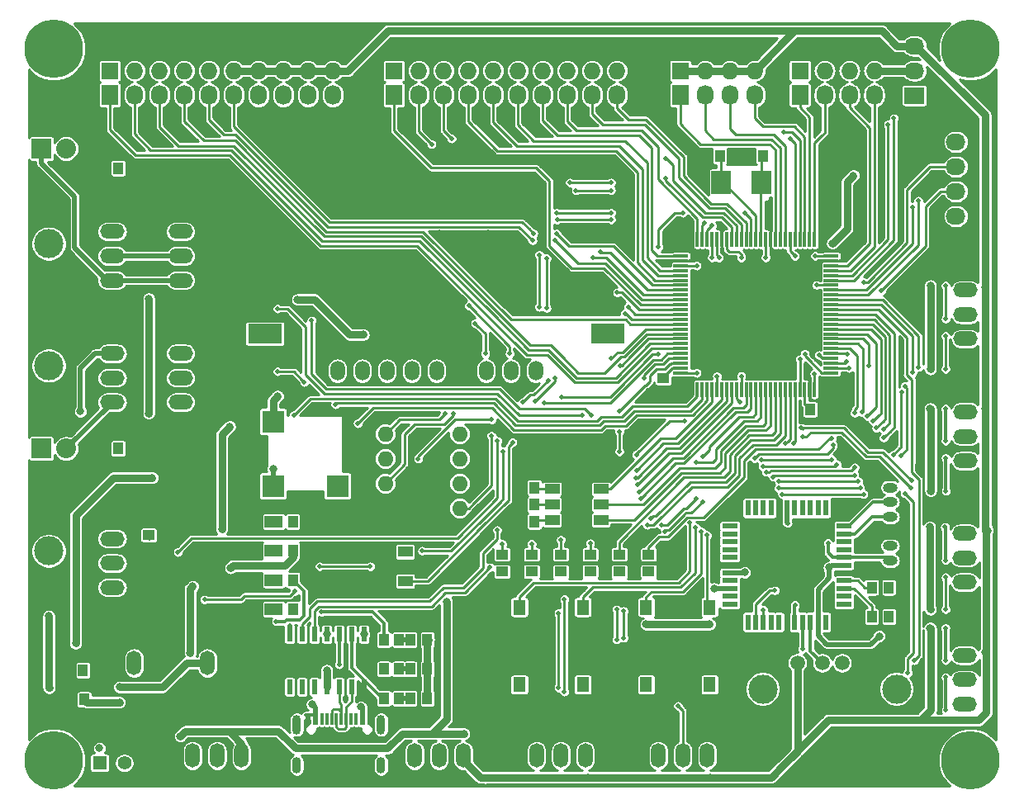
<source format=gbr>
G04 #@! TF.GenerationSoftware,KiCad,Pcbnew,(5.1.4)-1*
G04 #@! TF.CreationDate,2020-02-14T11:52:21+09:00*
G04 #@! TF.ProjectId,stm32f4_Centaurus,73746d33-3266-4345-9f43-656e74617572,rev?*
G04 #@! TF.SameCoordinates,Original*
G04 #@! TF.FileFunction,Copper,L1,Top*
G04 #@! TF.FilePolarity,Positive*
%FSLAX46Y46*%
G04 Gerber Fmt 4.6, Leading zero omitted, Abs format (unit mm)*
G04 Created by KiCad (PCBNEW (5.1.4)-1) date 2020-02-14 11:52:21*
%MOMM*%
%LPD*%
G04 APERTURE LIST*
%ADD10R,2.300000X2.300000*%
%ADD11R,1.300000X1.550000*%
%ADD12R,0.560000X1.600000*%
%ADD13R,1.600000X0.560000*%
%ADD14O,1.727200X1.727200*%
%ADD15R,1.727200X1.727200*%
%ADD16O,2.500000X1.500000*%
%ADD17C,1.501140*%
%ADD18C,2.999740*%
%ADD19O,1.500000X2.000000*%
%ADD20R,3.500000X2.000000*%
%ADD21C,3.000000*%
%ADD22R,1.727200X2.032000*%
%ADD23O,1.727200X2.032000*%
%ADD24O,1.500000X2.500000*%
%ADD25R,0.300000X1.500000*%
%ADD26R,1.500000X0.300000*%
%ADD27R,1.000000X1.200000*%
%ADD28R,1.397000X1.397000*%
%ADD29C,1.397000*%
%ADD30R,1.200000X1.000000*%
%ADD31R,2.032000X2.032000*%
%ADD32O,2.032000X2.032000*%
%ADD33O,2.032000X1.727200*%
%ADD34R,2.032000X1.727200*%
%ADD35R,2.000000X2.400000*%
%ADD36O,1.524000X1.000000*%
%ADD37R,0.600000X1.500000*%
%ADD38R,1.500000X1.000000*%
%ADD39O,1.600000X1.600000*%
%ADD40R,1.500000X1.100000*%
%ADD41O,0.900000X2.000000*%
%ADD42O,0.900000X1.700000*%
%ADD43R,0.300000X1.160000*%
%ADD44R,0.600000X1.160000*%
%ADD45C,6.000000*%
%ADD46C,0.500000*%
%ADD47C,0.800000*%
%ADD48C,0.350000*%
%ADD49C,0.250000*%
%ADD50C,0.800000*%
%ADD51C,0.500000*%
%ADD52C,0.254000*%
G04 APERTURE END LIST*
D10*
X85100000Y-106850000D03*
X78500000Y-106850000D03*
X78500000Y-100250000D03*
D11*
X116750000Y-119275000D03*
X112250000Y-119275000D03*
X112250000Y-127225000D03*
X116750000Y-127225000D03*
D12*
X127170000Y-120810000D03*
X127970000Y-120810000D03*
X128770000Y-120810000D03*
X129570000Y-120810000D03*
X130370000Y-120810000D03*
X131170000Y-120810000D03*
X131970000Y-120810000D03*
X132770000Y-120810000D03*
X133570000Y-120810000D03*
X134370000Y-120810000D03*
X135170000Y-120810000D03*
D13*
X137020000Y-118960000D03*
X137020000Y-118160000D03*
X137020000Y-117360000D03*
X137020000Y-116560000D03*
X137020000Y-115760000D03*
X137020000Y-114960000D03*
X137020000Y-114160000D03*
X137020000Y-113360000D03*
X137020000Y-112560000D03*
X137020000Y-111760000D03*
X137020000Y-110960000D03*
D12*
X135170000Y-109110000D03*
X134370000Y-109110000D03*
X133570000Y-109110000D03*
X132770000Y-109110000D03*
X131970000Y-109110000D03*
X131170000Y-109110000D03*
X130370000Y-109110000D03*
X129570000Y-109110000D03*
X128770000Y-109110000D03*
X127970000Y-109110000D03*
X127170000Y-109110000D03*
D13*
X125320000Y-110960000D03*
X125320000Y-111760000D03*
X125320000Y-112560000D03*
X125320000Y-113360000D03*
X125320000Y-114160000D03*
X125320000Y-114960000D03*
X125320000Y-115760000D03*
X125320000Y-116560000D03*
X125320000Y-117360000D03*
X125320000Y-118160000D03*
X125320000Y-118960000D03*
D14*
X140120000Y-61710000D03*
X140120000Y-64250000D03*
X137580000Y-61710000D03*
X137580000Y-64250000D03*
X135040000Y-61710000D03*
X135040000Y-64250000D03*
X132500000Y-61710000D03*
D15*
X132500000Y-64250000D03*
D16*
X149420000Y-109210000D03*
X149420000Y-111710000D03*
X149420000Y-114210000D03*
X149420000Y-116710000D03*
D17*
X139362860Y-124995760D03*
X136822860Y-124995760D03*
X134790860Y-124995760D03*
X132250860Y-124995760D03*
D18*
X142410860Y-127662760D03*
X128694860Y-127662760D03*
D19*
X85090000Y-95035000D03*
X87630000Y-95035000D03*
X90170000Y-95035000D03*
X92710000Y-95035000D03*
X95250000Y-95035000D03*
X97790000Y-95035000D03*
X100330000Y-95035000D03*
X102870000Y-95035000D03*
X105410000Y-95035000D03*
D20*
X77650000Y-91235000D03*
X112850000Y-91235000D03*
D16*
X62000000Y-109750000D03*
X62000000Y-112250000D03*
X62000000Y-114750000D03*
X62000000Y-117250000D03*
D21*
X55500000Y-113500000D03*
D22*
X90890000Y-66750000D03*
D23*
X93430000Y-66750000D03*
X95970000Y-66750000D03*
X98510000Y-66750000D03*
X101050000Y-66750000D03*
X103590000Y-66750000D03*
X106130000Y-66750000D03*
X108670000Y-66750000D03*
X111210000Y-66750000D03*
X113750000Y-66750000D03*
D24*
X77750000Y-134500000D03*
X75250000Y-134500000D03*
X72750000Y-134500000D03*
X70250000Y-134500000D03*
D25*
X134000000Y-81550000D03*
X133500000Y-81550000D03*
X133000000Y-81550000D03*
X132500000Y-81550000D03*
X132000000Y-81550000D03*
X131500000Y-81550000D03*
X131000000Y-81550000D03*
X130500000Y-81550000D03*
X130000000Y-81550000D03*
X129500000Y-81550000D03*
X129000000Y-81550000D03*
X128500000Y-81550000D03*
X128000000Y-81550000D03*
X127500000Y-81550000D03*
X127000000Y-81550000D03*
X126500000Y-81550000D03*
X126000000Y-81550000D03*
X125500000Y-81550000D03*
X125000000Y-81550000D03*
X124500000Y-81550000D03*
X124000000Y-81550000D03*
X123500000Y-81550000D03*
X123000000Y-81550000D03*
X122500000Y-81550000D03*
X122000000Y-81550000D03*
D26*
X120300000Y-83250000D03*
X120300000Y-83750000D03*
X120300000Y-84250000D03*
X120300000Y-84750000D03*
X120300000Y-85250000D03*
X120300000Y-85750000D03*
X120300000Y-86250000D03*
X120300000Y-86750000D03*
X120300000Y-87250000D03*
X120300000Y-87750000D03*
X120300000Y-88250000D03*
X120300000Y-88750000D03*
X120300000Y-89250000D03*
X120300000Y-89750000D03*
X120300000Y-90250000D03*
X120300000Y-90750000D03*
X120300000Y-91250000D03*
X120300000Y-91750000D03*
X120300000Y-92250000D03*
X120300000Y-92750000D03*
X120300000Y-93250000D03*
X120300000Y-93750000D03*
X120300000Y-94250000D03*
X120300000Y-94750000D03*
X120300000Y-95250000D03*
D25*
X122000000Y-96950000D03*
X122500000Y-96950000D03*
X123000000Y-96950000D03*
X123500000Y-96950000D03*
X124000000Y-96950000D03*
X124500000Y-96950000D03*
X125000000Y-96950000D03*
X125500000Y-96950000D03*
X126000000Y-96950000D03*
X126500000Y-96950000D03*
X127000000Y-96950000D03*
X127500000Y-96950000D03*
X128000000Y-96950000D03*
X128500000Y-96950000D03*
X129000000Y-96950000D03*
X129500000Y-96950000D03*
X130000000Y-96950000D03*
X130500000Y-96950000D03*
X131000000Y-96950000D03*
X131500000Y-96950000D03*
X132000000Y-96950000D03*
X132500000Y-96950000D03*
X133000000Y-96950000D03*
X133500000Y-96950000D03*
X134000000Y-96950000D03*
D26*
X135700000Y-95250000D03*
X135700000Y-94750000D03*
X135700000Y-94250000D03*
X135700000Y-93750000D03*
X135700000Y-93250000D03*
X135700000Y-92750000D03*
X135700000Y-92250000D03*
X135700000Y-91750000D03*
X135700000Y-91250000D03*
X135700000Y-90750000D03*
X135700000Y-90250000D03*
X135700000Y-89750000D03*
X135700000Y-89250000D03*
X135700000Y-88750000D03*
X135700000Y-88250000D03*
X135700000Y-87750000D03*
X135700000Y-87250000D03*
X135700000Y-86750000D03*
X135700000Y-86250000D03*
X135700000Y-85750000D03*
X135700000Y-85250000D03*
X135700000Y-84750000D03*
X135700000Y-84250000D03*
X135700000Y-83750000D03*
X135700000Y-83250000D03*
D27*
X89860000Y-122620000D03*
X91420000Y-122620000D03*
D28*
X60710000Y-135250000D03*
D29*
X63250000Y-135250000D03*
X65790000Y-135250000D03*
D27*
X64380000Y-74250000D03*
X62620000Y-74250000D03*
X62620000Y-103000000D03*
X64380000Y-103000000D03*
X59000000Y-125750000D03*
X57240000Y-125750000D03*
X57370000Y-128750000D03*
X59130000Y-128750000D03*
X78130000Y-113500000D03*
X76370000Y-113500000D03*
X76370000Y-116500000D03*
X78130000Y-116500000D03*
D30*
X101988703Y-113870000D03*
X101988703Y-115630000D03*
D27*
X76370000Y-110500000D03*
X78130000Y-110500000D03*
D24*
X66750000Y-125000000D03*
X64250000Y-125000000D03*
X71750000Y-125000000D03*
X74250000Y-125000000D03*
D11*
X110250000Y-127225000D03*
X105750000Y-127225000D03*
X105750000Y-119275000D03*
X110250000Y-119275000D03*
X103750000Y-119275000D03*
X99250000Y-119275000D03*
X99250000Y-127225000D03*
X103750000Y-127225000D03*
X123250000Y-127225000D03*
X118750000Y-127225000D03*
X118750000Y-119275000D03*
X123250000Y-119275000D03*
D31*
X54750000Y-72250000D03*
D32*
X57290000Y-72250000D03*
X57290000Y-103000000D03*
D31*
X54750000Y-103000000D03*
D33*
X148500000Y-79160000D03*
X148500000Y-76620000D03*
X148500000Y-74080000D03*
X148500000Y-71540000D03*
D34*
X148500000Y-69000000D03*
D23*
X84610000Y-66750000D03*
X82070000Y-66750000D03*
X79530000Y-66750000D03*
X76990000Y-66750000D03*
X74450000Y-66750000D03*
X71910000Y-66750000D03*
X69370000Y-66750000D03*
X66830000Y-66750000D03*
X64290000Y-66750000D03*
D22*
X61750000Y-66750000D03*
D14*
X113750000Y-61710000D03*
X113750000Y-64250000D03*
X111210000Y-61710000D03*
X111210000Y-64250000D03*
X108670000Y-61710000D03*
X108670000Y-64250000D03*
X106130000Y-61710000D03*
X106130000Y-64250000D03*
X103590000Y-61710000D03*
X103590000Y-64250000D03*
X101050000Y-61710000D03*
X101050000Y-64250000D03*
X98510000Y-61710000D03*
X98510000Y-64250000D03*
X95970000Y-61710000D03*
X95970000Y-64250000D03*
X93430000Y-61710000D03*
X93430000Y-64250000D03*
X90890000Y-61710000D03*
D15*
X90890000Y-64250000D03*
X61750000Y-64250000D03*
D14*
X61750000Y-61710000D03*
X64290000Y-64250000D03*
X64290000Y-61710000D03*
X66830000Y-64250000D03*
X66830000Y-61710000D03*
X69370000Y-64250000D03*
X69370000Y-61710000D03*
X71910000Y-64250000D03*
X71910000Y-61710000D03*
X74450000Y-64250000D03*
X74450000Y-61710000D03*
X76990000Y-64250000D03*
X76990000Y-61710000D03*
X79530000Y-64250000D03*
X79530000Y-61710000D03*
X82070000Y-64250000D03*
X82070000Y-61710000D03*
X84610000Y-64250000D03*
X84610000Y-61710000D03*
D16*
X149420000Y-129210000D03*
X149420000Y-126710000D03*
X149420000Y-124210000D03*
X149420000Y-121710000D03*
X149500000Y-96750000D03*
X149500000Y-99250000D03*
X149500000Y-101750000D03*
X149500000Y-104250000D03*
X149500000Y-91750000D03*
X149500000Y-89250000D03*
X149500000Y-86750000D03*
X149500000Y-84250000D03*
D24*
X118000000Y-134500000D03*
X120500000Y-134500000D03*
X123000000Y-134500000D03*
X125500000Y-134500000D03*
X113000000Y-134500000D03*
X110500000Y-134500000D03*
X108000000Y-134500000D03*
X105500000Y-134500000D03*
D16*
X69000000Y-78250000D03*
X69000000Y-80750000D03*
X69000000Y-83250000D03*
X69000000Y-85750000D03*
X69000000Y-98250000D03*
X69000000Y-95750000D03*
X69000000Y-93250000D03*
X69000000Y-90750000D03*
D21*
X55500000Y-82000000D03*
D16*
X62000000Y-85750000D03*
X62000000Y-83250000D03*
X62000000Y-80750000D03*
X62000000Y-78250000D03*
X62000000Y-90750000D03*
X62000000Y-93250000D03*
X62000000Y-95750000D03*
X62000000Y-98250000D03*
D21*
X55500000Y-94500000D03*
D24*
X93000000Y-134500000D03*
X95500000Y-134500000D03*
X98000000Y-134500000D03*
X100500000Y-134500000D03*
D22*
X120250000Y-66750000D03*
D23*
X122790000Y-66750000D03*
X125330000Y-66750000D03*
X127870000Y-66750000D03*
X140120000Y-66750000D03*
X137580000Y-66750000D03*
X135040000Y-66750000D03*
D22*
X132500000Y-66750000D03*
D15*
X120250000Y-64250000D03*
D14*
X120250000Y-61710000D03*
X122790000Y-64250000D03*
X122790000Y-61710000D03*
X125330000Y-64250000D03*
X125330000Y-61710000D03*
X127870000Y-64250000D03*
X127870000Y-61710000D03*
D35*
X124450000Y-75750000D03*
X128550000Y-75750000D03*
D27*
X139870000Y-120250000D03*
X141630000Y-120250000D03*
X141630000Y-117250000D03*
X139870000Y-117250000D03*
X92540000Y-128620000D03*
X94300000Y-128620000D03*
X94300000Y-125620000D03*
X92540000Y-125620000D03*
X94300000Y-122620000D03*
X92540000Y-122620000D03*
D30*
X105000000Y-115630000D03*
X105000000Y-113870000D03*
X108000000Y-113870000D03*
X108000000Y-115630000D03*
X114000000Y-115630000D03*
X114000000Y-113870000D03*
X111000000Y-115630000D03*
X111000000Y-113870000D03*
X117000000Y-115630000D03*
X117000000Y-113870000D03*
X65750000Y-111880000D03*
X65750000Y-110120000D03*
D36*
X141750000Y-114500000D03*
X141750000Y-113000000D03*
X141750000Y-111500000D03*
X141750000Y-110000000D03*
X141750000Y-108500000D03*
X141750000Y-107000000D03*
D37*
X87810000Y-122050000D03*
X86540000Y-122050000D03*
X85270000Y-122050000D03*
X84000000Y-122050000D03*
X82730000Y-122050000D03*
X81460000Y-122050000D03*
X80190000Y-122050000D03*
X80190000Y-127450000D03*
X81460000Y-127450000D03*
X82730000Y-127450000D03*
X84000000Y-127450000D03*
X85270000Y-127450000D03*
X86540000Y-127450000D03*
X87810000Y-127450000D03*
D38*
X107100000Y-110350000D03*
X107100000Y-108750000D03*
X107100000Y-107150000D03*
X112100000Y-107150000D03*
X112100000Y-108750000D03*
X112100000Y-110350000D03*
D27*
X126180000Y-73000000D03*
X124300000Y-73000000D03*
X128700000Y-73000000D03*
X126820000Y-73000000D03*
D30*
X118500000Y-97680000D03*
X118500000Y-95800000D03*
D27*
X133550000Y-99000000D03*
X135430000Y-99000000D03*
X91420000Y-128620000D03*
X89860000Y-128620000D03*
X91420000Y-125620000D03*
X89860000Y-125620000D03*
X80530000Y-113500000D03*
X78970000Y-113500000D03*
X78970000Y-116500000D03*
X80530000Y-116500000D03*
X103720000Y-110500000D03*
X105280000Y-110500000D03*
X105280000Y-108750000D03*
X103720000Y-108750000D03*
X103720000Y-107000000D03*
X105280000Y-107000000D03*
X78970000Y-110500000D03*
X80530000Y-110500000D03*
X76370000Y-119500000D03*
X78130000Y-119500000D03*
X78970000Y-119500000D03*
X80530000Y-119500000D03*
D39*
X97620000Y-101500000D03*
X97620000Y-104040000D03*
X97620000Y-106580000D03*
X97620000Y-109120000D03*
X90000000Y-109120000D03*
X90000000Y-106580000D03*
X90000000Y-104040000D03*
X90000000Y-101500000D03*
D33*
X144250000Y-61710000D03*
X144250000Y-64250000D03*
D34*
X144250000Y-66790000D03*
D40*
X92040000Y-116600000D03*
X92040000Y-113600000D03*
X86140000Y-116600000D03*
X86140000Y-113600000D03*
D41*
X80930000Y-131320000D03*
X89570000Y-131320000D03*
D42*
X80930000Y-135490000D03*
X89570000Y-135490000D03*
D43*
X84500000Y-130740000D03*
X85000000Y-130740000D03*
X85500000Y-130740000D03*
X83500000Y-130740000D03*
X84000000Y-130740000D03*
X86500000Y-130740000D03*
X86000000Y-130740000D03*
X87000000Y-130740000D03*
D44*
X82850000Y-130740000D03*
X82850000Y-130740000D03*
X82050000Y-130740000D03*
X82050000Y-130740000D03*
X87650000Y-130740000D03*
X88450000Y-130740000D03*
X87650000Y-130740000D03*
X88450000Y-130740000D03*
D45*
X56000000Y-62000000D03*
X56000000Y-135000000D03*
X150000000Y-135000000D03*
X150000000Y-62000000D03*
D46*
X132000000Y-119050000D03*
X142850000Y-95050000D03*
X114000000Y-118250000D03*
X126820000Y-73000000D03*
X126180000Y-73000000D03*
D47*
X76000000Y-125250000D03*
X77750000Y-125250000D03*
X89250000Y-124000000D03*
X121500000Y-117750000D03*
X135500000Y-96250000D03*
X130370000Y-116220000D03*
X134310000Y-116220000D03*
X107500000Y-102000000D03*
X110500000Y-102000000D03*
X113000000Y-103750000D03*
X106000000Y-131500000D03*
X109000000Y-132750000D03*
X115000000Y-130250000D03*
X117000000Y-130250000D03*
X112500000Y-129250000D03*
X108500000Y-129250000D03*
X91750000Y-131000000D03*
X65500000Y-130250000D03*
X61500000Y-130500000D03*
X62750000Y-133000000D03*
X60250000Y-137250000D03*
X63500000Y-137250000D03*
X67000000Y-137250000D03*
X146250000Y-137000000D03*
X143250000Y-137000000D03*
X139750000Y-137000000D03*
X136000000Y-137000000D03*
X131750000Y-137000000D03*
X129000000Y-135500000D03*
X136000000Y-132000000D03*
X146500000Y-132000000D03*
X152000000Y-131500000D03*
X136000000Y-129500000D03*
X130500000Y-125500000D03*
X130750000Y-133000000D03*
X117750000Y-125000000D03*
X123000000Y-125000000D03*
X115500000Y-125000000D03*
X112500000Y-125000000D03*
X109250000Y-125000000D03*
X106750000Y-125000000D03*
X112500000Y-115750000D03*
X89000000Y-99750000D03*
X87000000Y-99250000D03*
X83500000Y-90000000D03*
X86750000Y-90000000D03*
X81000000Y-86250000D03*
X83500000Y-86250000D03*
X92400000Y-65500000D03*
X94700000Y-65500000D03*
X97200000Y-65500000D03*
X99700000Y-65500000D03*
X102300000Y-65500000D03*
X104900000Y-65500000D03*
X107400000Y-65500000D03*
X109950000Y-65500000D03*
X112500000Y-65500000D03*
X115150000Y-65500000D03*
X115150000Y-67600000D03*
X112500000Y-67900000D03*
X109950000Y-67900000D03*
X107400000Y-67900000D03*
X104900000Y-67900000D03*
X102300000Y-67900000D03*
X99800000Y-67900000D03*
X97200000Y-67900000D03*
X94700000Y-67900000D03*
X92400000Y-68000000D03*
X89100000Y-67900000D03*
X89100000Y-65500000D03*
X87750000Y-64250000D03*
X120250000Y-112000000D03*
X120250000Y-114000000D03*
X118500000Y-115750000D03*
X112500000Y-118250000D03*
X100250000Y-117000000D03*
X103500000Y-117000000D03*
X106500000Y-117750000D03*
X106500000Y-116000000D03*
X109250000Y-113000000D03*
X109500000Y-108500000D03*
X103500000Y-105500000D03*
X106500000Y-113000000D03*
X103500000Y-113000000D03*
X99000000Y-114250000D03*
X97750000Y-116250000D03*
X59500000Y-133250000D03*
X58250000Y-131500000D03*
X56000000Y-131000000D03*
X54000000Y-131500000D03*
X54000000Y-128500000D03*
X54000000Y-125500000D03*
X54000000Y-122500000D03*
X54000000Y-115250000D03*
X54000000Y-111500000D03*
X54000000Y-108000000D03*
X54000000Y-104750000D03*
X54000000Y-100500000D03*
X54000000Y-96750000D03*
X54000000Y-92250000D03*
X54000000Y-88750000D03*
X54000000Y-84750000D03*
X54000000Y-79750000D03*
X54000000Y-75250000D03*
X54000000Y-69500000D03*
X54000000Y-65500000D03*
X56500000Y-66000000D03*
X58750000Y-65500000D03*
X59750000Y-63500000D03*
X59500000Y-60250000D03*
X146500000Y-59750000D03*
X150250000Y-65750000D03*
X152000000Y-65500000D03*
X152000000Y-67750000D03*
X150250000Y-70500000D03*
X150250000Y-73000000D03*
X150250000Y-75250000D03*
X150250000Y-78000000D03*
X150250000Y-80500000D03*
X150000000Y-93500000D03*
X150250000Y-106000000D03*
X150250000Y-118750000D03*
X105750000Y-73250000D03*
X101000000Y-73250000D03*
X107750000Y-77750000D03*
X115000000Y-76500000D03*
X113250000Y-73250000D03*
X114750000Y-80750000D03*
X106000000Y-78000000D03*
X105000000Y-75000000D03*
X102750000Y-79000000D03*
X84750000Y-79000000D03*
X75750000Y-69250000D03*
X86000000Y-65500000D03*
X90500000Y-71500000D03*
X95000000Y-73250000D03*
X82000000Y-69250000D03*
X78500000Y-69250000D03*
X73250000Y-69250000D03*
X70750000Y-69250000D03*
X68250000Y-69250000D03*
X65500000Y-69250000D03*
X63000000Y-69250000D03*
X60250000Y-68500000D03*
X73750000Y-73750000D03*
X98250000Y-90000000D03*
X83000000Y-83000000D03*
X78000000Y-72250000D03*
X82000000Y-71500000D03*
X94750000Y-75250000D03*
X92750000Y-79000000D03*
X103500000Y-84750000D03*
X105000000Y-86500000D03*
X104250000Y-89000000D03*
X107500000Y-86000000D03*
X107500000Y-88500000D03*
X113750000Y-88750000D03*
X112250000Y-81500000D03*
X107500000Y-75000000D03*
X120750000Y-72000000D03*
X121500000Y-74750000D03*
X123000000Y-72750000D03*
X118500000Y-67750000D03*
X118500000Y-65500000D03*
X129250000Y-65500000D03*
X129250000Y-67750000D03*
X131000000Y-67750000D03*
X131000000Y-65500000D03*
X142250000Y-65500000D03*
X142250000Y-67750000D03*
X147000000Y-65750000D03*
X143000000Y-71750000D03*
X146750000Y-71750000D03*
X147000000Y-75250000D03*
X146750000Y-78000000D03*
X146750000Y-80500000D03*
X135000000Y-76750000D03*
X138250000Y-73750000D03*
X135000000Y-72750000D03*
X138750000Y-70500000D03*
X136000000Y-70500000D03*
X136250000Y-68000000D03*
X139000000Y-68000000D03*
X136250000Y-65500000D03*
X138750000Y-65500000D03*
X134000000Y-65500000D03*
X92750000Y-90000000D03*
X83750000Y-111250000D03*
X92750000Y-111250000D03*
X97000000Y-111250000D03*
X99000000Y-107500000D03*
X100000000Y-105750000D03*
X100000000Y-103250000D03*
X100000000Y-101000000D03*
X94500000Y-101250000D03*
X88250000Y-104000000D03*
X91750000Y-106250000D03*
X82250000Y-99250000D03*
X81750000Y-113250000D03*
X82750000Y-117500000D03*
X71250000Y-111250000D03*
X63250000Y-104500000D03*
X60750000Y-113500000D03*
X60750000Y-116000000D03*
X60250000Y-97000000D03*
X60250000Y-94750000D03*
X67500000Y-94500000D03*
X70500000Y-94500000D03*
X67500000Y-99750000D03*
X70500000Y-99750000D03*
X63750000Y-99750000D03*
X63500000Y-94500000D03*
X63500000Y-84500000D03*
X63500000Y-87000000D03*
X60250000Y-87000000D03*
X67250000Y-87000000D03*
X67250000Y-84500000D03*
X72000000Y-84500000D03*
X63500000Y-82000000D03*
X60250000Y-82000000D03*
X60250000Y-92000000D03*
X67500000Y-92000000D03*
X70500000Y-92000000D03*
X62750000Y-72750000D03*
X56250000Y-73750000D03*
X56250000Y-70500000D03*
X59250000Y-73750000D03*
X58750000Y-104750000D03*
X77000000Y-83250000D03*
X67250000Y-73750000D03*
X132500000Y-84500000D03*
X129250000Y-87500000D03*
X129250000Y-93000000D03*
X130750000Y-95000000D03*
X127000000Y-92000000D03*
X122000000Y-93500000D03*
X119250000Y-81250000D03*
X120250000Y-82250000D03*
X126500000Y-85250000D03*
X129150000Y-84550000D03*
X124250000Y-92000000D03*
X103500000Y-81250000D03*
X100500000Y-81000000D03*
X95500000Y-81000000D03*
X98000000Y-83500000D03*
X100500000Y-84750000D03*
X92750000Y-83000000D03*
X97750000Y-87750000D03*
X89000000Y-59750000D03*
X87250000Y-61750000D03*
X97500000Y-128250000D03*
X105750000Y-128250000D03*
X72000000Y-104750000D03*
X146750000Y-82750000D03*
X150250000Y-82750000D03*
X146750000Y-85000000D03*
X150000000Y-95000000D03*
X150250000Y-107750000D03*
X150250000Y-120250000D03*
X95500000Y-105250000D03*
X93000000Y-103000000D03*
X107500000Y-105500000D03*
X110500000Y-105500000D03*
X117500000Y-100500000D03*
X115250000Y-101500000D03*
X73750000Y-80250000D03*
X81250000Y-75500000D03*
X70500000Y-76250000D03*
X67250000Y-76250000D03*
X57250000Y-84750000D03*
X57250000Y-88750000D03*
X57250000Y-92250000D03*
X68250000Y-88000000D03*
X70000000Y-88000000D03*
X70000000Y-89250000D03*
X68250000Y-89250000D03*
X60500000Y-101250000D03*
X66750000Y-104500000D03*
X63750000Y-108500000D03*
X56500000Y-108000000D03*
X56500000Y-111250000D03*
X60750000Y-122500000D03*
X60750000Y-119250000D03*
X63500000Y-119250000D03*
X66500000Y-122500000D03*
X75750000Y-121000000D03*
X78500000Y-129000000D03*
X102250000Y-135500000D03*
X102250000Y-133500000D03*
X103750000Y-133500000D03*
X103750000Y-135500000D03*
X114000000Y-135500000D03*
X114000000Y-133500000D03*
X115750000Y-133500000D03*
X115750000Y-135500000D03*
X127000000Y-135500000D03*
X127000000Y-130250000D03*
X127000000Y-125500000D03*
X127000000Y-122500000D03*
X130500000Y-122500000D03*
X127000000Y-112250000D03*
X130000000Y-110750000D03*
X132750000Y-114000000D03*
X136500000Y-109000000D03*
X135500000Y-118250000D03*
X136500000Y-121750000D03*
X138250000Y-120000000D03*
X129750000Y-119250000D03*
X136000000Y-126500000D03*
X139750000Y-126500000D03*
X143000000Y-123500000D03*
X141000000Y-123500000D03*
X144500000Y-127250000D03*
X148750000Y-106000000D03*
X148750000Y-93500000D03*
X144000000Y-85000000D03*
X144000000Y-88750000D03*
X143500000Y-75250000D03*
X144500000Y-69750000D03*
X118500000Y-62750000D03*
X115250000Y-62750000D03*
X86000000Y-67900000D03*
X98250000Y-73250000D03*
X108500000Y-73250000D03*
X112250000Y-77750000D03*
X79500000Y-93500000D03*
X77000000Y-93500000D03*
X72000000Y-102000000D03*
X67500000Y-102000000D03*
X71250000Y-109000000D03*
X68500000Y-115500000D03*
X68500000Y-117500000D03*
X74250000Y-117000000D03*
X81750000Y-115500000D03*
X101500000Y-128250000D03*
X101500000Y-125000000D03*
X97500000Y-125000000D03*
X123000000Y-130250000D03*
X77000000Y-95750000D03*
X77000000Y-98250000D03*
X75250000Y-98250000D03*
X75250000Y-95750000D03*
X83500000Y-92500000D03*
X83500000Y-95000000D03*
X86250000Y-92500000D03*
X89250000Y-92500000D03*
X94000000Y-92500000D03*
X98750000Y-93000000D03*
X123250000Y-84500000D03*
X134000000Y-89250000D03*
X131500000Y-93000000D03*
X124500000Y-94250000D03*
X127000000Y-94250000D03*
X136500000Y-100000000D03*
X86250000Y-101500000D03*
X88250000Y-101500000D03*
X88250000Y-108000000D03*
X81250000Y-108000000D03*
X74500000Y-108000000D03*
X148750000Y-95000000D03*
X148750000Y-107750000D03*
X148750000Y-120250000D03*
X148750000Y-118750000D03*
X68500000Y-112500000D03*
X56250000Y-101250000D03*
X72250000Y-91000000D03*
X75000000Y-91000000D03*
X78750000Y-79000000D03*
D46*
X146650000Y-120450000D03*
D47*
X146650000Y-108600000D03*
X146700000Y-97650000D03*
X146700000Y-96150000D03*
X146650000Y-109800000D03*
X121750000Y-132000000D03*
X119500000Y-132000000D03*
X82500000Y-135000000D03*
X88000000Y-135000000D03*
X87000000Y-132500000D03*
X83500000Y-132500000D03*
X82500000Y-137250000D03*
X88000000Y-137250000D03*
X91250000Y-137250000D03*
X91250000Y-135000000D03*
X98500000Y-137250000D03*
X68750000Y-137250000D03*
X68750000Y-135000000D03*
X70500000Y-130250000D03*
X141250000Y-132250000D03*
X151500000Y-123930000D03*
X151750000Y-111430000D03*
X151500000Y-98930000D03*
X151500000Y-86430000D03*
X123720000Y-117360000D03*
X80530000Y-110500000D03*
X68998220Y-132500000D03*
X145920000Y-129850000D03*
X145870000Y-121400000D03*
X145870000Y-98900000D03*
X145890000Y-94850000D03*
X145890000Y-86300000D03*
X145820000Y-111050000D03*
X145890000Y-119500000D03*
X145920000Y-107350000D03*
X110820000Y-136750000D03*
X98070000Y-132250000D03*
X96290000Y-118700000D03*
X123320000Y-136750000D03*
D46*
X126890000Y-78830000D03*
X120510000Y-78830000D03*
X118000000Y-82300000D03*
X118000000Y-93335000D03*
X103050000Y-102370000D03*
X108040914Y-97685913D03*
X92040000Y-116600000D03*
D47*
X73250000Y-111250000D03*
X74050000Y-100750000D03*
X58250000Y-122998220D03*
X66115000Y-106000000D03*
D46*
X78820000Y-120740000D03*
D47*
X82500000Y-129250000D03*
X87500000Y-129500000D03*
D46*
X117250000Y-110210000D03*
X108360000Y-118460000D03*
X108350000Y-127940000D03*
X116860000Y-110840000D03*
X107770000Y-119890000D03*
X107770000Y-127540000D03*
X132770000Y-123550000D03*
X135390000Y-112710000D03*
X100720000Y-115200000D03*
X115743413Y-103623413D03*
X120700000Y-100170000D03*
X124000000Y-95580000D03*
X115738449Y-105298378D03*
X101460000Y-111370000D03*
X142096587Y-103633413D03*
X120000000Y-129400000D03*
X137358414Y-93325000D03*
X142915000Y-97203782D03*
X130340490Y-107073498D03*
X138680000Y-107060000D03*
X142850000Y-103720000D03*
X143270000Y-96587650D03*
X139550000Y-94470000D03*
X130690000Y-107680000D03*
X139020000Y-107680000D03*
X134220000Y-86250000D03*
D47*
X78500000Y-105135000D03*
D46*
X92040000Y-113600000D03*
X147430000Y-121400000D03*
X147450000Y-124710000D03*
X147450000Y-126460000D03*
X147480000Y-129850000D03*
X147480000Y-107350000D03*
X147450000Y-103960000D03*
X147450000Y-102210000D03*
X147430000Y-98900000D03*
X147450000Y-91460000D03*
X147450000Y-94850000D03*
X147450000Y-89710000D03*
X147450000Y-86300000D03*
X147450000Y-114460000D03*
X147380000Y-111050000D03*
X147450000Y-119500000D03*
X147450000Y-116210000D03*
X133010000Y-93290000D03*
X139090000Y-85950000D03*
X132504999Y-93865001D03*
X140870000Y-86770000D03*
X144240000Y-124710000D03*
X143270000Y-107620000D03*
X143570000Y-126000000D03*
X137545000Y-94750000D03*
X144670000Y-94640000D03*
X144070000Y-95180000D03*
D47*
X84000000Y-122050000D03*
D46*
X143930000Y-106280000D03*
X126500000Y-95570000D03*
X132661587Y-100898413D03*
X143880000Y-107070000D03*
X132770000Y-101820000D03*
X126380000Y-98235000D03*
X122730000Y-79890000D03*
X123490000Y-80140000D03*
X89860000Y-125620000D03*
X85270000Y-125150000D03*
X83470000Y-119770000D03*
X80190000Y-121200000D03*
X100250000Y-93280000D03*
X99210000Y-90170000D03*
X144085000Y-78250000D03*
X113150000Y-79530003D03*
X107610000Y-79530000D03*
X142140000Y-69140000D03*
X102750000Y-93280000D03*
X98580000Y-88370000D03*
X144660000Y-77590000D03*
X113160000Y-78830000D03*
X107550000Y-78830000D03*
X107560000Y-80950000D03*
X105181587Y-80928413D03*
X96790000Y-71215000D03*
X112035023Y-82835000D03*
X94750000Y-71790000D03*
X111270000Y-83410000D03*
X107410000Y-81660000D03*
X105100000Y-81660000D03*
X87180000Y-100410000D03*
X141550000Y-69750000D03*
X78950000Y-88655000D03*
X131020000Y-102500000D03*
X110170000Y-99599037D03*
X82440000Y-89890000D03*
X131886587Y-102446587D03*
X111090000Y-99599037D03*
X81690000Y-96180000D03*
X78950000Y-95095000D03*
X84900000Y-98475000D03*
X80640000Y-99570000D03*
X105000000Y-112800000D03*
X115870000Y-106720000D03*
X131500000Y-71240000D03*
X130840000Y-70580000D03*
X121800000Y-111070000D03*
X139430000Y-99670000D03*
X128534724Y-104120488D03*
X135760000Y-104120000D03*
X110250000Y-119470000D03*
X101990000Y-112790000D03*
X115730000Y-106000000D03*
X108000000Y-112360000D03*
X116040000Y-107450000D03*
X111000000Y-112730000D03*
X116190000Y-108140000D03*
X122380000Y-111510000D03*
X140014999Y-100190000D03*
X128707053Y-104798947D03*
X136300000Y-104640000D03*
X116750000Y-119470000D03*
X122980000Y-111890000D03*
X141095000Y-101910000D03*
X141095000Y-101910000D03*
X129030000Y-105420000D03*
X138131177Y-104935650D03*
X123250000Y-119470000D03*
X118780000Y-73250000D03*
X118780000Y-75250000D03*
X113780000Y-87000000D03*
X114900000Y-88520000D03*
X114591551Y-89148380D03*
X96145913Y-99405913D03*
X96960000Y-99405000D03*
X113140000Y-93780000D03*
X114108413Y-94498413D03*
X102074999Y-103300000D03*
X93780000Y-113500000D03*
X68740000Y-113620000D03*
X101500000Y-102240001D03*
X106290000Y-98290000D03*
X116550000Y-95810000D03*
X71470000Y-118500000D03*
X80700000Y-117650000D03*
X83260000Y-115090000D03*
X114000000Y-103324999D03*
X114000000Y-99195000D03*
X88460000Y-115090000D03*
X114000000Y-101245020D03*
X122540000Y-108460000D03*
X118690000Y-111490000D03*
X114440000Y-119670000D03*
X114440000Y-122420000D03*
X122542277Y-103840000D03*
X121910000Y-108110000D03*
X121907996Y-104415000D03*
X118310000Y-110870000D03*
X113710000Y-119520000D03*
X113710000Y-122590000D03*
X140340000Y-100900000D03*
X128761587Y-119561587D03*
X141070000Y-101000000D03*
X129936587Y-117566587D03*
X113128413Y-75718413D03*
X108911587Y-75718413D03*
X105780000Y-83130000D03*
X105770000Y-88480000D03*
X106703413Y-96003413D03*
X100900000Y-100040000D03*
X93370000Y-104040000D03*
X104090000Y-98260000D03*
X113140000Y-76520000D03*
X109550000Y-76520000D03*
X106540000Y-83490000D03*
X106540000Y-88620000D03*
X100880000Y-101690000D03*
X105360000Y-98160000D03*
X107400000Y-95780000D03*
X101988703Y-115630000D03*
X105000000Y-115630000D03*
X108000000Y-115630000D03*
X114000000Y-115630000D03*
X111000000Y-115630000D03*
X117000000Y-115630000D03*
X138120000Y-99370000D03*
X135788413Y-101928413D03*
X121220000Y-110630000D03*
X135900000Y-102630000D03*
X138855000Y-99255741D03*
X127843981Y-103997843D03*
X103750000Y-119470000D03*
D47*
X74140001Y-115250000D03*
X58740000Y-99190000D03*
X65750000Y-87635000D03*
X65750000Y-99385000D03*
X65810000Y-112000000D03*
X62530000Y-74250000D03*
X62620000Y-103000000D03*
D46*
X137307569Y-94063350D03*
X130360000Y-106370000D03*
X138490000Y-106370000D03*
X134470000Y-93430000D03*
X129764719Y-105910210D03*
X138100000Y-105770000D03*
D47*
X55540000Y-127555000D03*
X55500000Y-120180000D03*
X70250000Y-117135000D03*
X70000760Y-123950000D03*
X62750000Y-127470000D03*
D46*
X59000000Y-125750000D03*
D47*
X62750000Y-129030000D03*
D46*
X61250000Y-129030000D03*
D47*
X60700000Y-133741500D03*
D46*
X141630000Y-120250000D03*
X141630000Y-117250000D03*
D47*
X135490000Y-115210000D03*
X140635000Y-122250000D03*
D46*
X132000000Y-83250000D03*
X134070000Y-83250000D03*
X129000000Y-83430000D03*
X123500000Y-83430000D03*
X121930000Y-95250000D03*
X134000000Y-95320000D03*
D47*
X123250000Y-121030000D03*
X116750000Y-121030000D03*
X126850000Y-115710000D03*
D46*
X121930000Y-84250000D03*
X126500000Y-83430000D03*
X124210000Y-83430000D03*
D47*
X80995000Y-87725000D03*
X87750000Y-91320000D03*
D46*
X131250000Y-110640000D03*
D47*
X78950000Y-97635000D03*
X78500000Y-100250000D03*
X80530000Y-119500000D03*
X94440740Y-122594980D03*
X135830000Y-81950000D03*
X138000000Y-75000000D03*
X84000000Y-125750000D03*
X87810000Y-122050000D03*
D48*
X131970000Y-119080000D02*
X132000000Y-119050000D01*
X131970000Y-120810000D02*
X131970000Y-119080000D01*
D49*
X133500000Y-97950000D02*
X133510000Y-97960000D01*
X133500000Y-96950000D02*
X133500000Y-97950000D01*
X133524999Y-97960001D02*
X133604998Y-98040000D01*
X133510000Y-97960000D02*
X133524999Y-97960001D01*
X133604998Y-98040000D02*
X133860000Y-98040000D01*
X133500000Y-96950000D02*
X133500000Y-95780000D01*
X133500000Y-95780000D02*
X133260000Y-95540000D01*
X133260000Y-95540000D02*
X133260000Y-95050000D01*
X121300000Y-83750000D02*
X121480000Y-83570000D01*
X120300000Y-83750000D02*
X121300000Y-83750000D01*
X121480000Y-83570000D02*
X121880000Y-83570000D01*
D50*
X84610000Y-64250000D02*
X82070000Y-64250000D01*
X82070000Y-64250000D02*
X79530000Y-64250000D01*
X79530000Y-64250000D02*
X76990000Y-64250000D01*
X76990000Y-64250000D02*
X74450000Y-64250000D01*
D51*
X125320000Y-117360000D02*
X123720000Y-117360000D01*
D50*
X132000860Y-134299140D02*
X130790000Y-135510000D01*
X86183870Y-64250000D02*
X84610000Y-64250000D01*
X90263870Y-60170000D02*
X86183870Y-64250000D01*
X142434000Y-61710000D02*
X140894000Y-60170000D01*
X144250000Y-61710000D02*
X142434000Y-61710000D01*
X144250000Y-61710000D02*
X144402400Y-61710000D01*
X135430000Y-130870000D02*
X130790000Y-135510000D01*
X144402400Y-61710000D02*
X151500000Y-68807600D01*
X151500000Y-68807600D02*
X151500000Y-111480000D01*
X151500000Y-111480000D02*
X151612010Y-111592010D01*
X151612010Y-111592010D02*
X151612010Y-130107990D01*
X151612010Y-130107990D02*
X150850000Y-130870000D01*
X131950000Y-60170000D02*
X127870000Y-64250000D01*
X133750000Y-60170000D02*
X131950000Y-60170000D01*
X133750000Y-60170000D02*
X90263870Y-60170000D01*
X140894000Y-60170000D02*
X133750000Y-60170000D01*
X127870000Y-64250000D02*
X125330000Y-64250000D01*
X125330000Y-64250000D02*
X122790000Y-64250000D01*
X122790000Y-64250000D02*
X120250000Y-64250000D01*
X145890000Y-129850000D02*
X144870000Y-130870000D01*
X145920000Y-129850000D02*
X145890000Y-129850000D01*
X150850000Y-130870000D02*
X144870000Y-130870000D01*
X144870000Y-130870000D02*
X135430000Y-130870000D01*
X145920000Y-129850000D02*
X145920000Y-121450000D01*
X145920000Y-121450000D02*
X145870000Y-121400000D01*
X145920000Y-107350000D02*
X145920000Y-98950000D01*
X145920000Y-98950000D02*
X145870000Y-98900000D01*
X145890000Y-94850000D02*
X145890000Y-86300000D01*
X145820000Y-111050000D02*
X145820000Y-119430000D01*
X145820000Y-119430000D02*
X145890000Y-119500000D01*
X132250860Y-134049140D02*
X130790000Y-135510000D01*
X132250860Y-124995760D02*
X132250860Y-134049140D01*
X129550000Y-136750000D02*
X100270000Y-136750000D01*
X130790000Y-135510000D02*
X129550000Y-136750000D01*
X100270000Y-136750000D02*
X100257530Y-136762470D01*
X68998220Y-132500000D02*
X69498220Y-132000000D01*
X79035062Y-132000000D02*
X80785062Y-133750000D01*
X80785062Y-133750000D02*
X90250000Y-133750000D01*
X90250000Y-133750000D02*
X91750000Y-132250000D01*
X96290000Y-130710000D02*
X94750000Y-132250000D01*
X96290000Y-118700000D02*
X96290000Y-130710000D01*
X91750000Y-132250000D02*
X94750000Y-132250000D01*
X94750000Y-132250000D02*
X98070000Y-132250000D01*
X99750000Y-136750000D02*
X100270000Y-136750000D01*
X98000000Y-135000000D02*
X99750000Y-136750000D01*
X98000000Y-134500000D02*
X98000000Y-135000000D01*
X73750000Y-132000000D02*
X74000000Y-132000000D01*
X73750000Y-132000000D02*
X79035062Y-132000000D01*
X69498220Y-132000000D02*
X73750000Y-132000000D01*
X74000000Y-132000000D02*
X75250000Y-133250000D01*
X75250000Y-133250000D02*
X75250000Y-134500000D01*
D49*
X124660000Y-75750000D02*
X124450000Y-75750000D01*
X128000000Y-81550000D02*
X128000000Y-79090000D01*
X128000000Y-79090000D02*
X124660000Y-75750000D01*
X124450000Y-73400000D02*
X124050000Y-73000000D01*
X124450000Y-75750000D02*
X124450000Y-73400000D01*
X127500000Y-79440000D02*
X126890000Y-78830000D01*
X127500000Y-79570000D02*
X127500000Y-79440000D01*
X127500000Y-81550000D02*
X127500000Y-79570000D01*
X100070000Y-110880000D02*
X100280010Y-110669990D01*
X94850000Y-116100000D02*
X100070000Y-110880000D01*
X117401410Y-93335000D02*
X118000000Y-93335000D01*
X116880009Y-93856401D02*
X117401410Y-93335000D01*
X116880009Y-93866401D02*
X116880009Y-93856401D01*
X114056410Y-96690000D02*
X116880009Y-93866401D01*
X100070000Y-110880000D02*
X102400000Y-108550000D01*
X102400000Y-108550000D02*
X102590000Y-108360000D01*
X102590000Y-108360000D02*
X102650000Y-108300000D01*
X102650000Y-108300000D02*
X102650000Y-102770000D01*
X102650000Y-102770000D02*
X103050000Y-102370000D01*
X108394467Y-97685913D02*
X108398554Y-97690000D01*
X108040914Y-97685913D02*
X108394467Y-97685913D01*
X113056410Y-97690000D02*
X114056410Y-96690000D01*
X108398554Y-97690000D02*
X113056410Y-97690000D01*
X118000000Y-82300000D02*
X118000000Y-80530000D01*
X119700000Y-78830000D02*
X118000000Y-80530000D01*
X120510000Y-78830000D02*
X119700000Y-78830000D01*
X94350000Y-116600000D02*
X94850000Y-116100000D01*
X92040000Y-116600000D02*
X94350000Y-116600000D01*
X128500000Y-75800000D02*
X128550000Y-75750000D01*
X128500000Y-81550000D02*
X128500000Y-75800000D01*
X128550000Y-73400000D02*
X128950000Y-73000000D01*
X128550000Y-75750000D02*
X128550000Y-73400000D01*
D50*
X73250000Y-108350000D02*
X73260000Y-108340000D01*
X73250000Y-111250000D02*
X73250000Y-108350000D01*
X73250000Y-108350000D02*
X73250000Y-101550000D01*
X73250000Y-101550000D02*
X74050000Y-100750000D01*
X58250000Y-121798170D02*
X58260000Y-121788170D01*
X58250000Y-122998220D02*
X58250000Y-121798170D01*
X58260000Y-121788170D02*
X58260000Y-109840000D01*
X58260000Y-109840000D02*
X62100000Y-106000000D01*
X62100000Y-106000000D02*
X66115000Y-106000000D01*
D49*
X138070000Y-117360000D02*
X137020000Y-117360000D01*
X139870000Y-119160000D02*
X138070000Y-117360000D01*
X139870000Y-120250000D02*
X139870000Y-119160000D01*
X138070000Y-116560000D02*
X137020000Y-116560000D01*
X138430000Y-116560000D02*
X138070000Y-116560000D01*
X139120000Y-117250000D02*
X138430000Y-116560000D01*
X139870000Y-117250000D02*
X139120000Y-117250000D01*
D48*
X82720000Y-130330000D02*
X81845685Y-130330000D01*
X79690000Y-120740000D02*
X78820000Y-120740000D01*
X79855001Y-120574999D02*
X79690000Y-120740000D01*
X81205001Y-120574999D02*
X79855001Y-120574999D01*
X81650000Y-120130000D02*
X81205001Y-120574999D01*
X80530000Y-116500000D02*
X81650000Y-117620000D01*
X81650000Y-117620000D02*
X81650000Y-120130000D01*
D51*
X82850000Y-130740000D02*
X82850000Y-129600000D01*
X82850000Y-129600000D02*
X82500000Y-129250000D01*
X87650000Y-129650000D02*
X87650000Y-130740000D01*
X87500000Y-129500000D02*
X87650000Y-129650000D01*
D49*
X121240000Y-106440000D02*
X117730000Y-109950000D01*
X124930000Y-106440000D02*
X121240000Y-106440000D01*
X130500000Y-101470000D02*
X129840000Y-102130000D01*
X130500000Y-96950000D02*
X130500000Y-101470000D01*
X129840000Y-102130000D02*
X127470000Y-102130000D01*
X127470000Y-102130000D02*
X125840000Y-103760000D01*
X125840000Y-103760000D02*
X125840000Y-105530000D01*
X125840000Y-105530000D02*
X124930000Y-106440000D01*
X117730000Y-109950000D02*
X117510000Y-109950000D01*
X117510000Y-109950000D02*
X117250000Y-110210000D01*
X108360000Y-120151002D02*
X108350000Y-120161002D01*
X108360000Y-118460000D02*
X108360000Y-120151002D01*
X108350000Y-120161002D02*
X108350000Y-127940000D01*
X121420000Y-106930000D02*
X117890000Y-110460000D01*
X131000000Y-96950000D02*
X131000000Y-101670000D01*
X125130000Y-106930000D02*
X121420000Y-106930000D01*
X130060000Y-102610000D02*
X127730000Y-102610000D01*
X127730000Y-102610000D02*
X126310000Y-104030000D01*
X126310000Y-104030000D02*
X126310000Y-105750000D01*
X126310000Y-105750000D02*
X125130000Y-106930000D01*
X117890000Y-110460000D02*
X117680000Y-110670000D01*
X117680000Y-110670000D02*
X117510000Y-110840000D01*
X117510000Y-110840000D02*
X116860000Y-110840000D01*
X107770000Y-119890000D02*
X107770000Y-127540000D01*
X131000000Y-101670000D02*
X130060000Y-102610000D01*
D48*
X132770000Y-122530000D02*
X132770000Y-120810000D01*
X132770000Y-123550000D02*
X132770000Y-122530000D01*
X133570000Y-123774900D02*
X134790860Y-124995760D01*
X133570000Y-120810000D02*
X133570000Y-123774900D01*
X135390000Y-113680000D02*
X135390000Y-112710000D01*
X135870000Y-114160000D02*
X135390000Y-113680000D01*
X137020000Y-114160000D02*
X135870000Y-114160000D01*
X141410000Y-114160000D02*
X141750000Y-114500000D01*
X137020000Y-114160000D02*
X141410000Y-114160000D01*
X139930000Y-110000000D02*
X140340000Y-110000000D01*
X138170000Y-111760000D02*
X139930000Y-110000000D01*
X137020000Y-111760000D02*
X138170000Y-111760000D01*
X140340000Y-110000000D02*
X141750000Y-110000000D01*
X137540000Y-110960000D02*
X140010000Y-108490000D01*
X137020000Y-110960000D02*
X137540000Y-110960000D01*
X140020000Y-108500000D02*
X141750000Y-108500000D01*
X140010000Y-108490000D02*
X140020000Y-108500000D01*
D49*
X82730000Y-119658998D02*
X83198998Y-119190000D01*
X83198998Y-119190000D02*
X94774682Y-119190000D01*
X96174682Y-117790000D02*
X98130000Y-117790000D01*
X94774682Y-119190000D02*
X96174682Y-117790000D01*
X98130000Y-117790000D02*
X100720000Y-115200000D01*
X124000000Y-96950000D02*
X124000000Y-95580000D01*
X120700000Y-100170000D02*
X119140000Y-100170000D01*
X119140000Y-100170000D02*
X115700000Y-103610000D01*
X82730000Y-119658998D02*
X82730000Y-122050000D01*
X83000000Y-118680000D02*
X94560000Y-118680000D01*
X94560000Y-118680000D02*
X95990000Y-117250000D01*
X99990000Y-113760000D02*
X101460000Y-112290000D01*
X95990000Y-117250000D02*
X98000000Y-117250000D01*
X99990000Y-115260000D02*
X99990000Y-113760000D01*
X98000000Y-117250000D02*
X99990000Y-115260000D01*
X124500000Y-96950000D02*
X124500000Y-98010000D01*
X124500000Y-98010000D02*
X122820000Y-99690000D01*
X122820000Y-99690000D02*
X122500000Y-100010000D01*
X122500000Y-100010000D02*
X120000000Y-102510000D01*
X120000000Y-102510000D02*
X118526827Y-102510000D01*
X118526827Y-102510000D02*
X115738449Y-105298378D01*
X101460000Y-111600000D02*
X101460000Y-111370000D01*
X101460000Y-112290000D02*
X101460000Y-111600000D01*
X82240000Y-119440000D02*
X83000000Y-118680000D01*
X82240000Y-120270000D02*
X82240000Y-119510000D01*
X81460000Y-121050000D02*
X82240000Y-120270000D01*
X81460000Y-122050000D02*
X81460000Y-121050000D01*
X82240000Y-119510000D02*
X82240000Y-119440000D01*
X112350000Y-110350000D02*
X112100000Y-110350000D01*
X115510000Y-110350000D02*
X112100000Y-110350000D01*
X124320000Y-105480000D02*
X120380000Y-105480000D01*
X129500000Y-96950000D02*
X129500000Y-100650000D01*
X129010000Y-101140000D02*
X127187180Y-101140000D01*
X129500000Y-100650000D02*
X129010000Y-101140000D01*
X127187180Y-101140000D02*
X124867180Y-103460000D01*
X124867180Y-103460000D02*
X124867180Y-104932820D01*
X120380000Y-105480000D02*
X115510000Y-110350000D01*
X124867180Y-104932820D02*
X124320000Y-105480000D01*
X142740000Y-102990000D02*
X142096587Y-103633413D01*
X142864991Y-102865009D02*
X142740000Y-102990000D01*
X142864991Y-97478544D02*
X142864991Y-97174983D01*
X142864991Y-97174983D02*
X142866189Y-97173785D01*
X137283414Y-93250000D02*
X137358414Y-93325000D01*
X135900000Y-93250000D02*
X137283414Y-93250000D01*
X142864991Y-97253791D02*
X142915000Y-97203782D01*
X142864991Y-97640000D02*
X142864991Y-97253791D01*
X142864991Y-97640000D02*
X142864991Y-102865009D01*
X142864991Y-97478544D02*
X142864991Y-97640000D01*
X130694043Y-107073498D02*
X130697541Y-107070000D01*
X130340490Y-107073498D02*
X130694043Y-107073498D01*
X130697541Y-107070000D02*
X138670000Y-107070000D01*
X138670000Y-107070000D02*
X138680000Y-107060000D01*
X120000000Y-129400000D02*
X120500000Y-129900000D01*
X120500000Y-129900000D02*
X120500000Y-134500000D01*
X142850000Y-103720000D02*
X143490000Y-103080000D01*
X143490000Y-96807650D02*
X143362819Y-96680469D01*
X143490000Y-103080000D02*
X143490000Y-96807650D01*
X135900000Y-91750000D02*
X138400000Y-91750000D01*
X143270000Y-96587650D02*
X143362819Y-96680469D01*
X139000000Y-91750000D02*
X138400000Y-91750000D01*
X139550000Y-94470000D02*
X139550000Y-92300000D01*
X139550000Y-92300000D02*
X139000000Y-91750000D01*
X130690000Y-107680000D02*
X131043553Y-107680000D01*
X131043553Y-107680000D02*
X139020000Y-107680000D01*
X135700000Y-86250000D02*
X134220000Y-86250000D01*
X118500000Y-95660000D02*
X118500000Y-95800000D01*
X120300000Y-94750000D02*
X119410000Y-94750000D01*
X119410000Y-94750000D02*
X118500000Y-95660000D01*
X133000000Y-98450000D02*
X133550000Y-99000000D01*
X133000000Y-96950000D02*
X133000000Y-98450000D01*
D51*
X78970000Y-116500000D02*
X78130000Y-116500000D01*
X78500000Y-106850000D02*
X78500000Y-105135000D01*
X67250000Y-83250000D02*
X62000000Y-83250000D01*
X69000000Y-83250000D02*
X67250000Y-83250000D01*
D48*
X147450000Y-121420000D02*
X147430000Y-121400000D01*
X147450000Y-124710000D02*
X147450000Y-121420000D01*
X147480000Y-126490000D02*
X147450000Y-126460000D01*
X147480000Y-129850000D02*
X147480000Y-126490000D01*
X147480000Y-107350000D02*
X147480000Y-103990000D01*
X147480000Y-103990000D02*
X147450000Y-103960000D01*
X147450000Y-102210000D02*
X147450000Y-98920000D01*
X147450000Y-98920000D02*
X147430000Y-98900000D01*
D49*
X85270000Y-129020000D02*
X85270000Y-127450000D01*
X85500000Y-129250000D02*
X85270000Y-129020000D01*
X84500000Y-129910000D02*
X84660000Y-129750000D01*
X84500000Y-130740000D02*
X84500000Y-129910000D01*
X85250000Y-129750000D02*
X85500000Y-130000000D01*
X84660000Y-129750000D02*
X85250000Y-129750000D01*
X85500000Y-130740000D02*
X85500000Y-130000000D01*
X85500000Y-130000000D02*
X85500000Y-129250000D01*
X86000000Y-130740000D02*
X86000000Y-129500000D01*
X86540000Y-128960000D02*
X86540000Y-127450000D01*
X86000000Y-129500000D02*
X86540000Y-128960000D01*
X86000000Y-131570000D02*
X86000000Y-130740000D01*
X85820000Y-131750000D02*
X86000000Y-131570000D01*
X85180000Y-131750000D02*
X85820000Y-131750000D01*
X85000000Y-131570000D02*
X85180000Y-131750000D01*
X85000000Y-130740000D02*
X85000000Y-131570000D01*
X147450000Y-94850000D02*
X147450000Y-91460000D01*
X147450000Y-86300000D02*
X147450000Y-89710000D01*
D48*
X147450000Y-114460000D02*
X147450000Y-111120000D01*
X147450000Y-111120000D02*
X147380000Y-111050000D01*
D49*
X147450000Y-119500000D02*
X147450000Y-116210000D01*
D51*
X63750000Y-85750000D02*
X69000000Y-85750000D01*
X62000000Y-85750000D02*
X63750000Y-85750000D01*
X61500000Y-85750000D02*
X58150000Y-82400000D01*
X62000000Y-85750000D02*
X61500000Y-85750000D01*
X54750000Y-73766000D02*
X54750000Y-72250000D01*
X58150000Y-77166000D02*
X54750000Y-73766000D01*
X58150000Y-82400000D02*
X58150000Y-77166000D01*
X62000000Y-98290000D02*
X62000000Y-98250000D01*
X57290000Y-103000000D02*
X62000000Y-98290000D01*
D49*
X135700000Y-95250000D02*
X134781002Y-95250000D01*
X133518998Y-93988998D02*
X133010000Y-93480000D01*
X133520000Y-93988998D02*
X133518998Y-93988998D01*
X133520000Y-93988998D02*
X133251002Y-93720000D01*
X134781002Y-95250000D02*
X133520000Y-93988998D01*
X133010000Y-93480000D02*
X133010000Y-93290000D01*
X145850000Y-74080000D02*
X148500000Y-74080000D01*
X139443553Y-85950000D02*
X139613553Y-85780000D01*
X139613553Y-85780000D02*
X139613553Y-85776447D01*
X139090000Y-85950000D02*
X139443553Y-85950000D01*
X139613553Y-85776447D02*
X143480000Y-81910000D01*
X143480000Y-81910000D02*
X143480000Y-76450000D01*
X143480000Y-76450000D02*
X145850000Y-74080000D01*
X132500000Y-95340000D02*
X132500000Y-94400000D01*
X132500000Y-96950000D02*
X132500000Y-95340000D01*
X132500000Y-95340000D02*
X132500000Y-93921863D01*
X140870000Y-86770000D02*
X145370000Y-82270000D01*
X145370000Y-82270000D02*
X145370000Y-78170000D01*
X146920000Y-76620000D02*
X148500000Y-76620000D01*
X145370000Y-78170000D02*
X146920000Y-76620000D01*
X144710000Y-111560000D02*
X144710000Y-111170000D01*
X144489999Y-124460001D02*
X144710000Y-124240000D01*
X144240000Y-124710000D02*
X144489999Y-124460001D01*
X144710000Y-124240000D02*
X144710000Y-111560000D01*
X144710000Y-110600000D02*
X144710000Y-111560000D01*
X144710000Y-106200000D02*
X144710000Y-110600000D01*
X143980000Y-105470000D02*
X144710000Y-106200000D01*
X143980000Y-104511002D02*
X143980000Y-105470000D01*
X135900000Y-88750000D02*
X140570000Y-88750000D01*
X140570000Y-88750000D02*
X143450000Y-91630000D01*
X143450000Y-91630000D02*
X143450000Y-95410000D01*
X143450000Y-95410000D02*
X144000000Y-95960000D01*
X144000000Y-95960000D02*
X144000000Y-104491002D01*
X144000000Y-104491002D02*
X143980000Y-104511002D01*
X144120000Y-108470000D02*
X143580000Y-107930000D01*
X144120000Y-108470000D02*
X143270000Y-107620000D01*
X143570000Y-124530000D02*
X143570000Y-126000000D01*
X144120000Y-123980000D02*
X143570000Y-124530000D01*
X144120000Y-108470000D02*
X144120000Y-123980000D01*
X135910000Y-94740000D02*
X135900000Y-94750000D01*
X135900000Y-94750000D02*
X137545000Y-94750000D01*
X140976410Y-87750000D02*
X135900000Y-87750000D01*
X144670000Y-91443590D02*
X140976410Y-87750000D01*
X144670000Y-94640000D02*
X144670000Y-91443590D01*
X140840000Y-88250000D02*
X135900000Y-88250000D01*
X144070000Y-95180000D02*
X144070000Y-91480000D01*
X144070000Y-91480000D02*
X140840000Y-88250000D01*
X141020000Y-103370000D02*
X140680000Y-103370000D01*
X143930000Y-106280000D02*
X141020000Y-103370000D01*
X126500000Y-96950000D02*
X126500000Y-95570000D01*
X132783174Y-101020000D02*
X132776587Y-101013413D01*
X132661587Y-100898413D02*
X136478413Y-100898413D01*
X136478413Y-100898413D02*
X137008413Y-100898413D01*
X139480000Y-103370000D02*
X139810000Y-103370000D01*
X137008413Y-100898413D02*
X139480000Y-103370000D01*
X140680000Y-103370000D02*
X139810000Y-103370000D01*
X126000000Y-97855000D02*
X126380000Y-98235000D01*
X126000000Y-96950000D02*
X126000000Y-97855000D01*
X140630010Y-103820010D02*
X143880000Y-107070000D01*
X139280010Y-103820010D02*
X140630010Y-103820010D01*
X136808423Y-101348423D02*
X139280010Y-103820010D01*
X133631577Y-101348423D02*
X136808423Y-101348423D01*
X133160000Y-101820000D02*
X133631577Y-101348423D01*
X132770000Y-101820000D02*
X133160000Y-101820000D01*
X122500000Y-81550000D02*
X122500000Y-80120000D01*
X122500000Y-80120000D02*
X122730000Y-79890000D01*
X123000000Y-81550000D02*
X123000000Y-80630000D01*
X123000000Y-80630000D02*
X123490000Y-80140000D01*
D48*
X86540000Y-123050000D02*
X86540000Y-125270000D01*
X89860000Y-128620000D02*
X89680000Y-128620000D01*
X86540000Y-125480000D02*
X86540000Y-125270000D01*
X89680000Y-128620000D02*
X86540000Y-125480000D01*
X86540000Y-122050000D02*
X86540000Y-125480000D01*
X85270000Y-123050000D02*
X85270000Y-124150000D01*
X85270000Y-124150000D02*
X85270000Y-125150000D01*
X85270000Y-122050000D02*
X85270000Y-125150000D01*
X89860000Y-122620000D02*
X89860000Y-121690000D01*
X89860000Y-121870000D02*
X89860000Y-121690000D01*
X83470000Y-119770000D02*
X88710000Y-119770000D01*
X89860000Y-121690000D02*
X89860000Y-120920000D01*
X89860000Y-120920000D02*
X89120000Y-120180000D01*
X88710000Y-119770000D02*
X89120000Y-120180000D01*
D49*
X80190000Y-122050000D02*
X80190000Y-121200000D01*
X99459999Y-90419999D02*
X100250000Y-91210000D01*
X99210000Y-90170000D02*
X99459999Y-90419999D01*
X100250000Y-93280000D02*
X100250000Y-91210000D01*
X108220003Y-79530003D02*
X108220000Y-79530000D01*
X113150000Y-79530003D02*
X108220003Y-79530003D01*
X107610000Y-79530000D02*
X108220000Y-79530000D01*
X144085000Y-81880000D02*
X144085000Y-78250000D01*
X144085000Y-81973998D02*
X144085000Y-81880000D01*
X139308998Y-86750000D02*
X144085000Y-81973998D01*
X135700000Y-86750000D02*
X139308998Y-86750000D01*
X135700000Y-85750000D02*
X137400000Y-85750000D01*
X142140000Y-81660000D02*
X142140000Y-69140000D01*
X138050000Y-85750000D02*
X142140000Y-81660000D01*
X137400000Y-85750000D02*
X138050000Y-85750000D01*
X98580000Y-88370000D02*
X98829999Y-88619999D01*
X102750000Y-92530000D02*
X102750000Y-93280000D01*
X98839999Y-88619999D02*
X102750000Y-92530000D01*
X98829999Y-88619999D02*
X98839999Y-88619999D01*
X107550000Y-78830000D02*
X108770000Y-78830000D01*
X113160000Y-78830000D02*
X108770000Y-78830000D01*
X108770000Y-78830000D02*
X108350000Y-78830000D01*
X144660000Y-81950000D02*
X144660000Y-77590000D01*
X144660000Y-82110000D02*
X144660000Y-81950000D01*
X139520000Y-87250000D02*
X144660000Y-82110000D01*
X135700000Y-87250000D02*
X139520000Y-87250000D01*
X127000000Y-79860770D02*
X127000000Y-81550000D01*
X125029230Y-77890000D02*
X127000000Y-79860770D01*
X123420000Y-77890000D02*
X125029230Y-77890000D01*
X123010000Y-77480000D02*
X123420000Y-77890000D01*
X113750000Y-68090000D02*
X114920000Y-69260000D01*
X113750000Y-66750000D02*
X113750000Y-68090000D01*
X114920000Y-69260000D02*
X116736410Y-69260000D01*
X116736410Y-69260000D02*
X120580000Y-73103590D01*
X123000000Y-77480000D02*
X123010000Y-77480000D01*
X120580000Y-73103590D02*
X120580000Y-75060000D01*
X120580000Y-75060000D02*
X123000000Y-77480000D01*
X126500000Y-79997180D02*
X126500000Y-81550000D01*
X124842830Y-78340010D02*
X126500000Y-79997180D01*
X123210010Y-78340010D02*
X124842830Y-78340010D01*
X111210000Y-68660000D02*
X112310000Y-69760000D01*
X111210000Y-66750000D02*
X111210000Y-68660000D01*
X112310000Y-69760000D02*
X116600000Y-69760000D01*
X116600000Y-69760000D02*
X120080000Y-73240000D01*
X120080000Y-73240000D02*
X120080000Y-75210000D01*
X120080000Y-75210000D02*
X123210010Y-78340010D01*
X108670000Y-69440000D02*
X108670000Y-66750000D01*
X116260000Y-70340000D02*
X109570000Y-70340000D01*
X109570000Y-70340000D02*
X108670000Y-69440000D01*
X117960000Y-72040000D02*
X116260000Y-70340000D01*
X117960000Y-75410000D02*
X117960000Y-75280000D01*
X122000000Y-79450000D02*
X117960000Y-75410000D01*
X122000000Y-81550000D02*
X122000000Y-79450000D01*
X117960000Y-75280000D02*
X117960000Y-72040000D01*
X120300000Y-83250000D02*
X119300000Y-83250000D01*
X119300000Y-83250000D02*
X117940000Y-83250000D01*
X117940000Y-83250000D02*
X117910000Y-83220000D01*
X117910000Y-83220000D02*
X117320000Y-82630000D01*
X106130000Y-69360000D02*
X106130000Y-66750000D01*
X107630000Y-70860000D02*
X106130000Y-69360000D01*
X115990000Y-70860000D02*
X107630000Y-70860000D01*
X117310000Y-72180000D02*
X115990000Y-70860000D01*
X117910000Y-83220000D02*
X117310000Y-82620000D01*
X117310000Y-82620000D02*
X117310000Y-72180000D01*
X120300000Y-84750000D02*
X118180000Y-84750000D01*
X118180000Y-84750000D02*
X116850000Y-83420000D01*
X116850000Y-83420000D02*
X116850000Y-73700000D01*
X116850000Y-73700000D02*
X114590000Y-71440000D01*
X114590000Y-71440000D02*
X105220000Y-71440000D01*
X103590000Y-69810000D02*
X103590000Y-66750000D01*
X105220000Y-71440000D02*
X103590000Y-69810000D01*
X74450000Y-66902400D02*
X74450000Y-66750000D01*
X105181587Y-80928413D02*
X104733172Y-80480000D01*
X104730000Y-80480000D02*
X104040000Y-79790000D01*
X104040000Y-79790000D02*
X84300000Y-79790000D01*
X104733172Y-80480000D02*
X104730000Y-80480000D01*
X84300000Y-79790000D02*
X74450000Y-69940000D01*
X74450000Y-69940000D02*
X74450000Y-66902400D01*
X107809999Y-81199999D02*
X107560000Y-80950000D01*
X108869999Y-82259999D02*
X107809999Y-81199999D01*
X113379999Y-82259999D02*
X108869999Y-82259999D01*
X117370000Y-86250000D02*
X113379999Y-82259999D01*
X120300000Y-86250000D02*
X117370000Y-86250000D01*
X96025000Y-70450000D02*
X96790000Y-71215000D01*
X95970000Y-70395000D02*
X96025000Y-70450000D01*
X95970000Y-69860000D02*
X95970000Y-70395000D01*
X95970000Y-66750000D02*
X95970000Y-69860000D01*
X116920000Y-86750000D02*
X120300000Y-86750000D01*
X112110023Y-82910000D02*
X112035023Y-82835000D01*
X113080000Y-82910000D02*
X112110023Y-82910000D01*
X113080000Y-82910000D02*
X116920000Y-86750000D01*
X114760000Y-85550000D02*
X113560000Y-84350000D01*
X116460000Y-87250000D02*
X114760000Y-85550000D01*
X116710000Y-87250000D02*
X116460000Y-87250000D01*
X119360000Y-87250000D02*
X116710000Y-87250000D01*
X93430000Y-70470000D02*
X94750000Y-71790000D01*
X93430000Y-66750000D02*
X93430000Y-70470000D01*
X112606398Y-83410000D02*
X113553199Y-84356801D01*
X120300000Y-87250000D02*
X119360000Y-87250000D01*
X112150000Y-83410000D02*
X112606398Y-83410000D01*
X112150000Y-83410000D02*
X111270000Y-83410000D01*
X112560000Y-84000000D02*
X111690000Y-84000000D01*
X116310000Y-87750000D02*
X112560000Y-84000000D01*
X120100000Y-87750000D02*
X116310000Y-87750000D01*
X111850000Y-84000000D02*
X111690000Y-84000000D01*
X84092820Y-80270000D02*
X103710000Y-80270000D01*
X105100000Y-81660000D02*
X103710000Y-80270000D01*
X71910000Y-66750000D02*
X71910000Y-69250000D01*
X73460000Y-70800000D02*
X74622820Y-70800000D01*
X71910000Y-69250000D02*
X73460000Y-70800000D01*
X74622820Y-70800000D02*
X84092820Y-80270000D01*
X108510000Y-82760000D02*
X107410000Y-81660000D01*
X111690000Y-84000000D02*
X109750000Y-84000000D01*
X109750000Y-84000000D02*
X108510000Y-82760000D01*
X90890000Y-70370000D02*
X90890000Y-66750000D01*
X105480000Y-74210000D02*
X94730000Y-74210000D01*
X120300000Y-88250000D02*
X116173590Y-88250000D01*
X112423590Y-84500000D02*
X109131002Y-84500000D01*
X109131002Y-84500000D02*
X106834999Y-82203997D01*
X94730000Y-74210000D02*
X90890000Y-70370000D01*
X106834999Y-82203997D02*
X106834999Y-75564999D01*
X116173590Y-88250000D02*
X112423590Y-84500000D01*
X106834999Y-75564999D02*
X105480000Y-74210000D01*
X69370000Y-69410000D02*
X69370000Y-66750000D01*
X74616410Y-71430000D02*
X71390000Y-71430000D01*
X115140000Y-90250000D02*
X114640000Y-89750000D01*
X114640000Y-89750000D02*
X102870000Y-89750000D01*
X102870000Y-89750000D02*
X93890000Y-80770000D01*
X71390000Y-71430000D02*
X69370000Y-69410000D01*
X120300000Y-90250000D02*
X115140000Y-90250000D01*
X93890000Y-80770000D02*
X83956410Y-80770000D01*
X83956410Y-80770000D02*
X74616410Y-71430000D01*
X101206410Y-88770000D02*
X93666410Y-81230000D01*
X102326419Y-89879991D02*
X102326410Y-89880000D01*
X108120000Y-93580000D02*
X108120000Y-93570000D01*
X102326410Y-89880000D02*
X101216410Y-88770000D01*
X109780000Y-95240000D02*
X108120000Y-93580000D01*
X104826428Y-92380000D02*
X102326419Y-89879991D01*
X120100000Y-91250000D02*
X116830000Y-91250000D01*
X74500000Y-71950000D02*
X68780000Y-71950000D01*
X112500000Y-95240000D02*
X109780000Y-95240000D01*
X116830000Y-91250000D02*
X114510000Y-93570000D01*
X101216410Y-88770000D02*
X101206410Y-88770000D01*
X106930000Y-92380000D02*
X104826428Y-92380000D01*
X114510000Y-93570000D02*
X114170000Y-93570000D01*
X114170000Y-93570000D02*
X112500000Y-95240000D01*
X108120000Y-93570000D02*
X106930000Y-92380000D01*
X93666410Y-81230000D02*
X83780000Y-81230000D01*
X83780000Y-81230000D02*
X74500000Y-71950000D01*
X68780000Y-71950000D02*
X66830000Y-70000000D01*
X66830000Y-70000000D02*
X66830000Y-66750000D01*
X65950000Y-72420000D02*
X64290000Y-70760000D01*
X104693590Y-92883590D02*
X101100000Y-89290000D01*
X93500000Y-81700000D02*
X83486410Y-81700000D01*
X101100000Y-89290000D02*
X101090000Y-89290000D01*
X101090000Y-89290000D02*
X93500000Y-81700000D01*
X83486410Y-81700000D02*
X74206410Y-72420000D01*
X113680000Y-95740000D02*
X109616410Y-95740000D01*
X109616410Y-95740000D02*
X106760000Y-92883590D01*
X117170000Y-92250000D02*
X113680000Y-95740000D01*
X74206410Y-72420000D02*
X65950000Y-72420000D01*
X64290000Y-70760000D02*
X64290000Y-66750000D01*
X120300000Y-92250000D02*
X117170000Y-92250000D01*
X106760000Y-92883590D02*
X104693590Y-92883590D01*
X113840000Y-96220000D02*
X115549990Y-94510010D01*
X105530000Y-93420000D02*
X106660000Y-93420000D01*
X115549990Y-94510010D02*
X115559990Y-94510010D01*
X115559990Y-94510010D02*
X117310000Y-92760000D01*
X105530000Y-93420000D02*
X105940000Y-93420000D01*
X93290000Y-82200000D02*
X104510000Y-93420000D01*
X117310000Y-92760000D02*
X119380000Y-92760000D01*
X104510000Y-93420000D02*
X105530000Y-93420000D01*
X83350000Y-82200000D02*
X93290000Y-82200000D01*
X74040000Y-72890000D02*
X83350000Y-82200000D01*
X109460000Y-96220000D02*
X113840000Y-96220000D01*
X61750000Y-66750000D02*
X61750000Y-70290000D01*
X61750000Y-70290000D02*
X64350000Y-72890000D01*
X106660000Y-93420000D02*
X109460000Y-96220000D01*
X64350000Y-72890000D02*
X74040000Y-72890000D01*
X119380000Y-92760000D02*
X119390000Y-92750000D01*
X119390000Y-92750000D02*
X120300000Y-92750000D01*
X123000000Y-98086410D02*
X123000000Y-96950000D01*
X121496410Y-99590000D02*
X123000000Y-98086410D01*
X120970000Y-99590000D02*
X120428998Y-99590000D01*
X120970000Y-99590000D02*
X121496410Y-99590000D01*
X120790000Y-99590000D02*
X120310000Y-99590000D01*
X120790000Y-99590000D02*
X120970000Y-99590000D01*
X107339990Y-101080010D02*
X103180010Y-101080010D01*
X103180010Y-101080010D02*
X100930000Y-98830000D01*
X120790000Y-99590000D02*
X115790020Y-99590000D01*
X100930000Y-98830000D02*
X88760000Y-98830000D01*
X88760000Y-98830000D02*
X87180000Y-100410000D01*
X115790020Y-99590000D02*
X114710000Y-100670020D01*
X107340000Y-101080000D02*
X107339990Y-101080010D01*
X112160020Y-101080000D02*
X107340000Y-101080000D01*
X112570000Y-100670020D02*
X112160020Y-101080000D01*
X114710000Y-100670020D02*
X112570000Y-100670020D01*
X123500000Y-98222820D02*
X123500000Y-96950000D01*
X119762820Y-101960000D02*
X123500000Y-98222820D01*
X118220000Y-101960000D02*
X119762820Y-101960000D01*
X112100000Y-107150000D02*
X113030000Y-107150000D01*
X113030000Y-107150000D02*
X118220000Y-101960000D01*
X116420000Y-108750000D02*
X112100000Y-108750000D01*
X123830000Y-104990000D02*
X120180000Y-104990000D01*
X120180000Y-104990000D02*
X116420000Y-108750000D01*
X129000000Y-100400000D02*
X128730000Y-100670000D01*
X129000000Y-96950000D02*
X129000000Y-100400000D01*
X128730000Y-100670000D02*
X126970000Y-100670000D01*
X126970000Y-100670000D02*
X124390000Y-103250000D01*
X124390000Y-103250000D02*
X124390000Y-104430000D01*
X124390000Y-104430000D02*
X123830000Y-104990000D01*
X135700000Y-85250000D02*
X136700000Y-85250000D01*
X136700000Y-85250000D02*
X137430000Y-85250000D01*
X141550000Y-81536410D02*
X141550000Y-69750000D01*
X137836410Y-85250000D02*
X141550000Y-81536410D01*
X137430000Y-85250000D02*
X137836410Y-85250000D01*
X131500000Y-96950000D02*
X131500000Y-99280000D01*
X131500000Y-99280000D02*
X131500000Y-100327957D01*
X100530000Y-97380000D02*
X100520000Y-97390000D01*
X131500000Y-102020000D02*
X131230000Y-102290000D01*
X131500000Y-101780000D02*
X131500000Y-102020000D01*
X131500000Y-100327957D02*
X131500000Y-101780000D01*
X131230000Y-102290000D02*
X131020000Y-102500000D01*
X100520000Y-97390000D02*
X100240000Y-97390000D01*
X110169999Y-99599036D02*
X110170000Y-99599037D01*
X109816447Y-99599037D02*
X110170000Y-99599037D01*
X103719036Y-99599036D02*
X109816447Y-99599037D01*
X100240000Y-97390000D02*
X101510000Y-97390000D01*
X101510000Y-97390000D02*
X103719036Y-99599036D01*
X79975000Y-88655000D02*
X78950000Y-88655000D01*
X81810000Y-90490000D02*
X79975000Y-88655000D01*
X81810000Y-95448998D02*
X81810000Y-90490000D01*
X100240000Y-97390000D02*
X83751002Y-97390000D01*
X83751002Y-97390000D02*
X81810000Y-95448998D01*
X132000000Y-96950000D02*
X132000000Y-97950000D01*
X132000000Y-97950000D02*
X132000000Y-98570000D01*
X132000000Y-98790000D02*
X132000000Y-99943174D01*
X132000000Y-98570000D02*
X132000000Y-98790000D01*
X132000000Y-102330000D02*
X132010000Y-102340000D01*
X132000000Y-101140000D02*
X132000000Y-101420000D01*
X132000000Y-99943174D02*
X132000000Y-101140000D01*
X132000000Y-102333174D02*
X131886587Y-102446587D01*
X132000000Y-101880000D02*
X132000000Y-102333174D01*
X132000000Y-101880000D02*
X132000000Y-102330000D01*
X132000000Y-101680000D02*
X132000000Y-102333174D01*
X132000000Y-101680000D02*
X132000000Y-101880000D01*
X132000000Y-101140000D02*
X132000000Y-101680000D01*
X82440000Y-94230000D02*
X82440000Y-89890000D01*
X82440000Y-95390000D02*
X82440000Y-94230000D01*
X83960000Y-96910000D02*
X82440000Y-95390000D01*
X101740000Y-96910000D02*
X83960000Y-96910000D01*
X110440963Y-98950000D02*
X103780000Y-98950000D01*
X103780000Y-98950000D02*
X101740000Y-96910000D01*
X111090000Y-99599037D02*
X110440963Y-98950000D01*
X81440001Y-95930001D02*
X81690000Y-96180000D01*
X80605000Y-95095000D02*
X81440001Y-95930001D01*
X78950000Y-95095000D02*
X80605000Y-95095000D01*
X106860000Y-100630000D02*
X103366410Y-100630000D01*
X114470000Y-100220010D02*
X112360000Y-100220010D01*
X122500000Y-97950000D02*
X121320000Y-99130000D01*
X103366410Y-100630000D02*
X101096410Y-98360000D01*
X85015000Y-98360000D02*
X84900000Y-98475000D01*
X101096410Y-98360000D02*
X85015000Y-98360000D01*
X112360000Y-100220010D02*
X111955964Y-100624046D01*
X121320000Y-99130000D02*
X115560010Y-99130000D01*
X122500000Y-96950000D02*
X122500000Y-97950000D01*
X115560010Y-99130000D02*
X114470000Y-100220010D01*
X106865953Y-100624047D02*
X106860000Y-100630000D01*
X111955964Y-100624046D02*
X106865953Y-100624047D01*
X122000000Y-96950000D02*
X122000000Y-97390000D01*
X91940000Y-97900000D02*
X91950000Y-97890000D01*
X91950000Y-97890000D02*
X101300000Y-97890000D01*
X103584037Y-100174037D02*
X102630000Y-99220000D01*
X104370000Y-100174037D02*
X103584037Y-100174037D01*
X102630000Y-99220000D02*
X102930000Y-99520000D01*
X101300000Y-97890000D02*
X102630000Y-99220000D01*
X103657627Y-100174037D02*
X104370000Y-100174037D01*
X122000000Y-97630000D02*
X120960000Y-98670000D01*
X114276002Y-99770000D02*
X112140000Y-99770000D01*
X112140000Y-99770000D02*
X111735963Y-100174037D01*
X111735963Y-100174037D02*
X104370000Y-100174037D01*
X120960000Y-98670000D02*
X115376002Y-98670000D01*
X115376002Y-98670000D02*
X114276002Y-99770000D01*
X122000000Y-96950000D02*
X122000000Y-97630000D01*
X80889999Y-99320001D02*
X80899999Y-99320001D01*
X80640000Y-99570000D02*
X80889999Y-99320001D01*
X82320000Y-97900000D02*
X83290000Y-97900000D01*
X80899999Y-99320001D02*
X82320000Y-97900000D01*
X83290000Y-97900000D02*
X91940000Y-97900000D01*
X120250000Y-69110000D02*
X120250000Y-66750000D01*
X120250000Y-69720000D02*
X120250000Y-69110000D01*
X122330000Y-71800000D02*
X120250000Y-69720000D01*
X129435002Y-71800000D02*
X122330000Y-71800000D01*
X130000000Y-81550000D02*
X130000000Y-72364998D01*
X130000000Y-72364998D02*
X129435002Y-71800000D01*
X131000000Y-72806410D02*
X131000000Y-74040000D01*
X125330000Y-66750000D02*
X125330000Y-67136410D01*
X131000000Y-81350000D02*
X131000000Y-74040000D01*
X125330000Y-66750000D02*
X125330000Y-66902400D01*
X125330000Y-68016000D02*
X125330000Y-66750000D01*
X125330000Y-70180000D02*
X125330000Y-68016000D01*
X125940000Y-70790000D02*
X125330000Y-70180000D01*
X129830000Y-70790000D02*
X125940000Y-70790000D01*
X131000000Y-74040000D02*
X131000000Y-71960000D01*
X131000000Y-71960000D02*
X129830000Y-70790000D01*
X105000000Y-113870000D02*
X105000000Y-112800000D01*
X125500000Y-98330000D02*
X123120000Y-100710000D01*
X125500000Y-96950000D02*
X125500000Y-98330000D01*
X123120000Y-100710000D02*
X122670000Y-101160000D01*
X122670000Y-101160000D02*
X120340000Y-103490000D01*
X120340000Y-103490000D02*
X119100000Y-103490000D01*
X119100000Y-103490000D02*
X115870000Y-106720000D01*
X132000000Y-71740000D02*
X131500000Y-71240000D01*
X132000000Y-81350000D02*
X132000000Y-71740000D01*
X132500000Y-81350000D02*
X132500000Y-72340000D01*
X132500000Y-72340000D02*
X132500000Y-71380000D01*
X131700000Y-70580000D02*
X130840000Y-70580000D01*
X132500000Y-71380000D02*
X131700000Y-70580000D01*
X110250000Y-118250000D02*
X110650000Y-117850000D01*
X110250000Y-119275000D02*
X110250000Y-118250000D01*
X110650000Y-117850000D02*
X111010000Y-117490000D01*
X111010000Y-117490000D02*
X111260000Y-117240000D01*
X111260000Y-117240000D02*
X120280000Y-117240000D01*
X120280000Y-117240000D02*
X121800000Y-115720000D01*
X121800000Y-115720000D02*
X121800000Y-111070000D01*
X138630000Y-91250000D02*
X135900000Y-91250000D01*
X139410000Y-91250000D02*
X138630000Y-91250000D01*
X140360000Y-92200000D02*
X139410000Y-91250000D01*
X140360000Y-98740000D02*
X140360000Y-92200000D01*
X139430000Y-99670000D02*
X140360000Y-98740000D01*
X128888277Y-104120488D02*
X128888765Y-104120000D01*
X128534724Y-104120488D02*
X128888277Y-104120488D01*
X128888765Y-104120000D02*
X135760000Y-104120000D01*
X101988703Y-112791297D02*
X101990000Y-112790000D01*
X101988703Y-113990000D02*
X101988703Y-112791297D01*
X125000000Y-96950000D02*
X125000000Y-97950000D01*
X125000000Y-97950000D02*
X125000000Y-98170000D01*
X125000000Y-98170000D02*
X122990000Y-100180000D01*
X122990000Y-100180000D02*
X122250000Y-100920000D01*
X122250000Y-100920000D02*
X120180000Y-102990000D01*
X120180000Y-102990000D02*
X118860000Y-102990000D01*
X118860000Y-102990000D02*
X115850000Y-106000000D01*
X115850000Y-106000000D02*
X115730000Y-106000000D01*
X108000000Y-113300000D02*
X108000000Y-112360000D01*
X108000000Y-113870000D02*
X108000000Y-113300000D01*
X127000000Y-96950000D02*
X127000000Y-97950000D01*
X127000000Y-97950000D02*
X127000000Y-98500000D01*
X127000000Y-98500000D02*
X126690000Y-98810000D01*
X125722588Y-98810000D02*
X120562588Y-103970000D01*
X126690000Y-98810000D02*
X125722588Y-98810000D01*
X120562588Y-103970000D02*
X119520000Y-103970000D01*
X119520000Y-103970000D02*
X116040000Y-107450000D01*
X111000000Y-113870000D02*
X111000000Y-112730000D01*
X127500000Y-98510000D02*
X127500000Y-96950000D01*
X127500000Y-98510000D02*
X127500000Y-98930000D01*
X127500000Y-98930000D02*
X127160000Y-99270000D01*
X127160000Y-99270000D02*
X126060000Y-99270000D01*
X120629008Y-104539990D02*
X119890010Y-104539990D01*
X126060000Y-99270000D02*
X125898998Y-99270000D01*
X125898998Y-99270000D02*
X120629008Y-104539990D01*
X119890010Y-104539990D02*
X119790010Y-104539990D01*
X119790010Y-104539990D02*
X116190000Y-108140000D01*
X116750000Y-119275000D02*
X116750000Y-118250000D01*
X116750000Y-118250000D02*
X117300000Y-117700000D01*
X117300000Y-117700000D02*
X120500000Y-117700000D01*
X120500000Y-117700000D02*
X122380000Y-115820000D01*
X122380000Y-115820000D02*
X122380000Y-111510000D01*
X138766410Y-90750000D02*
X135900000Y-90750000D01*
X140610000Y-99594999D02*
X140615001Y-99594999D01*
X140014999Y-100190000D02*
X140610000Y-99594999D01*
X140615001Y-99594999D02*
X140810000Y-99400000D01*
X140810000Y-99400000D02*
X140810000Y-91760000D01*
X140810000Y-91760000D02*
X139800000Y-90750000D01*
X139800000Y-90750000D02*
X138766410Y-90750000D01*
X129060606Y-104798947D02*
X129061659Y-104800000D01*
X128707053Y-104798947D02*
X129060606Y-104798947D01*
X129061659Y-104800000D02*
X136140000Y-104800000D01*
X136140000Y-104800000D02*
X136300000Y-104640000D01*
X122980000Y-119005000D02*
X123250000Y-119275000D01*
X122980000Y-112050000D02*
X122980000Y-111890000D01*
X122980000Y-112050000D02*
X122980000Y-119005000D01*
X141344999Y-101660001D02*
X141344999Y-101655001D01*
X141095000Y-101910000D02*
X141344999Y-101660001D01*
X141344999Y-101655001D02*
X141730000Y-101270000D01*
X141730000Y-101270000D02*
X141730000Y-101260000D01*
X140280000Y-89250000D02*
X135900000Y-89250000D01*
X142210000Y-91180000D02*
X140280000Y-89250000D01*
X141730000Y-101270000D02*
X142210000Y-100790000D01*
X142210000Y-100790000D02*
X142210000Y-91180000D01*
X129403927Y-105420000D02*
X129533927Y-105290000D01*
X129030000Y-105420000D02*
X129403927Y-105420000D01*
X129533927Y-105290000D02*
X137776827Y-105290000D01*
X137776827Y-105290000D02*
X138131177Y-104935650D01*
X137700000Y-84750000D02*
X135900000Y-84750000D01*
X140120000Y-82330000D02*
X139750000Y-82700000D01*
X140120000Y-66750000D02*
X140120000Y-82330000D01*
X139750000Y-82700000D02*
X137700000Y-84750000D01*
X137400000Y-84250000D02*
X135900000Y-84250000D01*
X139650000Y-70086000D02*
X139650000Y-82000000D01*
X137580000Y-68016000D02*
X139650000Y-70086000D01*
X137580000Y-66750000D02*
X137580000Y-68016000D01*
X139650000Y-82000000D02*
X137400000Y-84250000D01*
X122790000Y-68980000D02*
X122790000Y-66750000D01*
X122790000Y-70390000D02*
X122790000Y-68980000D01*
X123680000Y-71280000D02*
X122790000Y-70390000D01*
X129620000Y-71280000D02*
X123680000Y-71280000D01*
X130500000Y-81550000D02*
X130500000Y-72160000D01*
X130500000Y-72160000D02*
X129620000Y-71280000D01*
X134000000Y-81350000D02*
X134000000Y-71640000D01*
X135040000Y-70600000D02*
X134750000Y-70890000D01*
X135040000Y-66750000D02*
X135040000Y-70600000D01*
X134000000Y-71640000D02*
X134750000Y-70890000D01*
X133500000Y-81350000D02*
X133500000Y-71330000D01*
X133500000Y-69016000D02*
X133500000Y-71330000D01*
X132500000Y-68016000D02*
X133500000Y-69016000D01*
X132500000Y-66750000D02*
X132500000Y-68016000D01*
X133000000Y-71020000D02*
X133000000Y-81350000D01*
X131930000Y-69950000D02*
X133000000Y-71020000D01*
X128730000Y-69950000D02*
X131930000Y-69950000D01*
X127870000Y-69090000D02*
X128730000Y-69950000D01*
X127870000Y-66750000D02*
X127870000Y-69090000D01*
X119490000Y-73950000D02*
X118790000Y-73250000D01*
X119490000Y-75520000D02*
X119490000Y-73950000D01*
X122800000Y-78830000D02*
X119490000Y-75520000D01*
X124696410Y-78830000D02*
X122800000Y-78830000D01*
X126000000Y-80133590D02*
X124696410Y-78830000D01*
X118790000Y-73250000D02*
X118780000Y-73250000D01*
X126000000Y-81550000D02*
X126000000Y-80133590D01*
X125500000Y-81550000D02*
X125500000Y-80830000D01*
X125500000Y-80830000D02*
X125475001Y-80805001D01*
X125475001Y-80245001D02*
X124540000Y-79310000D01*
X124540000Y-79310000D02*
X122550000Y-79310000D01*
X118780000Y-75540000D02*
X118780000Y-75250000D01*
X125475001Y-80805001D02*
X125475001Y-80245001D01*
X122550000Y-79310000D02*
X118780000Y-75540000D01*
X117960000Y-85250000D02*
X116370000Y-83660000D01*
X120300000Y-85250000D02*
X117960000Y-85250000D01*
X116370000Y-83660000D02*
X116370000Y-74340000D01*
X116370000Y-74340000D02*
X113980000Y-71950000D01*
X113980000Y-71950000D02*
X103490000Y-71950000D01*
X101050000Y-69510000D02*
X101050000Y-66750000D01*
X103490000Y-71950000D02*
X101050000Y-69510000D01*
X120300000Y-85750000D02*
X117680000Y-85750000D01*
X117680000Y-85750000D02*
X115850000Y-83920000D01*
X115850000Y-83920000D02*
X115850000Y-74660000D01*
X115850000Y-74660000D02*
X113660000Y-72470000D01*
X113660000Y-72470000D02*
X101510000Y-72470000D01*
X98510000Y-69470000D02*
X98510000Y-66750000D01*
X101510000Y-72470000D02*
X98510000Y-69470000D01*
X116130000Y-88750000D02*
X120300000Y-88750000D01*
X116000000Y-88750000D02*
X116130000Y-88750000D01*
X113780000Y-87000000D02*
X114250000Y-87000000D01*
X114250000Y-87000000D02*
X116000000Y-88750000D01*
X120300000Y-89250000D02*
X119300000Y-89250000D01*
X119300000Y-89250000D02*
X117450000Y-89250000D01*
X117450000Y-89250000D02*
X116855262Y-89250000D01*
X116855262Y-89250000D02*
X115950000Y-89250000D01*
X115950000Y-89250000D02*
X115630000Y-89250000D01*
X115630000Y-89250000D02*
X114900000Y-88520000D01*
X120300000Y-89750000D02*
X119300000Y-89750000D01*
X119300000Y-89750000D02*
X119000000Y-89750000D01*
X119000000Y-89750000D02*
X118600000Y-89750000D01*
X118600000Y-89750000D02*
X117300000Y-89750000D01*
X117300000Y-89750000D02*
X117300000Y-89750000D01*
X114674790Y-89148380D02*
X114591551Y-89148380D01*
X117300000Y-89750000D02*
X115276410Y-89750000D01*
X115276410Y-89750000D02*
X114674790Y-89148380D01*
X91458174Y-100041826D02*
X90000000Y-101500000D01*
X95510000Y-100041826D02*
X91458174Y-100041826D01*
X95510000Y-100041826D02*
X96145913Y-99405913D01*
X119460000Y-90750000D02*
X120300000Y-90750000D01*
X116680000Y-90750000D02*
X119460000Y-90750000D01*
X114311308Y-93118692D02*
X116680000Y-90750000D01*
X113801308Y-93118692D02*
X114311308Y-93118692D01*
X113140000Y-93780000D02*
X113801308Y-93118692D01*
X96960000Y-99620000D02*
X96960000Y-99405000D01*
X96088164Y-100491836D02*
X96960000Y-99620000D01*
X93028164Y-100491836D02*
X96088164Y-100491836D01*
X91970000Y-101550000D02*
X93028164Y-100491836D01*
X91970000Y-104610000D02*
X91970000Y-101550000D01*
X90000000Y-106580000D02*
X91970000Y-104610000D01*
X99830000Y-110430000D02*
X97260000Y-113000000D01*
X117570000Y-91750000D02*
X120100000Y-91750000D01*
X116980000Y-91750000D02*
X117570000Y-91750000D01*
X115120000Y-93610000D02*
X116980000Y-91750000D01*
X115120000Y-93610000D02*
X115120000Y-93620000D01*
X99830000Y-110430000D02*
X101800000Y-108460000D01*
X101800000Y-108460000D02*
X102090000Y-108170000D01*
X102090000Y-108170000D02*
X102075000Y-108155000D01*
X114231587Y-94498413D02*
X114108413Y-94498413D01*
X115120000Y-93610000D02*
X114231587Y-94498413D01*
X102075000Y-103520000D02*
X102075000Y-103465000D01*
X102075000Y-108155000D02*
X102075000Y-103520000D01*
X102075000Y-103520000D02*
X102075000Y-103300001D01*
X102075000Y-103300001D02*
X102074999Y-103300000D01*
X97260000Y-113000000D02*
X97250000Y-113000000D01*
X97250000Y-113000000D02*
X96750000Y-113500000D01*
X96750000Y-113500000D02*
X93780000Y-113500000D01*
X120300000Y-93250000D02*
X119300000Y-93250000D01*
X118936002Y-93250000D02*
X118276002Y-93910000D01*
X119300000Y-93250000D02*
X118936002Y-93250000D01*
X118276002Y-93910000D02*
X117480000Y-93910000D01*
X114249990Y-97140010D02*
X114242810Y-97140010D01*
X117480000Y-93910000D02*
X114249990Y-97140010D01*
X114090000Y-97300000D02*
X114249990Y-97140010D01*
X113100000Y-98290000D02*
X113000000Y-98290000D01*
X114090000Y-97300000D02*
X113100000Y-98290000D01*
X106290000Y-98290000D02*
X113000000Y-98290000D01*
X101499999Y-102240002D02*
X101500000Y-102240001D01*
X101499999Y-108059999D02*
X101499999Y-102240002D01*
X101510000Y-108070000D02*
X101499999Y-108059999D01*
X97380000Y-112200000D02*
X101510000Y-108070000D01*
X68740000Y-113620000D02*
X70160000Y-112200000D01*
X70160000Y-112200000D02*
X97380000Y-112200000D01*
X120300000Y-93750000D02*
X119072412Y-93750000D01*
X119072412Y-93750000D02*
X118452412Y-94370000D01*
X118452412Y-94370000D02*
X117660000Y-94370000D01*
X117610000Y-94420000D02*
X117606410Y-94420000D01*
X117660000Y-94370000D02*
X117610000Y-94420000D01*
X117656410Y-94370000D02*
X117660000Y-94370000D01*
X116550000Y-95810000D02*
X116550000Y-95476410D01*
X116550000Y-95476410D02*
X117656410Y-94370000D01*
X71470000Y-118500000D02*
X75190000Y-118500000D01*
X75190000Y-118500000D02*
X75580000Y-118110000D01*
X119250010Y-94299990D02*
X119190010Y-94299990D01*
X120300000Y-94250000D02*
X119300000Y-94250000D01*
X119300000Y-94250000D02*
X119250010Y-94299990D01*
X118669991Y-94820009D02*
X118149991Y-94820009D01*
X119190010Y-94299990D02*
X118669991Y-94820009D01*
X118149991Y-94820009D02*
X118149982Y-94820000D01*
X75580000Y-118110000D02*
X80240000Y-118110000D01*
X80240000Y-118110000D02*
X80700000Y-117650000D01*
X83260000Y-115090000D02*
X88460000Y-115090000D01*
X118149991Y-94820009D02*
X117842811Y-94820009D01*
X114005000Y-99195000D02*
X114000000Y-99195000D01*
X116671002Y-96540000D02*
X116660000Y-96540000D01*
X117130000Y-96081002D02*
X116671002Y-96540000D01*
X117842811Y-94820009D02*
X117130000Y-95532820D01*
X116660000Y-96540000D02*
X114005000Y-99195000D01*
X117130000Y-95532820D02*
X117130000Y-96000000D01*
X117130000Y-96000000D02*
X117130000Y-96081002D01*
X114000000Y-102150000D02*
X114000000Y-101598573D01*
X114000000Y-102150000D02*
X114000000Y-103324999D01*
X114000000Y-101245020D02*
X114000000Y-101598573D01*
X128000000Y-96950000D02*
X128000000Y-98830000D01*
X128000000Y-98830000D02*
X128000000Y-99430000D01*
X128000000Y-99430000D02*
X127700000Y-99730000D01*
X127700000Y-99730000D02*
X126290000Y-99730000D01*
X126290000Y-99730000D02*
X123250000Y-102770000D01*
X114440000Y-119670000D02*
X114440000Y-122420000D01*
X122792276Y-103587724D02*
X123250000Y-103130000D01*
X122792276Y-103590001D02*
X122792276Y-103587724D01*
X122542277Y-103840000D02*
X122792276Y-103590001D01*
X123250000Y-103130000D02*
X123250000Y-102770000D01*
X119070009Y-111326401D02*
X118853599Y-111326401D01*
X122540000Y-108460000D02*
X121400010Y-109599990D01*
X118853599Y-111326401D02*
X118690000Y-111490000D01*
X120796418Y-109599990D02*
X120676408Y-109720000D01*
X121400010Y-109599990D02*
X120796418Y-109599990D01*
X120676408Y-109720000D02*
X119070009Y-111326401D01*
X122535000Y-104415000D02*
X121907996Y-104415000D01*
X123545000Y-104415000D02*
X122535000Y-104415000D01*
X128500000Y-99800000D02*
X128110000Y-100190000D01*
X128500000Y-96950000D02*
X128500000Y-99800000D01*
X128110000Y-100190000D02*
X126760000Y-100190000D01*
X126760000Y-100190000D02*
X123920000Y-103030000D01*
X123920000Y-103030000D02*
X123920000Y-104040000D01*
X123920000Y-104040000D02*
X123545000Y-104415000D01*
X113710000Y-119520000D02*
X113710000Y-122590000D01*
X120890000Y-109130000D02*
X120629998Y-109130000D01*
X121910000Y-108110000D02*
X121660001Y-108359999D01*
X118890000Y-110870000D02*
X118310000Y-110870000D01*
X120629998Y-109130000D02*
X119210000Y-110549998D01*
X119210000Y-110549998D02*
X119210000Y-110550000D01*
X119210000Y-110550000D02*
X118890000Y-110870000D01*
X121660001Y-108359999D02*
X120890000Y-109130000D01*
X141090000Y-100150000D02*
X141090000Y-100140000D01*
X140340000Y-100900000D02*
X141090000Y-100150000D01*
X141090000Y-100140000D02*
X141270000Y-99960000D01*
X141270000Y-99960000D02*
X141270000Y-91540000D01*
X141270000Y-91540000D02*
X139980000Y-90250000D01*
X139020000Y-90250000D02*
X135900000Y-90250000D01*
X139980000Y-90250000D02*
X139020000Y-90250000D01*
X128770000Y-119570000D02*
X128761587Y-119561587D01*
X128770000Y-120810000D02*
X128770000Y-119570000D01*
X139162818Y-89750000D02*
X135900000Y-89750000D01*
X140130000Y-89750000D02*
X139162818Y-89750000D01*
X141720000Y-91340000D02*
X140130000Y-89750000D01*
X141070000Y-101000000D02*
X141720000Y-100350000D01*
X141720000Y-100350000D02*
X141720000Y-91340000D01*
X129403413Y-117566587D02*
X127970000Y-119000000D01*
X129936587Y-117566587D02*
X129403413Y-117566587D01*
X127970000Y-119000000D02*
X127970000Y-120810000D01*
X113128413Y-75718413D02*
X108911587Y-75718413D01*
X105780000Y-83130000D02*
X105780000Y-88470000D01*
X105780000Y-88470000D02*
X105770000Y-88480000D01*
X106703413Y-96003413D02*
X105196826Y-97510000D01*
X105196826Y-97510000D02*
X104840000Y-97510000D01*
X93370000Y-103846410D02*
X93370000Y-104040000D01*
X100900000Y-100040000D02*
X97176410Y-100040000D01*
X97176410Y-100040000D02*
X93370000Y-103846410D01*
X104840000Y-97510000D02*
X104090000Y-98260000D01*
X113140000Y-76520000D02*
X112786447Y-76520000D01*
X112786447Y-76520000D02*
X109550000Y-76520000D01*
X106540000Y-83490000D02*
X106540000Y-88620000D01*
X99050000Y-108620000D02*
X100880000Y-106790000D01*
X105360000Y-98160000D02*
X107400000Y-96120000D01*
X107400000Y-96120000D02*
X107400000Y-95780000D01*
X98550000Y-109120000D02*
X97620000Y-109120000D01*
X99050000Y-108620000D02*
X98550000Y-109120000D01*
X100880000Y-106790000D02*
X100880000Y-101690000D01*
X114000000Y-112610000D02*
X114000000Y-113870000D01*
X120630000Y-105980000D02*
X114000000Y-112610000D01*
X124720000Y-105980000D02*
X120630000Y-105980000D01*
X130000000Y-101270000D02*
X129630000Y-101640000D01*
X129630000Y-101640000D02*
X127323590Y-101640000D01*
X127323590Y-101640000D02*
X125343590Y-103620000D01*
X130000000Y-96950000D02*
X130000000Y-101270000D01*
X125343590Y-103620000D02*
X125343590Y-105356410D01*
X125343590Y-105356410D02*
X124720000Y-105980000D01*
X105000000Y-115870000D02*
X105000000Y-115500000D01*
X108000000Y-115870000D02*
X108000000Y-115520000D01*
X114000000Y-115870000D02*
X114000000Y-115510000D01*
X111000000Y-115870000D02*
X111000000Y-115550000D01*
X105430000Y-110350000D02*
X105280000Y-110500000D01*
X107100000Y-110350000D02*
X105430000Y-110350000D01*
X107100000Y-108750000D02*
X105280000Y-108750000D01*
X105430000Y-107150000D02*
X105280000Y-107000000D01*
X107100000Y-107150000D02*
X105430000Y-107150000D01*
X138120000Y-99016447D02*
X138120000Y-99370000D01*
X135900000Y-92750000D02*
X137630000Y-92750000D01*
X138120000Y-99016447D02*
X138370000Y-98766447D01*
X138370000Y-93490000D02*
X137630000Y-92750000D01*
X138370000Y-98766447D02*
X138370000Y-93490000D01*
X117000000Y-113120000D02*
X117000000Y-113870000D01*
X118047182Y-112072818D02*
X117000000Y-113120000D01*
X118960000Y-112072818D02*
X118047182Y-112072818D01*
X120982818Y-110050000D02*
X118960000Y-112072818D01*
X122646410Y-110050000D02*
X120982818Y-110050000D01*
X126780000Y-105916410D02*
X122646410Y-110050000D01*
X126780000Y-104230000D02*
X126780000Y-105916410D01*
X135560000Y-101930000D02*
X134410000Y-103080000D01*
X127930000Y-103080000D02*
X126780000Y-104230000D01*
X135786826Y-101930000D02*
X135560000Y-101930000D01*
X134410000Y-103080000D02*
X127930000Y-103080000D01*
X135788413Y-101928413D02*
X135786826Y-101930000D01*
X103750000Y-118250000D02*
X105230000Y-116770000D01*
X103750000Y-119275000D02*
X103750000Y-118250000D01*
X105230000Y-116770000D02*
X120060000Y-116770000D01*
X120060000Y-116770000D02*
X121220000Y-115610000D01*
X121220000Y-115610000D02*
X121220000Y-110630000D01*
X127843981Y-103997843D02*
X128311824Y-103530000D01*
X135353553Y-103530000D02*
X135210000Y-103530000D01*
X135900000Y-102983553D02*
X135353553Y-103530000D01*
X135900000Y-102630000D02*
X135900000Y-102983553D01*
X128311824Y-103530000D02*
X135210000Y-103530000D01*
X138440000Y-92250000D02*
X135900000Y-92250000D01*
X138974999Y-92784999D02*
X138440000Y-92250000D01*
X138974999Y-99125001D02*
X138974999Y-92784999D01*
X138855000Y-99255741D02*
X138855000Y-99245000D01*
X138855000Y-99245000D02*
X138974999Y-99125001D01*
D51*
X91420000Y-128620000D02*
X92540000Y-128620000D01*
X92540000Y-125620000D02*
X91420000Y-125620000D01*
X91420000Y-122620000D02*
X92540000Y-122620000D01*
D50*
X74140001Y-115249999D02*
X74140001Y-115250000D01*
X74380000Y-115010000D02*
X74140001Y-115249999D01*
X79690000Y-115010000D02*
X74380000Y-115010000D01*
X80530000Y-113500000D02*
X80530000Y-114170000D01*
X80530000Y-114170000D02*
X79690000Y-115010000D01*
X62000000Y-80750000D02*
X61240000Y-80750000D01*
D51*
X60250000Y-93250000D02*
X58740000Y-94760000D01*
X62000000Y-93250000D02*
X60250000Y-93250000D01*
X58740000Y-94760000D02*
X58740000Y-99190000D01*
D50*
X65750000Y-98130000D02*
X65760000Y-98120000D01*
X65750000Y-99385000D02*
X65750000Y-98130000D01*
X65750000Y-98110000D02*
X65750000Y-87635000D01*
X65760000Y-98120000D02*
X65750000Y-98110000D01*
D49*
X137120919Y-94250000D02*
X135900000Y-94250000D01*
X137307569Y-94063350D02*
X137120919Y-94250000D01*
X130360000Y-106370000D02*
X138490000Y-106370000D01*
X135900000Y-93750000D02*
X134790000Y-93750000D01*
X134790000Y-93750000D02*
X134470000Y-93430000D01*
X129764719Y-105910210D02*
X129764719Y-105835281D01*
X129764719Y-105835281D02*
X129830000Y-105770000D01*
X129830000Y-105770000D02*
X138100000Y-105770000D01*
D50*
X55500000Y-127515000D02*
X55540000Y-127555000D01*
X55500000Y-120970000D02*
X55500000Y-127515000D01*
X55500000Y-120180000D02*
X55500000Y-120970000D01*
X70000760Y-117384240D02*
X70250000Y-117135000D01*
X70000760Y-123950000D02*
X70000760Y-117384240D01*
X69650000Y-125000000D02*
X71750000Y-125000000D01*
X62750000Y-127470000D02*
X67180000Y-127470000D01*
X67180000Y-127470000D02*
X69650000Y-125000000D01*
X59410000Y-129030000D02*
X59130000Y-128750000D01*
X62750000Y-129030000D02*
X61250000Y-129030000D01*
X61250000Y-129030000D02*
X59410000Y-129030000D01*
D51*
X78130000Y-113500000D02*
X78970000Y-113500000D01*
X78970000Y-110500000D02*
X78130000Y-110500000D01*
X78970000Y-119500000D02*
X78130000Y-119500000D01*
D49*
X113080000Y-91000000D02*
X112720000Y-91360000D01*
D50*
X144250000Y-64250000D02*
X140120000Y-64250000D01*
D51*
X135740000Y-114960000D02*
X135490000Y-115210000D01*
X137020000Y-114960000D02*
X135740000Y-114960000D01*
X140635000Y-122250000D02*
X140630000Y-122250000D01*
X140630000Y-122250000D02*
X139780000Y-123100000D01*
X139780000Y-123100000D02*
X135280000Y-123100000D01*
X134370000Y-122190000D02*
X134370000Y-120810000D01*
X135280000Y-123100000D02*
X134370000Y-122190000D01*
X134370000Y-119510000D02*
X134370000Y-120810000D01*
X134370000Y-117430000D02*
X134370000Y-119510000D01*
X135490000Y-116310000D02*
X134370000Y-117430000D01*
X135490000Y-115210000D02*
X135490000Y-116310000D01*
D49*
X131500000Y-82750000D02*
X132000000Y-83250000D01*
X131500000Y-81550000D02*
X131500000Y-82750000D01*
X135700000Y-83250000D02*
X134070000Y-83250000D01*
X129000000Y-81550000D02*
X129000000Y-83430000D01*
X123500000Y-81550000D02*
X123500000Y-83430000D01*
X120300000Y-95250000D02*
X121930000Y-95250000D01*
X134000000Y-96950000D02*
X134000000Y-95320000D01*
D50*
X116750000Y-121030000D02*
X123250000Y-121030000D01*
D51*
X126800000Y-115760000D02*
X126850000Y-115710000D01*
X125320000Y-115760000D02*
X126800000Y-115760000D01*
D49*
X120300000Y-84250000D02*
X121930000Y-84250000D01*
X125000000Y-82550000D02*
X125240000Y-82790000D01*
X125000000Y-81550000D02*
X125000000Y-82550000D01*
X125240000Y-82790000D02*
X126180000Y-82790000D01*
X126500000Y-83110000D02*
X126500000Y-83430000D01*
X126180000Y-82790000D02*
X126500000Y-83110000D01*
X124000000Y-81550000D02*
X124000000Y-83180000D01*
X124210000Y-83390000D02*
X124210000Y-83430000D01*
X124000000Y-83180000D02*
X124210000Y-83390000D01*
D51*
X131170000Y-110560000D02*
X131250000Y-110640000D01*
X131170000Y-109110000D02*
X131170000Y-110560000D01*
D50*
X82395000Y-87725000D02*
X80995000Y-87725000D01*
X82755000Y-87725000D02*
X82395000Y-87725000D01*
X86350000Y-91320000D02*
X82755000Y-87725000D01*
X87750000Y-91320000D02*
X86350000Y-91320000D01*
X78500000Y-98100000D02*
X78960000Y-97640000D01*
X78500000Y-100250000D02*
X78500000Y-98100000D01*
X78950000Y-97635000D02*
X78955000Y-97640000D01*
X78955000Y-97640000D02*
X78960000Y-97640000D01*
X94300000Y-122735720D02*
X94440740Y-122594980D01*
X94300000Y-125620000D02*
X94300000Y-122735720D01*
X94300000Y-128620000D02*
X94300000Y-125620000D01*
X135830000Y-81950000D02*
X137350000Y-80430000D01*
X137350000Y-75650000D02*
X137350000Y-75750000D01*
X138000000Y-75000000D02*
X137350000Y-75650000D01*
X137350000Y-80430000D02*
X137350000Y-75750000D01*
X84000000Y-125750000D02*
X84000000Y-127450000D01*
D52*
G36*
X147879161Y-59415750D02*
G01*
X147415750Y-59879161D01*
X147051651Y-60424075D01*
X146800855Y-61029550D01*
X146673000Y-61672319D01*
X146673000Y-62327681D01*
X146800855Y-62970450D01*
X146878547Y-63158014D01*
X145583676Y-61863144D01*
X145598760Y-61710000D01*
X145575772Y-61476602D01*
X145507693Y-61252173D01*
X145397137Y-61045338D01*
X145248354Y-60864046D01*
X145067062Y-60715263D01*
X144860227Y-60604707D01*
X144635798Y-60536628D01*
X144460881Y-60519400D01*
X144039119Y-60519400D01*
X143864202Y-60536628D01*
X143639773Y-60604707D01*
X143432938Y-60715263D01*
X143251646Y-60864046D01*
X143154023Y-60983000D01*
X142735134Y-60983000D01*
X141433325Y-59681193D01*
X141410554Y-59653446D01*
X141299853Y-59562597D01*
X141173557Y-59495090D01*
X141036517Y-59453520D01*
X140929708Y-59443000D01*
X140894000Y-59439483D01*
X140858292Y-59443000D01*
X131985705Y-59443000D01*
X131949999Y-59439483D01*
X131914294Y-59443000D01*
X90299575Y-59443000D01*
X90263869Y-59439483D01*
X90228164Y-59443000D01*
X90228162Y-59443000D01*
X90121353Y-59453520D01*
X89984313Y-59495090D01*
X89858017Y-59562597D01*
X89747316Y-59653446D01*
X89724549Y-59681188D01*
X85882738Y-63523000D01*
X85553577Y-63523000D01*
X85455954Y-63404046D01*
X85274662Y-63255263D01*
X85067827Y-63144707D01*
X84843398Y-63076628D01*
X84668481Y-63059400D01*
X84551519Y-63059400D01*
X84376602Y-63076628D01*
X84152173Y-63144707D01*
X83945338Y-63255263D01*
X83764046Y-63404046D01*
X83666423Y-63523000D01*
X83013577Y-63523000D01*
X82915954Y-63404046D01*
X82734662Y-63255263D01*
X82527827Y-63144707D01*
X82303398Y-63076628D01*
X82128481Y-63059400D01*
X82011519Y-63059400D01*
X81836602Y-63076628D01*
X81612173Y-63144707D01*
X81405338Y-63255263D01*
X81224046Y-63404046D01*
X81126423Y-63523000D01*
X80473577Y-63523000D01*
X80375954Y-63404046D01*
X80194662Y-63255263D01*
X79987827Y-63144707D01*
X79763398Y-63076628D01*
X79588481Y-63059400D01*
X79471519Y-63059400D01*
X79296602Y-63076628D01*
X79072173Y-63144707D01*
X78865338Y-63255263D01*
X78684046Y-63404046D01*
X78586423Y-63523000D01*
X77933577Y-63523000D01*
X77835954Y-63404046D01*
X77654662Y-63255263D01*
X77447827Y-63144707D01*
X77223398Y-63076628D01*
X77048481Y-63059400D01*
X76931519Y-63059400D01*
X76756602Y-63076628D01*
X76532173Y-63144707D01*
X76325338Y-63255263D01*
X76144046Y-63404046D01*
X76046423Y-63523000D01*
X75393577Y-63523000D01*
X75295954Y-63404046D01*
X75114662Y-63255263D01*
X74907827Y-63144707D01*
X74683398Y-63076628D01*
X74508481Y-63059400D01*
X74391519Y-63059400D01*
X74216602Y-63076628D01*
X73992173Y-63144707D01*
X73785338Y-63255263D01*
X73604046Y-63404046D01*
X73455263Y-63585338D01*
X73344707Y-63792173D01*
X73276628Y-64016602D01*
X73253640Y-64250000D01*
X73276628Y-64483398D01*
X73344707Y-64707827D01*
X73455263Y-64914662D01*
X73604046Y-65095954D01*
X73785338Y-65244737D01*
X73992173Y-65355293D01*
X74216602Y-65423372D01*
X74220948Y-65423800D01*
X74216602Y-65424228D01*
X73992173Y-65492307D01*
X73785338Y-65602863D01*
X73604046Y-65751646D01*
X73455263Y-65932939D01*
X73344707Y-66139774D01*
X73276628Y-66364203D01*
X73259400Y-66539120D01*
X73259400Y-66960881D01*
X73276628Y-67135798D01*
X73344707Y-67360227D01*
X73455264Y-67567062D01*
X73604047Y-67748354D01*
X73785339Y-67897137D01*
X73992174Y-68007693D01*
X73998001Y-68009460D01*
X73998000Y-69917795D01*
X73995813Y-69940000D01*
X74004540Y-70028607D01*
X74014771Y-70062333D01*
X74030386Y-70113809D01*
X74072357Y-70192332D01*
X74128841Y-70261159D01*
X74146100Y-70275323D01*
X74218777Y-70348000D01*
X73647224Y-70348000D01*
X72362000Y-69062777D01*
X72362000Y-68009461D01*
X72367827Y-68007693D01*
X72574662Y-67897137D01*
X72755954Y-67748354D01*
X72904737Y-67567061D01*
X73015293Y-67360226D01*
X73083372Y-67135797D01*
X73100600Y-66960880D01*
X73100600Y-66539119D01*
X73083372Y-66364202D01*
X73015293Y-66139773D01*
X72904737Y-65932938D01*
X72755954Y-65751646D01*
X72574661Y-65602863D01*
X72367826Y-65492307D01*
X72143397Y-65424228D01*
X72139052Y-65423800D01*
X72143398Y-65423372D01*
X72367827Y-65355293D01*
X72574662Y-65244737D01*
X72755954Y-65095954D01*
X72904737Y-64914662D01*
X73015293Y-64707827D01*
X73083372Y-64483398D01*
X73106360Y-64250000D01*
X73083372Y-64016602D01*
X73015293Y-63792173D01*
X72904737Y-63585338D01*
X72755954Y-63404046D01*
X72574662Y-63255263D01*
X72367827Y-63144707D01*
X72143398Y-63076628D01*
X71968481Y-63059400D01*
X71851519Y-63059400D01*
X71676602Y-63076628D01*
X71452173Y-63144707D01*
X71245338Y-63255263D01*
X71064046Y-63404046D01*
X70915263Y-63585338D01*
X70804707Y-63792173D01*
X70736628Y-64016602D01*
X70713640Y-64250000D01*
X70736628Y-64483398D01*
X70804707Y-64707827D01*
X70915263Y-64914662D01*
X71064046Y-65095954D01*
X71245338Y-65244737D01*
X71452173Y-65355293D01*
X71676602Y-65423372D01*
X71680948Y-65423800D01*
X71676602Y-65424228D01*
X71452173Y-65492307D01*
X71245338Y-65602863D01*
X71064046Y-65751646D01*
X70915263Y-65932939D01*
X70804707Y-66139774D01*
X70736628Y-66364203D01*
X70719400Y-66539120D01*
X70719400Y-66960881D01*
X70736628Y-67135798D01*
X70804707Y-67360227D01*
X70915264Y-67567062D01*
X71064047Y-67748354D01*
X71245339Y-67897137D01*
X71452174Y-68007693D01*
X71458001Y-68009460D01*
X71458001Y-69227785D01*
X71455813Y-69250000D01*
X71464540Y-69338607D01*
X71490386Y-69423809D01*
X71528193Y-69494540D01*
X71532358Y-69502333D01*
X71588842Y-69571159D01*
X71606096Y-69585319D01*
X72998776Y-70978000D01*
X71577225Y-70978000D01*
X69822000Y-69222777D01*
X69822000Y-68009461D01*
X69827827Y-68007693D01*
X70034662Y-67897137D01*
X70215954Y-67748354D01*
X70364737Y-67567061D01*
X70475293Y-67360226D01*
X70543372Y-67135797D01*
X70560600Y-66960880D01*
X70560600Y-66539119D01*
X70543372Y-66364202D01*
X70475293Y-66139773D01*
X70364737Y-65932938D01*
X70215954Y-65751646D01*
X70034661Y-65602863D01*
X69827826Y-65492307D01*
X69603397Y-65424228D01*
X69599052Y-65423800D01*
X69603398Y-65423372D01*
X69827827Y-65355293D01*
X70034662Y-65244737D01*
X70215954Y-65095954D01*
X70364737Y-64914662D01*
X70475293Y-64707827D01*
X70543372Y-64483398D01*
X70566360Y-64250000D01*
X70543372Y-64016602D01*
X70475293Y-63792173D01*
X70364737Y-63585338D01*
X70215954Y-63404046D01*
X70034662Y-63255263D01*
X69827827Y-63144707D01*
X69603398Y-63076628D01*
X69428481Y-63059400D01*
X69311519Y-63059400D01*
X69136602Y-63076628D01*
X68912173Y-63144707D01*
X68705338Y-63255263D01*
X68524046Y-63404046D01*
X68375263Y-63585338D01*
X68264707Y-63792173D01*
X68196628Y-64016602D01*
X68173640Y-64250000D01*
X68196628Y-64483398D01*
X68264707Y-64707827D01*
X68375263Y-64914662D01*
X68524046Y-65095954D01*
X68705338Y-65244737D01*
X68912173Y-65355293D01*
X69136602Y-65423372D01*
X69140948Y-65423800D01*
X69136602Y-65424228D01*
X68912173Y-65492307D01*
X68705338Y-65602863D01*
X68524046Y-65751646D01*
X68375263Y-65932939D01*
X68264707Y-66139774D01*
X68196628Y-66364203D01*
X68179400Y-66539120D01*
X68179400Y-66960881D01*
X68196628Y-67135798D01*
X68264707Y-67360227D01*
X68375264Y-67567062D01*
X68524047Y-67748354D01*
X68705339Y-67897137D01*
X68912174Y-68007693D01*
X68918001Y-68009460D01*
X68918000Y-69387795D01*
X68915813Y-69410000D01*
X68924540Y-69498607D01*
X68936745Y-69538841D01*
X68950386Y-69583809D01*
X68992357Y-69662332D01*
X69048841Y-69731159D01*
X69066100Y-69745323D01*
X70818775Y-71498000D01*
X68967225Y-71498000D01*
X67282000Y-69812777D01*
X67282000Y-68009461D01*
X67287827Y-68007693D01*
X67494662Y-67897137D01*
X67675954Y-67748354D01*
X67824737Y-67567061D01*
X67935293Y-67360226D01*
X68003372Y-67135797D01*
X68020600Y-66960880D01*
X68020600Y-66539119D01*
X68003372Y-66364202D01*
X67935293Y-66139773D01*
X67824737Y-65932938D01*
X67675954Y-65751646D01*
X67494661Y-65602863D01*
X67287826Y-65492307D01*
X67063397Y-65424228D01*
X67059052Y-65423800D01*
X67063398Y-65423372D01*
X67287827Y-65355293D01*
X67494662Y-65244737D01*
X67675954Y-65095954D01*
X67824737Y-64914662D01*
X67935293Y-64707827D01*
X68003372Y-64483398D01*
X68026360Y-64250000D01*
X68003372Y-64016602D01*
X67935293Y-63792173D01*
X67824737Y-63585338D01*
X67675954Y-63404046D01*
X67494662Y-63255263D01*
X67287827Y-63144707D01*
X67063398Y-63076628D01*
X66888481Y-63059400D01*
X66771519Y-63059400D01*
X66596602Y-63076628D01*
X66372173Y-63144707D01*
X66165338Y-63255263D01*
X65984046Y-63404046D01*
X65835263Y-63585338D01*
X65724707Y-63792173D01*
X65656628Y-64016602D01*
X65633640Y-64250000D01*
X65656628Y-64483398D01*
X65724707Y-64707827D01*
X65835263Y-64914662D01*
X65984046Y-65095954D01*
X66165338Y-65244737D01*
X66372173Y-65355293D01*
X66596602Y-65423372D01*
X66600948Y-65423800D01*
X66596602Y-65424228D01*
X66372173Y-65492307D01*
X66165338Y-65602863D01*
X65984046Y-65751646D01*
X65835263Y-65932939D01*
X65724707Y-66139774D01*
X65656628Y-66364203D01*
X65639400Y-66539120D01*
X65639400Y-66960881D01*
X65656628Y-67135798D01*
X65724707Y-67360227D01*
X65835264Y-67567062D01*
X65984047Y-67748354D01*
X66165339Y-67897137D01*
X66372174Y-68007693D01*
X66378001Y-68009460D01*
X66378000Y-69977795D01*
X66375813Y-70000000D01*
X66384540Y-70088607D01*
X66402812Y-70148842D01*
X66410386Y-70173809D01*
X66452357Y-70252332D01*
X66508841Y-70321159D01*
X66526100Y-70335323D01*
X68158775Y-71968000D01*
X66137224Y-71968000D01*
X64742000Y-70572777D01*
X64742000Y-68009461D01*
X64747827Y-68007693D01*
X64954662Y-67897137D01*
X65135954Y-67748354D01*
X65284737Y-67567061D01*
X65395293Y-67360226D01*
X65463372Y-67135797D01*
X65480600Y-66960880D01*
X65480600Y-66539119D01*
X65463372Y-66364202D01*
X65395293Y-66139773D01*
X65284737Y-65932938D01*
X65135954Y-65751646D01*
X64954661Y-65602863D01*
X64747826Y-65492307D01*
X64523397Y-65424228D01*
X64519052Y-65423800D01*
X64523398Y-65423372D01*
X64747827Y-65355293D01*
X64954662Y-65244737D01*
X65135954Y-65095954D01*
X65284737Y-64914662D01*
X65395293Y-64707827D01*
X65463372Y-64483398D01*
X65486360Y-64250000D01*
X65463372Y-64016602D01*
X65395293Y-63792173D01*
X65284737Y-63585338D01*
X65135954Y-63404046D01*
X64954662Y-63255263D01*
X64747827Y-63144707D01*
X64523398Y-63076628D01*
X64348481Y-63059400D01*
X64231519Y-63059400D01*
X64056602Y-63076628D01*
X63832173Y-63144707D01*
X63625338Y-63255263D01*
X63444046Y-63404046D01*
X63295263Y-63585338D01*
X63184707Y-63792173D01*
X63116628Y-64016602D01*
X63093640Y-64250000D01*
X63116628Y-64483398D01*
X63184707Y-64707827D01*
X63295263Y-64914662D01*
X63444046Y-65095954D01*
X63625338Y-65244737D01*
X63832173Y-65355293D01*
X64056602Y-65423372D01*
X64060948Y-65423800D01*
X64056602Y-65424228D01*
X63832173Y-65492307D01*
X63625338Y-65602863D01*
X63444046Y-65751646D01*
X63295263Y-65932939D01*
X63184707Y-66139774D01*
X63116628Y-66364203D01*
X63099400Y-66539120D01*
X63099400Y-66960881D01*
X63116628Y-67135798D01*
X63184707Y-67360227D01*
X63295264Y-67567062D01*
X63444047Y-67748354D01*
X63625339Y-67897137D01*
X63832174Y-68007693D01*
X63838001Y-68009460D01*
X63838000Y-70737795D01*
X63835813Y-70760000D01*
X63844540Y-70848607D01*
X63863281Y-70910386D01*
X63870386Y-70933809D01*
X63912357Y-71012332D01*
X63968841Y-71081159D01*
X63986100Y-71095323D01*
X65328776Y-72438000D01*
X64537225Y-72438000D01*
X62202000Y-70102777D01*
X62202000Y-68094582D01*
X62613600Y-68094582D01*
X62677703Y-68088268D01*
X62739343Y-68069570D01*
X62796150Y-68039206D01*
X62845943Y-67998343D01*
X62886806Y-67948550D01*
X62917170Y-67891743D01*
X62935868Y-67830103D01*
X62942182Y-67766000D01*
X62942182Y-65734000D01*
X62935868Y-65669897D01*
X62917170Y-65608257D01*
X62886806Y-65551450D01*
X62845943Y-65501657D01*
X62796150Y-65460794D01*
X62739343Y-65430430D01*
X62717486Y-65423800D01*
X62739343Y-65417170D01*
X62796150Y-65386806D01*
X62845943Y-65345943D01*
X62886806Y-65296150D01*
X62917170Y-65239343D01*
X62935868Y-65177703D01*
X62942182Y-65113600D01*
X62942182Y-63386400D01*
X62935868Y-63322297D01*
X62917170Y-63260657D01*
X62886806Y-63203850D01*
X62845943Y-63154057D01*
X62796150Y-63113194D01*
X62739343Y-63082830D01*
X62677703Y-63064132D01*
X62613600Y-63057818D01*
X60886400Y-63057818D01*
X60822297Y-63064132D01*
X60760657Y-63082830D01*
X60703850Y-63113194D01*
X60654057Y-63154057D01*
X60613194Y-63203850D01*
X60582830Y-63260657D01*
X60564132Y-63322297D01*
X60557818Y-63386400D01*
X60557818Y-65113600D01*
X60564132Y-65177703D01*
X60582830Y-65239343D01*
X60613194Y-65296150D01*
X60654057Y-65345943D01*
X60703850Y-65386806D01*
X60760657Y-65417170D01*
X60782514Y-65423800D01*
X60760657Y-65430430D01*
X60703850Y-65460794D01*
X60654057Y-65501657D01*
X60613194Y-65551450D01*
X60582830Y-65608257D01*
X60564132Y-65669897D01*
X60557818Y-65734000D01*
X60557818Y-67766000D01*
X60564132Y-67830103D01*
X60582830Y-67891743D01*
X60613194Y-67948550D01*
X60654057Y-67998343D01*
X60703850Y-68039206D01*
X60760657Y-68069570D01*
X60822297Y-68088268D01*
X60886400Y-68094582D01*
X61298000Y-68094582D01*
X61298001Y-70267785D01*
X61295813Y-70290000D01*
X61304540Y-70378607D01*
X61330386Y-70463809D01*
X61370492Y-70538842D01*
X61372358Y-70542333D01*
X61428842Y-70611159D01*
X61446096Y-70625319D01*
X64014685Y-73193910D01*
X64028841Y-73211159D01*
X64097667Y-73267643D01*
X64176190Y-73309614D01*
X64235917Y-73327732D01*
X64261392Y-73335460D01*
X64349999Y-73344187D01*
X64372204Y-73342000D01*
X73852777Y-73342000D01*
X83014685Y-82503910D01*
X83028841Y-82521159D01*
X83097667Y-82577643D01*
X83176190Y-82619614D01*
X83238802Y-82638607D01*
X83261392Y-82645460D01*
X83349999Y-82654187D01*
X83372204Y-82652000D01*
X93102777Y-82652000D01*
X98308638Y-87857861D01*
X98306688Y-87858669D01*
X98212184Y-87921815D01*
X98131815Y-88002184D01*
X98068669Y-88096688D01*
X98025174Y-88201695D01*
X98003000Y-88313170D01*
X98003000Y-88426830D01*
X98025174Y-88538305D01*
X98068669Y-88643312D01*
X98131815Y-88737816D01*
X98212184Y-88818185D01*
X98306688Y-88881331D01*
X98411695Y-88924826D01*
X98513651Y-88945107D01*
X98577666Y-88997642D01*
X98579284Y-88998507D01*
X99173777Y-89593000D01*
X99153170Y-89593000D01*
X99041695Y-89615174D01*
X98936688Y-89658669D01*
X98842184Y-89721815D01*
X98761815Y-89802184D01*
X98698669Y-89896688D01*
X98655174Y-90001695D01*
X98633000Y-90113170D01*
X98633000Y-90226830D01*
X98655174Y-90338305D01*
X98698669Y-90443312D01*
X98761815Y-90537816D01*
X98842184Y-90618185D01*
X98936688Y-90681331D01*
X99041695Y-90724826D01*
X99146438Y-90745661D01*
X99798001Y-91397226D01*
X99798000Y-92917893D01*
X99738669Y-93006688D01*
X99695174Y-93111695D01*
X99673000Y-93223170D01*
X99673000Y-93336830D01*
X99695174Y-93448305D01*
X99738669Y-93553312D01*
X99801815Y-93647816D01*
X99882184Y-93728185D01*
X99951349Y-93774400D01*
X99915856Y-93785167D01*
X99728756Y-93885174D01*
X99564761Y-94019761D01*
X99430174Y-94183756D01*
X99330167Y-94370857D01*
X99268583Y-94573872D01*
X99253000Y-94732092D01*
X99253000Y-95337909D01*
X99268583Y-95496129D01*
X99330167Y-95699144D01*
X99430175Y-95886244D01*
X99564762Y-96050239D01*
X99728757Y-96184826D01*
X99915857Y-96284833D01*
X100118872Y-96346417D01*
X100330000Y-96367211D01*
X100541129Y-96346417D01*
X100744144Y-96284833D01*
X100931244Y-96184826D01*
X101095239Y-96050239D01*
X101229826Y-95886244D01*
X101329833Y-95699143D01*
X101391417Y-95496128D01*
X101407000Y-95337908D01*
X101407000Y-94732091D01*
X101391417Y-94573871D01*
X101329833Y-94370856D01*
X101229826Y-94183756D01*
X101095239Y-94019761D01*
X100931244Y-93885174D01*
X100744143Y-93785167D01*
X100598608Y-93741019D01*
X100617816Y-93728185D01*
X100698185Y-93647816D01*
X100761331Y-93553312D01*
X100804826Y-93448305D01*
X100827000Y-93336830D01*
X100827000Y-93223170D01*
X100804826Y-93111695D01*
X100761331Y-93006688D01*
X100702000Y-92917894D01*
X100702000Y-91232204D01*
X100704187Y-91209999D01*
X100695460Y-91121392D01*
X100692539Y-91111763D01*
X102298000Y-92717225D01*
X102298001Y-92917893D01*
X102238669Y-93006688D01*
X102195174Y-93111695D01*
X102173000Y-93223170D01*
X102173000Y-93336830D01*
X102195174Y-93448305D01*
X102238669Y-93553312D01*
X102301815Y-93647816D01*
X102382184Y-93728185D01*
X102463839Y-93782745D01*
X102455856Y-93785167D01*
X102268756Y-93885174D01*
X102104761Y-94019761D01*
X101970174Y-94183756D01*
X101870167Y-94370857D01*
X101808583Y-94573872D01*
X101793000Y-94732092D01*
X101793000Y-95337909D01*
X101808583Y-95496129D01*
X101870167Y-95699144D01*
X101970175Y-95886244D01*
X102104762Y-96050239D01*
X102268757Y-96184826D01*
X102455857Y-96284833D01*
X102658872Y-96346417D01*
X102870000Y-96367211D01*
X103081129Y-96346417D01*
X103284144Y-96284833D01*
X103471244Y-96184826D01*
X103635239Y-96050239D01*
X103769826Y-95886244D01*
X103869833Y-95699143D01*
X103931417Y-95496128D01*
X103947000Y-95337908D01*
X103947000Y-94732091D01*
X103931417Y-94573871D01*
X103869833Y-94370856D01*
X103769826Y-94183756D01*
X103635239Y-94019761D01*
X103471244Y-93885174D01*
X103284143Y-93785167D01*
X103111098Y-93732674D01*
X103117816Y-93728185D01*
X103198185Y-93647816D01*
X103261331Y-93553312D01*
X103304826Y-93448305D01*
X103327000Y-93336830D01*
X103327000Y-93223170D01*
X103304826Y-93111695D01*
X103261331Y-93006688D01*
X103202000Y-92917894D01*
X103202000Y-92751225D01*
X104174685Y-93723910D01*
X104188841Y-93741159D01*
X104257667Y-93797643D01*
X104334306Y-93838607D01*
X104336190Y-93839614D01*
X104421392Y-93865460D01*
X104509999Y-93874187D01*
X104532204Y-93872000D01*
X104833403Y-93872000D01*
X104808756Y-93885174D01*
X104644761Y-94019761D01*
X104510174Y-94183756D01*
X104410167Y-94370857D01*
X104348583Y-94573872D01*
X104333000Y-94732092D01*
X104333000Y-95337909D01*
X104348583Y-95496129D01*
X104410167Y-95699144D01*
X104510175Y-95886244D01*
X104644762Y-96050239D01*
X104808757Y-96184826D01*
X104995857Y-96284833D01*
X105198872Y-96346417D01*
X105410000Y-96367211D01*
X105621129Y-96346417D01*
X105764753Y-96302849D01*
X105009603Y-97058000D01*
X104862204Y-97058000D01*
X104839999Y-97055813D01*
X104751392Y-97064540D01*
X104680352Y-97086090D01*
X104666190Y-97090386D01*
X104587667Y-97132357D01*
X104518841Y-97188841D01*
X104504685Y-97206090D01*
X104026437Y-97684339D01*
X103921695Y-97705174D01*
X103816688Y-97748669D01*
X103722184Y-97811815D01*
X103641815Y-97892184D01*
X103578669Y-97986688D01*
X103542714Y-98073491D01*
X102075323Y-96606100D01*
X102061159Y-96588841D01*
X101992333Y-96532357D01*
X101913810Y-96490386D01*
X101828607Y-96464540D01*
X101762205Y-96458000D01*
X101740000Y-96455813D01*
X101717795Y-96458000D01*
X84147224Y-96458000D01*
X82892000Y-95202777D01*
X82892000Y-94732092D01*
X84013000Y-94732092D01*
X84013000Y-95337909D01*
X84028583Y-95496129D01*
X84090167Y-95699144D01*
X84190175Y-95886244D01*
X84324762Y-96050239D01*
X84488757Y-96184826D01*
X84675857Y-96284833D01*
X84878872Y-96346417D01*
X85090000Y-96367211D01*
X85301129Y-96346417D01*
X85504144Y-96284833D01*
X85691244Y-96184826D01*
X85855239Y-96050239D01*
X85989826Y-95886244D01*
X86089833Y-95699143D01*
X86151417Y-95496128D01*
X86167000Y-95337908D01*
X86167000Y-94732092D01*
X86553000Y-94732092D01*
X86553000Y-95337909D01*
X86568583Y-95496129D01*
X86630167Y-95699144D01*
X86730175Y-95886244D01*
X86864762Y-96050239D01*
X87028757Y-96184826D01*
X87215857Y-96284833D01*
X87418872Y-96346417D01*
X87630000Y-96367211D01*
X87841129Y-96346417D01*
X88044144Y-96284833D01*
X88231244Y-96184826D01*
X88395239Y-96050239D01*
X88529826Y-95886244D01*
X88629833Y-95699143D01*
X88691417Y-95496128D01*
X88707000Y-95337908D01*
X88707000Y-94732092D01*
X89093000Y-94732092D01*
X89093000Y-95337909D01*
X89108583Y-95496129D01*
X89170167Y-95699144D01*
X89270175Y-95886244D01*
X89404762Y-96050239D01*
X89568757Y-96184826D01*
X89755857Y-96284833D01*
X89958872Y-96346417D01*
X90170000Y-96367211D01*
X90381129Y-96346417D01*
X90584144Y-96284833D01*
X90771244Y-96184826D01*
X90935239Y-96050239D01*
X91069826Y-95886244D01*
X91169833Y-95699143D01*
X91231417Y-95496128D01*
X91247000Y-95337908D01*
X91247000Y-94732092D01*
X91633000Y-94732092D01*
X91633000Y-95337909D01*
X91648583Y-95496129D01*
X91710167Y-95699144D01*
X91810175Y-95886244D01*
X91944762Y-96050239D01*
X92108757Y-96184826D01*
X92295857Y-96284833D01*
X92498872Y-96346417D01*
X92710000Y-96367211D01*
X92921129Y-96346417D01*
X93124144Y-96284833D01*
X93311244Y-96184826D01*
X93475239Y-96050239D01*
X93609826Y-95886244D01*
X93709833Y-95699143D01*
X93771417Y-95496128D01*
X93787000Y-95337908D01*
X93787000Y-94732092D01*
X94173000Y-94732092D01*
X94173000Y-95337909D01*
X94188583Y-95496129D01*
X94250167Y-95699144D01*
X94350175Y-95886244D01*
X94484762Y-96050239D01*
X94648757Y-96184826D01*
X94835857Y-96284833D01*
X95038872Y-96346417D01*
X95250000Y-96367211D01*
X95461129Y-96346417D01*
X95664144Y-96284833D01*
X95851244Y-96184826D01*
X96015239Y-96050239D01*
X96149826Y-95886244D01*
X96249833Y-95699143D01*
X96311417Y-95496128D01*
X96327000Y-95337908D01*
X96327000Y-94732091D01*
X96311417Y-94573871D01*
X96249833Y-94370856D01*
X96149826Y-94183756D01*
X96015239Y-94019761D01*
X95851244Y-93885174D01*
X95664143Y-93785167D01*
X95461128Y-93723583D01*
X95250000Y-93702789D01*
X95038871Y-93723583D01*
X94835856Y-93785167D01*
X94648756Y-93885174D01*
X94484761Y-94019761D01*
X94350174Y-94183756D01*
X94250167Y-94370857D01*
X94188583Y-94573872D01*
X94173000Y-94732092D01*
X93787000Y-94732092D01*
X93787000Y-94732091D01*
X93771417Y-94573871D01*
X93709833Y-94370856D01*
X93609826Y-94183756D01*
X93475239Y-94019761D01*
X93311244Y-93885174D01*
X93124143Y-93785167D01*
X92921128Y-93723583D01*
X92710000Y-93702789D01*
X92498871Y-93723583D01*
X92295856Y-93785167D01*
X92108756Y-93885174D01*
X91944761Y-94019761D01*
X91810174Y-94183756D01*
X91710167Y-94370857D01*
X91648583Y-94573872D01*
X91633000Y-94732092D01*
X91247000Y-94732092D01*
X91247000Y-94732091D01*
X91231417Y-94573871D01*
X91169833Y-94370856D01*
X91069826Y-94183756D01*
X90935239Y-94019761D01*
X90771244Y-93885174D01*
X90584143Y-93785167D01*
X90381128Y-93723583D01*
X90170000Y-93702789D01*
X89958871Y-93723583D01*
X89755856Y-93785167D01*
X89568756Y-93885174D01*
X89404761Y-94019761D01*
X89270174Y-94183756D01*
X89170167Y-94370857D01*
X89108583Y-94573872D01*
X89093000Y-94732092D01*
X88707000Y-94732092D01*
X88707000Y-94732091D01*
X88691417Y-94573871D01*
X88629833Y-94370856D01*
X88529826Y-94183756D01*
X88395239Y-94019761D01*
X88231244Y-93885174D01*
X88044143Y-93785167D01*
X87841128Y-93723583D01*
X87630000Y-93702789D01*
X87418871Y-93723583D01*
X87215856Y-93785167D01*
X87028756Y-93885174D01*
X86864761Y-94019761D01*
X86730174Y-94183756D01*
X86630167Y-94370857D01*
X86568583Y-94573872D01*
X86553000Y-94732092D01*
X86167000Y-94732092D01*
X86167000Y-94732091D01*
X86151417Y-94573871D01*
X86089833Y-94370856D01*
X85989826Y-94183756D01*
X85855239Y-94019761D01*
X85691244Y-93885174D01*
X85504143Y-93785167D01*
X85301128Y-93723583D01*
X85090000Y-93702789D01*
X84878871Y-93723583D01*
X84675856Y-93785167D01*
X84488756Y-93885174D01*
X84324761Y-94019761D01*
X84190174Y-94183756D01*
X84090167Y-94370857D01*
X84028583Y-94573872D01*
X84013000Y-94732092D01*
X82892000Y-94732092D01*
X82892000Y-90252106D01*
X82951331Y-90163312D01*
X82994826Y-90058305D01*
X83017000Y-89946830D01*
X83017000Y-89833170D01*
X82994826Y-89721695D01*
X82951331Y-89616688D01*
X82888185Y-89522184D01*
X82807816Y-89441815D01*
X82713312Y-89378669D01*
X82608305Y-89335174D01*
X82496830Y-89313000D01*
X82383170Y-89313000D01*
X82271695Y-89335174D01*
X82166688Y-89378669D01*
X82072184Y-89441815D01*
X81991815Y-89522184D01*
X81928669Y-89616688D01*
X81885174Y-89721695D01*
X81863000Y-89833170D01*
X81863000Y-89903776D01*
X80310323Y-88351100D01*
X80296159Y-88333841D01*
X80227333Y-88277357D01*
X80148810Y-88235386D01*
X80063607Y-88209540D01*
X79975000Y-88200813D01*
X79952795Y-88203000D01*
X79312106Y-88203000D01*
X79223312Y-88143669D01*
X79118305Y-88100174D01*
X79006830Y-88078000D01*
X78893170Y-88078000D01*
X78781695Y-88100174D01*
X78676688Y-88143669D01*
X78582184Y-88206815D01*
X78501815Y-88287184D01*
X78438669Y-88381688D01*
X78395174Y-88486695D01*
X78373000Y-88598170D01*
X78373000Y-88711830D01*
X78395174Y-88823305D01*
X78438669Y-88928312D01*
X78501815Y-89022816D01*
X78582184Y-89103185D01*
X78676688Y-89166331D01*
X78781695Y-89209826D01*
X78893170Y-89232000D01*
X79006830Y-89232000D01*
X79118305Y-89209826D01*
X79223312Y-89166331D01*
X79312106Y-89107000D01*
X79787777Y-89107000D01*
X81358001Y-90677225D01*
X81358000Y-95208777D01*
X80940323Y-94791100D01*
X80926159Y-94773841D01*
X80857333Y-94717357D01*
X80778810Y-94675386D01*
X80693607Y-94649540D01*
X80666681Y-94646888D01*
X80605000Y-94640813D01*
X80582795Y-94643000D01*
X79312106Y-94643000D01*
X79223312Y-94583669D01*
X79118305Y-94540174D01*
X79006830Y-94518000D01*
X78893170Y-94518000D01*
X78781695Y-94540174D01*
X78676688Y-94583669D01*
X78582184Y-94646815D01*
X78501815Y-94727184D01*
X78438669Y-94821688D01*
X78395174Y-94926695D01*
X78373000Y-95038170D01*
X78373000Y-95151830D01*
X78395174Y-95263305D01*
X78438669Y-95368312D01*
X78501815Y-95462816D01*
X78582184Y-95543185D01*
X78676688Y-95606331D01*
X78781695Y-95649826D01*
X78893170Y-95672000D01*
X79006830Y-95672000D01*
X79118305Y-95649826D01*
X79223312Y-95606331D01*
X79312106Y-95547000D01*
X80417777Y-95547000D01*
X81114339Y-96243563D01*
X81135174Y-96348305D01*
X81178669Y-96453312D01*
X81241815Y-96547816D01*
X81322184Y-96628185D01*
X81416688Y-96691331D01*
X81521695Y-96734826D01*
X81633170Y-96757000D01*
X81746830Y-96757000D01*
X81858305Y-96734826D01*
X81963312Y-96691331D01*
X82057816Y-96628185D01*
X82138185Y-96547816D01*
X82190820Y-96469042D01*
X83169777Y-97448000D01*
X82342205Y-97448000D01*
X82320000Y-97445813D01*
X82231392Y-97454540D01*
X82157042Y-97477094D01*
X82146190Y-97480386D01*
X82067667Y-97522357D01*
X81998841Y-97578841D01*
X81984681Y-97596095D01*
X80639284Y-98941493D01*
X80637666Y-98942358D01*
X80573651Y-98994893D01*
X80471695Y-99015174D01*
X80366688Y-99058669D01*
X80272184Y-99121815D01*
X80191815Y-99202184D01*
X80128669Y-99296688D01*
X80085174Y-99401695D01*
X80063000Y-99513170D01*
X80063000Y-99623000D01*
X79978582Y-99623000D01*
X79978582Y-99100000D01*
X79972268Y-99035897D01*
X79953570Y-98974257D01*
X79923206Y-98917450D01*
X79882343Y-98867657D01*
X79832550Y-98826794D01*
X79775743Y-98796430D01*
X79714103Y-98777732D01*
X79650000Y-98771418D01*
X79227000Y-98771418D01*
X79227000Y-98401132D01*
X79448806Y-98179326D01*
X79476554Y-98156554D01*
X79567403Y-98045853D01*
X79634910Y-97919557D01*
X79676480Y-97782517D01*
X79676865Y-97778607D01*
X79690517Y-97640001D01*
X79690025Y-97635000D01*
X79676480Y-97497483D01*
X79634910Y-97360443D01*
X79567403Y-97234147D01*
X79476554Y-97123446D01*
X79420936Y-97077802D01*
X79413436Y-97070302D01*
X79404616Y-97064409D01*
X79365853Y-97032597D01*
X79321628Y-97008958D01*
X79294364Y-96990741D01*
X79264072Y-96978194D01*
X79239557Y-96965090D01*
X79238062Y-96964636D01*
X79229556Y-96960090D01*
X79195222Y-96949675D01*
X79162058Y-96935938D01*
X79126850Y-96928935D01*
X79092517Y-96918520D01*
X79056810Y-96915003D01*
X79021603Y-96908000D01*
X78985708Y-96908000D01*
X78950000Y-96904483D01*
X78914292Y-96908000D01*
X78878397Y-96908000D01*
X78843190Y-96915003D01*
X78807483Y-96918520D01*
X78773150Y-96928935D01*
X78737942Y-96935938D01*
X78704778Y-96949675D01*
X78670444Y-96960090D01*
X78638802Y-96977003D01*
X78605636Y-96990741D01*
X78575783Y-97010688D01*
X78544147Y-97027598D01*
X78516420Y-97050353D01*
X78486564Y-97070302D01*
X78461174Y-97095692D01*
X78433447Y-97118447D01*
X78410692Y-97146174D01*
X78385302Y-97171564D01*
X78365353Y-97201420D01*
X78342598Y-97229147D01*
X78342457Y-97229411D01*
X78011189Y-97560679D01*
X77983447Y-97583446D01*
X77892598Y-97694147D01*
X77825090Y-97820444D01*
X77783520Y-97957483D01*
X77769483Y-98100000D01*
X77773001Y-98135718D01*
X77773001Y-98771418D01*
X77350000Y-98771418D01*
X77285897Y-98777732D01*
X77224257Y-98796430D01*
X77167450Y-98826794D01*
X77117657Y-98867657D01*
X77076794Y-98917450D01*
X77046430Y-98974257D01*
X77027732Y-99035897D01*
X77021418Y-99100000D01*
X77021418Y-101400000D01*
X77027732Y-101464103D01*
X77046430Y-101525743D01*
X77076794Y-101582550D01*
X77117657Y-101632343D01*
X77167450Y-101673206D01*
X77224257Y-101703570D01*
X77285897Y-101722268D01*
X77350000Y-101728582D01*
X77873000Y-101728582D01*
X77873000Y-104764806D01*
X77855741Y-104790636D01*
X77800938Y-104922942D01*
X77773000Y-105063397D01*
X77773000Y-105206603D01*
X77800938Y-105347058D01*
X77811028Y-105371418D01*
X77350000Y-105371418D01*
X77285897Y-105377732D01*
X77224257Y-105396430D01*
X77167450Y-105426794D01*
X77117657Y-105467657D01*
X77076794Y-105517450D01*
X77046430Y-105574257D01*
X77027732Y-105635897D01*
X77021418Y-105700000D01*
X77021418Y-108000000D01*
X77027732Y-108064103D01*
X77046430Y-108125743D01*
X77076794Y-108182550D01*
X77117657Y-108232343D01*
X77167450Y-108273206D01*
X77224257Y-108303570D01*
X77285897Y-108322268D01*
X77350000Y-108328582D01*
X79650000Y-108328582D01*
X79714103Y-108322268D01*
X79775743Y-108303570D01*
X79832550Y-108273206D01*
X79882343Y-108232343D01*
X79923206Y-108182550D01*
X79953570Y-108125743D01*
X79972268Y-108064103D01*
X79978582Y-108000000D01*
X79978582Y-107377000D01*
X83621418Y-107377000D01*
X83621418Y-108000000D01*
X83627732Y-108064103D01*
X83646430Y-108125743D01*
X83676794Y-108182550D01*
X83717657Y-108232343D01*
X83767450Y-108273206D01*
X83824257Y-108303570D01*
X83885897Y-108322268D01*
X83950000Y-108328582D01*
X86250000Y-108328582D01*
X86314103Y-108322268D01*
X86375743Y-108303570D01*
X86432550Y-108273206D01*
X86482343Y-108232343D01*
X86523206Y-108182550D01*
X86553570Y-108125743D01*
X86572268Y-108064103D01*
X86578582Y-108000000D01*
X86578582Y-105700000D01*
X86572268Y-105635897D01*
X86553570Y-105574257D01*
X86523206Y-105517450D01*
X86482343Y-105467657D01*
X86432550Y-105426794D01*
X86375743Y-105396430D01*
X86314103Y-105377732D01*
X86250000Y-105371418D01*
X85627000Y-105371418D01*
X85627000Y-104040000D01*
X88867547Y-104040000D01*
X88889307Y-104260931D01*
X88953750Y-104473371D01*
X89058400Y-104669157D01*
X89199235Y-104840765D01*
X89370843Y-104981600D01*
X89566629Y-105086250D01*
X89779069Y-105150693D01*
X89944635Y-105167000D01*
X90055365Y-105167000D01*
X90220931Y-105150693D01*
X90433371Y-105086250D01*
X90629157Y-104981600D01*
X90800765Y-104840765D01*
X90941600Y-104669157D01*
X91046250Y-104473371D01*
X91110693Y-104260931D01*
X91132453Y-104040000D01*
X91110693Y-103819069D01*
X91046250Y-103606629D01*
X90941600Y-103410843D01*
X90800765Y-103239235D01*
X90629157Y-103098400D01*
X90433371Y-102993750D01*
X90220931Y-102929307D01*
X90055365Y-102913000D01*
X89944635Y-102913000D01*
X89779069Y-102929307D01*
X89566629Y-102993750D01*
X89370843Y-103098400D01*
X89199235Y-103239235D01*
X89058400Y-103410843D01*
X88953750Y-103606629D01*
X88889307Y-103819069D01*
X88867547Y-104040000D01*
X85627000Y-104040000D01*
X85627000Y-99750000D01*
X85624560Y-99725224D01*
X85617333Y-99701399D01*
X85605597Y-99679443D01*
X85589803Y-99660197D01*
X85570557Y-99644403D01*
X85548601Y-99632667D01*
X85524776Y-99625440D01*
X85500000Y-99623000D01*
X81236223Y-99623000D01*
X82507224Y-98352000D01*
X84336162Y-98352000D01*
X84323000Y-98418170D01*
X84323000Y-98531830D01*
X84345174Y-98643305D01*
X84388669Y-98748312D01*
X84451815Y-98842816D01*
X84532184Y-98923185D01*
X84626688Y-98986331D01*
X84731695Y-99029826D01*
X84843170Y-99052000D01*
X84956830Y-99052000D01*
X85068305Y-99029826D01*
X85173312Y-98986331D01*
X85267816Y-98923185D01*
X85348185Y-98842816D01*
X85368776Y-98812000D01*
X88138775Y-98812000D01*
X87116437Y-99834339D01*
X87011695Y-99855174D01*
X86906688Y-99898669D01*
X86812184Y-99961815D01*
X86731815Y-100042184D01*
X86668669Y-100136688D01*
X86625174Y-100241695D01*
X86603000Y-100353170D01*
X86603000Y-100466830D01*
X86625174Y-100578305D01*
X86668669Y-100683312D01*
X86731815Y-100777816D01*
X86812184Y-100858185D01*
X86906688Y-100921331D01*
X87011695Y-100964826D01*
X87123170Y-100987000D01*
X87236830Y-100987000D01*
X87348305Y-100964826D01*
X87453312Y-100921331D01*
X87547816Y-100858185D01*
X87628185Y-100777816D01*
X87691331Y-100683312D01*
X87734826Y-100578305D01*
X87755661Y-100473563D01*
X88947225Y-99282000D01*
X95582257Y-99282000D01*
X95570252Y-99342350D01*
X95322777Y-99589826D01*
X91480376Y-99589826D01*
X91458173Y-99587639D01*
X91435970Y-99589826D01*
X91435969Y-99589826D01*
X91369567Y-99596366D01*
X91284364Y-99622212D01*
X91205841Y-99664183D01*
X91137015Y-99720667D01*
X91122859Y-99737916D01*
X90413158Y-100447618D01*
X90220931Y-100389307D01*
X90055365Y-100373000D01*
X89944635Y-100373000D01*
X89779069Y-100389307D01*
X89566629Y-100453750D01*
X89370843Y-100558400D01*
X89199235Y-100699235D01*
X89058400Y-100870843D01*
X88953750Y-101066629D01*
X88889307Y-101279069D01*
X88867547Y-101500000D01*
X88889307Y-101720931D01*
X88953750Y-101933371D01*
X89058400Y-102129157D01*
X89199235Y-102300765D01*
X89370843Y-102441600D01*
X89566629Y-102546250D01*
X89779069Y-102610693D01*
X89944635Y-102627000D01*
X90055365Y-102627000D01*
X90220931Y-102610693D01*
X90433371Y-102546250D01*
X90629157Y-102441600D01*
X90800765Y-102300765D01*
X90941600Y-102129157D01*
X91046250Y-101933371D01*
X91110693Y-101720931D01*
X91132453Y-101500000D01*
X91110693Y-101279069D01*
X91052382Y-101086842D01*
X91645399Y-100493826D01*
X92386950Y-100493826D01*
X91666096Y-101214681D01*
X91648842Y-101228841D01*
X91608792Y-101277642D01*
X91592358Y-101297667D01*
X91550386Y-101376191D01*
X91524540Y-101461393D01*
X91515813Y-101550000D01*
X91518001Y-101572215D01*
X91518000Y-104422776D01*
X90413158Y-105527618D01*
X90220931Y-105469307D01*
X90055365Y-105453000D01*
X89944635Y-105453000D01*
X89779069Y-105469307D01*
X89566629Y-105533750D01*
X89370843Y-105638400D01*
X89199235Y-105779235D01*
X89058400Y-105950843D01*
X88953750Y-106146629D01*
X88889307Y-106359069D01*
X88867547Y-106580000D01*
X88889307Y-106800931D01*
X88953750Y-107013371D01*
X89058400Y-107209157D01*
X89199235Y-107380765D01*
X89370843Y-107521600D01*
X89566629Y-107626250D01*
X89779069Y-107690693D01*
X89944635Y-107707000D01*
X90055365Y-107707000D01*
X90220931Y-107690693D01*
X90433371Y-107626250D01*
X90629157Y-107521600D01*
X90800765Y-107380765D01*
X90941600Y-107209157D01*
X91046250Y-107013371D01*
X91110693Y-106800931D01*
X91132453Y-106580000D01*
X96487547Y-106580000D01*
X96509307Y-106800931D01*
X96573750Y-107013371D01*
X96678400Y-107209157D01*
X96819235Y-107380765D01*
X96990843Y-107521600D01*
X97186629Y-107626250D01*
X97399069Y-107690693D01*
X97564635Y-107707000D01*
X97675365Y-107707000D01*
X97840931Y-107690693D01*
X98053371Y-107626250D01*
X98249157Y-107521600D01*
X98420765Y-107380765D01*
X98561600Y-107209157D01*
X98666250Y-107013371D01*
X98730693Y-106800931D01*
X98752453Y-106580000D01*
X98730693Y-106359069D01*
X98666250Y-106146629D01*
X98561600Y-105950843D01*
X98420765Y-105779235D01*
X98249157Y-105638400D01*
X98053371Y-105533750D01*
X97840931Y-105469307D01*
X97675365Y-105453000D01*
X97564635Y-105453000D01*
X97399069Y-105469307D01*
X97186629Y-105533750D01*
X96990843Y-105638400D01*
X96819235Y-105779235D01*
X96678400Y-105950843D01*
X96573750Y-106146629D01*
X96509307Y-106359069D01*
X96487547Y-106580000D01*
X91132453Y-106580000D01*
X91110693Y-106359069D01*
X91052382Y-106166842D01*
X92273906Y-104945318D01*
X92291159Y-104931159D01*
X92347643Y-104862333D01*
X92389614Y-104783810D01*
X92401892Y-104743335D01*
X92415460Y-104698608D01*
X92424187Y-104610000D01*
X92422000Y-104587795D01*
X92422000Y-101737223D01*
X93215388Y-100943836D01*
X95633350Y-100943836D01*
X93066100Y-103511087D01*
X93048841Y-103525251D01*
X92992357Y-103594078D01*
X92983672Y-103610327D01*
X92921815Y-103672184D01*
X92858669Y-103766688D01*
X92815174Y-103871695D01*
X92793000Y-103983170D01*
X92793000Y-104096830D01*
X92815174Y-104208305D01*
X92858669Y-104313312D01*
X92921815Y-104407816D01*
X93002184Y-104488185D01*
X93096688Y-104551331D01*
X93201695Y-104594826D01*
X93313170Y-104617000D01*
X93426830Y-104617000D01*
X93538305Y-104594826D01*
X93643312Y-104551331D01*
X93737816Y-104488185D01*
X93818185Y-104407816D01*
X93881331Y-104313312D01*
X93924826Y-104208305D01*
X93947000Y-104096830D01*
X93947000Y-104040000D01*
X96487547Y-104040000D01*
X96509307Y-104260931D01*
X96573750Y-104473371D01*
X96678400Y-104669157D01*
X96819235Y-104840765D01*
X96990843Y-104981600D01*
X97186629Y-105086250D01*
X97399069Y-105150693D01*
X97564635Y-105167000D01*
X97675365Y-105167000D01*
X97840931Y-105150693D01*
X98053371Y-105086250D01*
X98249157Y-104981600D01*
X98420765Y-104840765D01*
X98561600Y-104669157D01*
X98666250Y-104473371D01*
X98730693Y-104260931D01*
X98752453Y-104040000D01*
X98730693Y-103819069D01*
X98666250Y-103606629D01*
X98561600Y-103410843D01*
X98420765Y-103239235D01*
X98249157Y-103098400D01*
X98053371Y-102993750D01*
X97840931Y-102929307D01*
X97675365Y-102913000D01*
X97564635Y-102913000D01*
X97399069Y-102929307D01*
X97186629Y-102993750D01*
X96990843Y-103098400D01*
X96819235Y-103239235D01*
X96678400Y-103410843D01*
X96573750Y-103606629D01*
X96509307Y-103819069D01*
X96487547Y-104040000D01*
X93947000Y-104040000D01*
X93947000Y-103983170D01*
X93934633Y-103921000D01*
X96501959Y-101353675D01*
X96487547Y-101500000D01*
X96509307Y-101720931D01*
X96573750Y-101933371D01*
X96678400Y-102129157D01*
X96819235Y-102300765D01*
X96990843Y-102441600D01*
X97186629Y-102546250D01*
X97399069Y-102610693D01*
X97564635Y-102627000D01*
X97675365Y-102627000D01*
X97840931Y-102610693D01*
X98053371Y-102546250D01*
X98249157Y-102441600D01*
X98420765Y-102300765D01*
X98561600Y-102129157D01*
X98666250Y-101933371D01*
X98730693Y-101720931D01*
X98752453Y-101500000D01*
X98730693Y-101279069D01*
X98666250Y-101066629D01*
X98561600Y-100870843D01*
X98420765Y-100699235D01*
X98249157Y-100558400D01*
X98124932Y-100492000D01*
X100537894Y-100492000D01*
X100626688Y-100551331D01*
X100731695Y-100594826D01*
X100843170Y-100617000D01*
X100956830Y-100617000D01*
X101068305Y-100594826D01*
X101173312Y-100551331D01*
X101267816Y-100488185D01*
X101348185Y-100407816D01*
X101411331Y-100313312D01*
X101454826Y-100208305D01*
X101477000Y-100096830D01*
X101477000Y-100016223D01*
X102844691Y-101383915D01*
X102858851Y-101401169D01*
X102927677Y-101457653D01*
X102992320Y-101492205D01*
X103006200Y-101499624D01*
X103091402Y-101525470D01*
X103180010Y-101534197D01*
X103202215Y-101532010D01*
X107317785Y-101532010D01*
X107339990Y-101534197D01*
X107362195Y-101532010D01*
X107362297Y-101532000D01*
X112137815Y-101532000D01*
X112160020Y-101534187D01*
X112182225Y-101532000D01*
X112248627Y-101525460D01*
X112333830Y-101499614D01*
X112412353Y-101457643D01*
X112481179Y-101401159D01*
X112495343Y-101383900D01*
X112757224Y-101122020D01*
X113436162Y-101122020D01*
X113423000Y-101188190D01*
X113423000Y-101301850D01*
X113445174Y-101413325D01*
X113488669Y-101518332D01*
X113548000Y-101607126D01*
X113548000Y-101620778D01*
X113548001Y-101620787D01*
X113548000Y-102127795D01*
X113548000Y-102127796D01*
X113548001Y-102962891D01*
X113488669Y-103051687D01*
X113445174Y-103156694D01*
X113423000Y-103268169D01*
X113423000Y-103381829D01*
X113445174Y-103493304D01*
X113488669Y-103598311D01*
X113551815Y-103692815D01*
X113632184Y-103773184D01*
X113726688Y-103836330D01*
X113831695Y-103879825D01*
X113943170Y-103901999D01*
X114056830Y-103901999D01*
X114168305Y-103879825D01*
X114273312Y-103836330D01*
X114367816Y-103773184D01*
X114448185Y-103692815D01*
X114511331Y-103598311D01*
X114554826Y-103493304D01*
X114577000Y-103381829D01*
X114577000Y-103268169D01*
X114554826Y-103156694D01*
X114511331Y-103051687D01*
X114452000Y-102962893D01*
X114452000Y-101607126D01*
X114511331Y-101518332D01*
X114554826Y-101413325D01*
X114577000Y-101301850D01*
X114577000Y-101188190D01*
X114563838Y-101122020D01*
X114687795Y-101122020D01*
X114710000Y-101124207D01*
X114732205Y-101122020D01*
X114798607Y-101115480D01*
X114883810Y-101089634D01*
X114962333Y-101047663D01*
X115031159Y-100991179D01*
X115045323Y-100973920D01*
X115977244Y-100042000D01*
X118628776Y-100042000D01*
X115608915Y-103061862D01*
X115575108Y-103068587D01*
X115470101Y-103112082D01*
X115375597Y-103175228D01*
X115295228Y-103255597D01*
X115232082Y-103350101D01*
X115188587Y-103455108D01*
X115166413Y-103566583D01*
X115166413Y-103680243D01*
X115188587Y-103791718D01*
X115232082Y-103896725D01*
X115295228Y-103991229D01*
X115375597Y-104071598D01*
X115431695Y-104109081D01*
X113100723Y-106440054D01*
X113082343Y-106417657D01*
X113032550Y-106376794D01*
X112975743Y-106346430D01*
X112914103Y-106327732D01*
X112850000Y-106321418D01*
X111350000Y-106321418D01*
X111285897Y-106327732D01*
X111224257Y-106346430D01*
X111167450Y-106376794D01*
X111117657Y-106417657D01*
X111076794Y-106467450D01*
X111046430Y-106524257D01*
X111027732Y-106585897D01*
X111021418Y-106650000D01*
X111021418Y-107650000D01*
X111027732Y-107714103D01*
X111046430Y-107775743D01*
X111076794Y-107832550D01*
X111117657Y-107882343D01*
X111167450Y-107923206D01*
X111217578Y-107950000D01*
X111167450Y-107976794D01*
X111117657Y-108017657D01*
X111076794Y-108067450D01*
X111046430Y-108124257D01*
X111027732Y-108185897D01*
X111021418Y-108250000D01*
X111021418Y-109250000D01*
X111027732Y-109314103D01*
X111046430Y-109375743D01*
X111076794Y-109432550D01*
X111117657Y-109482343D01*
X111167450Y-109523206D01*
X111217578Y-109550000D01*
X111167450Y-109576794D01*
X111117657Y-109617657D01*
X111076794Y-109667450D01*
X111046430Y-109724257D01*
X111027732Y-109785897D01*
X111021418Y-109850000D01*
X111021418Y-110850000D01*
X111027732Y-110914103D01*
X111046430Y-110975743D01*
X111076794Y-111032550D01*
X111117657Y-111082343D01*
X111167450Y-111123206D01*
X111224257Y-111153570D01*
X111285897Y-111172268D01*
X111350000Y-111178582D01*
X112850000Y-111178582D01*
X112914103Y-111172268D01*
X112975743Y-111153570D01*
X113032550Y-111123206D01*
X113082343Y-111082343D01*
X113123206Y-111032550D01*
X113153570Y-110975743D01*
X113172268Y-110914103D01*
X113178582Y-110850000D01*
X113178582Y-110802000D01*
X115168777Y-110802000D01*
X113696100Y-112274677D01*
X113678841Y-112288841D01*
X113622357Y-112357668D01*
X113610214Y-112380386D01*
X113580386Y-112436191D01*
X113554540Y-112521393D01*
X113545813Y-112610000D01*
X113548000Y-112632205D01*
X113548000Y-113041418D01*
X113400000Y-113041418D01*
X113335897Y-113047732D01*
X113274257Y-113066430D01*
X113217450Y-113096794D01*
X113167657Y-113137657D01*
X113126794Y-113187450D01*
X113096430Y-113244257D01*
X113077732Y-113305897D01*
X113071418Y-113370000D01*
X113071418Y-114370000D01*
X113077732Y-114434103D01*
X113096430Y-114495743D01*
X113126794Y-114552550D01*
X113167657Y-114602343D01*
X113217450Y-114643206D01*
X113274257Y-114673570D01*
X113335897Y-114692268D01*
X113400000Y-114698582D01*
X114600000Y-114698582D01*
X114664103Y-114692268D01*
X114725743Y-114673570D01*
X114782550Y-114643206D01*
X114832343Y-114602343D01*
X114873206Y-114552550D01*
X114903570Y-114495743D01*
X114922268Y-114434103D01*
X114928582Y-114370000D01*
X114928582Y-113370000D01*
X114922268Y-113305897D01*
X114903570Y-113244257D01*
X114873206Y-113187450D01*
X114832343Y-113137657D01*
X114782550Y-113096794D01*
X114725743Y-113066430D01*
X114664103Y-113047732D01*
X114600000Y-113041418D01*
X114452000Y-113041418D01*
X114452000Y-112797223D01*
X116294513Y-110954710D01*
X116305174Y-111008305D01*
X116348669Y-111113312D01*
X116411815Y-111207816D01*
X116492184Y-111288185D01*
X116586688Y-111351331D01*
X116691695Y-111394826D01*
X116803170Y-111417000D01*
X116916830Y-111417000D01*
X117028305Y-111394826D01*
X117133312Y-111351331D01*
X117222106Y-111292000D01*
X117487795Y-111292000D01*
X117510000Y-111294187D01*
X117532205Y-111292000D01*
X117598607Y-111285460D01*
X117683810Y-111259614D01*
X117762333Y-111217643D01*
X117817877Y-111172059D01*
X117861815Y-111237816D01*
X117942184Y-111318185D01*
X118036688Y-111381331D01*
X118116718Y-111414480D01*
X118113000Y-111433170D01*
X118113000Y-111546830D01*
X118127717Y-111620818D01*
X118069387Y-111620818D01*
X118047182Y-111618631D01*
X117958574Y-111627358D01*
X117888526Y-111648607D01*
X117873372Y-111653204D01*
X117794849Y-111695175D01*
X117726023Y-111751659D01*
X117711863Y-111768913D01*
X116696100Y-112784677D01*
X116678841Y-112798841D01*
X116622357Y-112867668D01*
X116592782Y-112923000D01*
X116580386Y-112946191D01*
X116554540Y-113031393D01*
X116553553Y-113041418D01*
X116400000Y-113041418D01*
X116335897Y-113047732D01*
X116274257Y-113066430D01*
X116217450Y-113096794D01*
X116167657Y-113137657D01*
X116126794Y-113187450D01*
X116096430Y-113244257D01*
X116077732Y-113305897D01*
X116071418Y-113370000D01*
X116071418Y-114370000D01*
X116077732Y-114434103D01*
X116096430Y-114495743D01*
X116126794Y-114552550D01*
X116167657Y-114602343D01*
X116217450Y-114643206D01*
X116274257Y-114673570D01*
X116335897Y-114692268D01*
X116400000Y-114698582D01*
X117600000Y-114698582D01*
X117664103Y-114692268D01*
X117725743Y-114673570D01*
X117782550Y-114643206D01*
X117832343Y-114602343D01*
X117873206Y-114552550D01*
X117903570Y-114495743D01*
X117922268Y-114434103D01*
X117928582Y-114370000D01*
X117928582Y-113370000D01*
X117922268Y-113305897D01*
X117903570Y-113244257D01*
X117873206Y-113187450D01*
X117832343Y-113137657D01*
X117782550Y-113096794D01*
X117725743Y-113066430D01*
X117700462Y-113058761D01*
X118234406Y-112524818D01*
X118937795Y-112524818D01*
X118960000Y-112527005D01*
X118982205Y-112524818D01*
X119048607Y-112518278D01*
X119133810Y-112492432D01*
X119212333Y-112450461D01*
X119281159Y-112393977D01*
X119295323Y-112376718D01*
X120732726Y-110939316D01*
X120768001Y-110992108D01*
X120768000Y-115422776D01*
X119872777Y-116318000D01*
X117868733Y-116318000D01*
X117873206Y-116312550D01*
X117903570Y-116255743D01*
X117922268Y-116194103D01*
X117928582Y-116130000D01*
X117928582Y-115130000D01*
X117922268Y-115065897D01*
X117903570Y-115004257D01*
X117873206Y-114947450D01*
X117832343Y-114897657D01*
X117782550Y-114856794D01*
X117725743Y-114826430D01*
X117664103Y-114807732D01*
X117600000Y-114801418D01*
X116400000Y-114801418D01*
X116335897Y-114807732D01*
X116274257Y-114826430D01*
X116217450Y-114856794D01*
X116167657Y-114897657D01*
X116126794Y-114947450D01*
X116096430Y-115004257D01*
X116077732Y-115065897D01*
X116071418Y-115130000D01*
X116071418Y-116130000D01*
X116077732Y-116194103D01*
X116096430Y-116255743D01*
X116126794Y-116312550D01*
X116131267Y-116318000D01*
X114868733Y-116318000D01*
X114873206Y-116312550D01*
X114903570Y-116255743D01*
X114922268Y-116194103D01*
X114928582Y-116130000D01*
X114928582Y-115130000D01*
X114922268Y-115065897D01*
X114903570Y-115004257D01*
X114873206Y-114947450D01*
X114832343Y-114897657D01*
X114782550Y-114856794D01*
X114725743Y-114826430D01*
X114664103Y-114807732D01*
X114600000Y-114801418D01*
X113400000Y-114801418D01*
X113335897Y-114807732D01*
X113274257Y-114826430D01*
X113217450Y-114856794D01*
X113167657Y-114897657D01*
X113126794Y-114947450D01*
X113096430Y-115004257D01*
X113077732Y-115065897D01*
X113071418Y-115130000D01*
X113071418Y-116130000D01*
X113077732Y-116194103D01*
X113096430Y-116255743D01*
X113126794Y-116312550D01*
X113131267Y-116318000D01*
X111868733Y-116318000D01*
X111873206Y-116312550D01*
X111903570Y-116255743D01*
X111922268Y-116194103D01*
X111928582Y-116130000D01*
X111928582Y-115130000D01*
X111922268Y-115065897D01*
X111903570Y-115004257D01*
X111873206Y-114947450D01*
X111832343Y-114897657D01*
X111782550Y-114856794D01*
X111725743Y-114826430D01*
X111664103Y-114807732D01*
X111600000Y-114801418D01*
X110400000Y-114801418D01*
X110335897Y-114807732D01*
X110274257Y-114826430D01*
X110217450Y-114856794D01*
X110167657Y-114897657D01*
X110126794Y-114947450D01*
X110096430Y-115004257D01*
X110077732Y-115065897D01*
X110071418Y-115130000D01*
X110071418Y-116130000D01*
X110077732Y-116194103D01*
X110096430Y-116255743D01*
X110126794Y-116312550D01*
X110131267Y-116318000D01*
X108868733Y-116318000D01*
X108873206Y-116312550D01*
X108903570Y-116255743D01*
X108922268Y-116194103D01*
X108928582Y-116130000D01*
X108928582Y-115130000D01*
X108922268Y-115065897D01*
X108903570Y-115004257D01*
X108873206Y-114947450D01*
X108832343Y-114897657D01*
X108782550Y-114856794D01*
X108725743Y-114826430D01*
X108664103Y-114807732D01*
X108600000Y-114801418D01*
X107400000Y-114801418D01*
X107335897Y-114807732D01*
X107274257Y-114826430D01*
X107217450Y-114856794D01*
X107167657Y-114897657D01*
X107126794Y-114947450D01*
X107096430Y-115004257D01*
X107077732Y-115065897D01*
X107071418Y-115130000D01*
X107071418Y-116130000D01*
X107077732Y-116194103D01*
X107096430Y-116255743D01*
X107126794Y-116312550D01*
X107131267Y-116318000D01*
X105868733Y-116318000D01*
X105873206Y-116312550D01*
X105903570Y-116255743D01*
X105922268Y-116194103D01*
X105928582Y-116130000D01*
X105928582Y-115130000D01*
X105922268Y-115065897D01*
X105903570Y-115004257D01*
X105873206Y-114947450D01*
X105832343Y-114897657D01*
X105782550Y-114856794D01*
X105725743Y-114826430D01*
X105664103Y-114807732D01*
X105600000Y-114801418D01*
X104400000Y-114801418D01*
X104335897Y-114807732D01*
X104274257Y-114826430D01*
X104217450Y-114856794D01*
X104167657Y-114897657D01*
X104126794Y-114947450D01*
X104096430Y-115004257D01*
X104077732Y-115065897D01*
X104071418Y-115130000D01*
X104071418Y-116130000D01*
X104077732Y-116194103D01*
X104096430Y-116255743D01*
X104126794Y-116312550D01*
X104167657Y-116362343D01*
X104217450Y-116403206D01*
X104274257Y-116433570D01*
X104335897Y-116452268D01*
X104400000Y-116458582D01*
X104900847Y-116458582D01*
X104894685Y-116466090D01*
X103446096Y-117914681D01*
X103428842Y-117928841D01*
X103377303Y-117991642D01*
X103372358Y-117997667D01*
X103330386Y-118076191D01*
X103304540Y-118161393D01*
X103303553Y-118171418D01*
X103100000Y-118171418D01*
X103035897Y-118177732D01*
X102974257Y-118196430D01*
X102917450Y-118226794D01*
X102867657Y-118267657D01*
X102826794Y-118317450D01*
X102796430Y-118374257D01*
X102777732Y-118435897D01*
X102771418Y-118500000D01*
X102771418Y-120050000D01*
X102777732Y-120114103D01*
X102796430Y-120175743D01*
X102826794Y-120232550D01*
X102867657Y-120282343D01*
X102917450Y-120323206D01*
X102974257Y-120353570D01*
X103035897Y-120372268D01*
X103100000Y-120378582D01*
X104400000Y-120378582D01*
X104464103Y-120372268D01*
X104525743Y-120353570D01*
X104582550Y-120323206D01*
X104632343Y-120282343D01*
X104673206Y-120232550D01*
X104703570Y-120175743D01*
X104722268Y-120114103D01*
X104728582Y-120050000D01*
X104728582Y-119833170D01*
X107193000Y-119833170D01*
X107193000Y-119946830D01*
X107215174Y-120058305D01*
X107258669Y-120163312D01*
X107318000Y-120252107D01*
X107318001Y-127177892D01*
X107258669Y-127266688D01*
X107215174Y-127371695D01*
X107193000Y-127483170D01*
X107193000Y-127596830D01*
X107215174Y-127708305D01*
X107258669Y-127813312D01*
X107321815Y-127907816D01*
X107402184Y-127988185D01*
X107496688Y-128051331D01*
X107601695Y-128094826D01*
X107713170Y-128117000D01*
X107798776Y-128117000D01*
X107838669Y-128213312D01*
X107901815Y-128307816D01*
X107982184Y-128388185D01*
X108076688Y-128451331D01*
X108181695Y-128494826D01*
X108293170Y-128517000D01*
X108406830Y-128517000D01*
X108518305Y-128494826D01*
X108623312Y-128451331D01*
X108717816Y-128388185D01*
X108798185Y-128307816D01*
X108861331Y-128213312D01*
X108904826Y-128108305D01*
X108927000Y-127996830D01*
X108927000Y-127883170D01*
X108904826Y-127771695D01*
X108861331Y-127666688D01*
X108802000Y-127577894D01*
X108802000Y-126450000D01*
X109271418Y-126450000D01*
X109271418Y-128000000D01*
X109277732Y-128064103D01*
X109296430Y-128125743D01*
X109326794Y-128182550D01*
X109367657Y-128232343D01*
X109417450Y-128273206D01*
X109474257Y-128303570D01*
X109535897Y-128322268D01*
X109600000Y-128328582D01*
X110900000Y-128328582D01*
X110964103Y-128322268D01*
X111025743Y-128303570D01*
X111082550Y-128273206D01*
X111132343Y-128232343D01*
X111173206Y-128182550D01*
X111203570Y-128125743D01*
X111222268Y-128064103D01*
X111228582Y-128000000D01*
X111228582Y-126450000D01*
X115771418Y-126450000D01*
X115771418Y-128000000D01*
X115777732Y-128064103D01*
X115796430Y-128125743D01*
X115826794Y-128182550D01*
X115867657Y-128232343D01*
X115917450Y-128273206D01*
X115974257Y-128303570D01*
X116035897Y-128322268D01*
X116100000Y-128328582D01*
X117400000Y-128328582D01*
X117464103Y-128322268D01*
X117525743Y-128303570D01*
X117582550Y-128273206D01*
X117632343Y-128232343D01*
X117673206Y-128182550D01*
X117703570Y-128125743D01*
X117722268Y-128064103D01*
X117728582Y-128000000D01*
X117728582Y-126450000D01*
X122271418Y-126450000D01*
X122271418Y-128000000D01*
X122277732Y-128064103D01*
X122296430Y-128125743D01*
X122326794Y-128182550D01*
X122367657Y-128232343D01*
X122417450Y-128273206D01*
X122474257Y-128303570D01*
X122535897Y-128322268D01*
X122600000Y-128328582D01*
X123900000Y-128328582D01*
X123964103Y-128322268D01*
X124025743Y-128303570D01*
X124082550Y-128273206D01*
X124132343Y-128232343D01*
X124173206Y-128182550D01*
X124203570Y-128125743D01*
X124222268Y-128064103D01*
X124228582Y-128000000D01*
X124228582Y-127482829D01*
X126867990Y-127482829D01*
X126867990Y-127842691D01*
X126938196Y-128195638D01*
X127075909Y-128528107D01*
X127275838Y-128827321D01*
X127530299Y-129081782D01*
X127829513Y-129281711D01*
X128161982Y-129419424D01*
X128514929Y-129489630D01*
X128874791Y-129489630D01*
X129227738Y-129419424D01*
X129560207Y-129281711D01*
X129859421Y-129081782D01*
X130113882Y-128827321D01*
X130313811Y-128528107D01*
X130451524Y-128195638D01*
X130521730Y-127842691D01*
X130521730Y-127482829D01*
X130451524Y-127129882D01*
X130313811Y-126797413D01*
X130113882Y-126498199D01*
X129859421Y-126243738D01*
X129560207Y-126043809D01*
X129227738Y-125906096D01*
X128874791Y-125835890D01*
X128514929Y-125835890D01*
X128161982Y-125906096D01*
X127829513Y-126043809D01*
X127530299Y-126243738D01*
X127275838Y-126498199D01*
X127075909Y-126797413D01*
X126938196Y-127129882D01*
X126867990Y-127482829D01*
X124228582Y-127482829D01*
X124228582Y-126450000D01*
X124222268Y-126385897D01*
X124203570Y-126324257D01*
X124173206Y-126267450D01*
X124132343Y-126217657D01*
X124082550Y-126176794D01*
X124025743Y-126146430D01*
X123964103Y-126127732D01*
X123900000Y-126121418D01*
X122600000Y-126121418D01*
X122535897Y-126127732D01*
X122474257Y-126146430D01*
X122417450Y-126176794D01*
X122367657Y-126217657D01*
X122326794Y-126267450D01*
X122296430Y-126324257D01*
X122277732Y-126385897D01*
X122271418Y-126450000D01*
X117728582Y-126450000D01*
X117722268Y-126385897D01*
X117703570Y-126324257D01*
X117673206Y-126267450D01*
X117632343Y-126217657D01*
X117582550Y-126176794D01*
X117525743Y-126146430D01*
X117464103Y-126127732D01*
X117400000Y-126121418D01*
X116100000Y-126121418D01*
X116035897Y-126127732D01*
X115974257Y-126146430D01*
X115917450Y-126176794D01*
X115867657Y-126217657D01*
X115826794Y-126267450D01*
X115796430Y-126324257D01*
X115777732Y-126385897D01*
X115771418Y-126450000D01*
X111228582Y-126450000D01*
X111222268Y-126385897D01*
X111203570Y-126324257D01*
X111173206Y-126267450D01*
X111132343Y-126217657D01*
X111082550Y-126176794D01*
X111025743Y-126146430D01*
X110964103Y-126127732D01*
X110900000Y-126121418D01*
X109600000Y-126121418D01*
X109535897Y-126127732D01*
X109474257Y-126146430D01*
X109417450Y-126176794D01*
X109367657Y-126217657D01*
X109326794Y-126267450D01*
X109296430Y-126324257D01*
X109277732Y-126385897D01*
X109271418Y-126450000D01*
X108802000Y-126450000D01*
X108802000Y-120251015D01*
X108805460Y-120239609D01*
X108806386Y-120230209D01*
X108814187Y-120151003D01*
X108812000Y-120128798D01*
X108812000Y-118822106D01*
X108871331Y-118733312D01*
X108914826Y-118628305D01*
X108937000Y-118516830D01*
X108937000Y-118403170D01*
X108914826Y-118291695D01*
X108871331Y-118186688D01*
X108808185Y-118092184D01*
X108727816Y-118011815D01*
X108633312Y-117948669D01*
X108528305Y-117905174D01*
X108416830Y-117883000D01*
X108303170Y-117883000D01*
X108191695Y-117905174D01*
X108086688Y-117948669D01*
X107992184Y-118011815D01*
X107911815Y-118092184D01*
X107848669Y-118186688D01*
X107805174Y-118291695D01*
X107783000Y-118403170D01*
X107783000Y-118516830D01*
X107805174Y-118628305D01*
X107848669Y-118733312D01*
X107908000Y-118822107D01*
X107908001Y-119329146D01*
X107826830Y-119313000D01*
X107713170Y-119313000D01*
X107601695Y-119335174D01*
X107496688Y-119378669D01*
X107402184Y-119441815D01*
X107321815Y-119522184D01*
X107258669Y-119616688D01*
X107215174Y-119721695D01*
X107193000Y-119833170D01*
X104728582Y-119833170D01*
X104728582Y-118500000D01*
X104722268Y-118435897D01*
X104703570Y-118374257D01*
X104673206Y-118317450D01*
X104632343Y-118267657D01*
X104582550Y-118226794D01*
X104525743Y-118196430D01*
X104464103Y-118177732D01*
X104461726Y-118177498D01*
X105417225Y-117222000D01*
X110638776Y-117222000D01*
X110346099Y-117514678D01*
X110346088Y-117514687D01*
X109946095Y-117914682D01*
X109928842Y-117928841D01*
X109877303Y-117991642D01*
X109872358Y-117997667D01*
X109830386Y-118076191D01*
X109804540Y-118161393D01*
X109803553Y-118171418D01*
X109600000Y-118171418D01*
X109535897Y-118177732D01*
X109474257Y-118196430D01*
X109417450Y-118226794D01*
X109367657Y-118267657D01*
X109326794Y-118317450D01*
X109296430Y-118374257D01*
X109277732Y-118435897D01*
X109271418Y-118500000D01*
X109271418Y-120050000D01*
X109277732Y-120114103D01*
X109296430Y-120175743D01*
X109326794Y-120232550D01*
X109367657Y-120282343D01*
X109417450Y-120323206D01*
X109474257Y-120353570D01*
X109535897Y-120372268D01*
X109600000Y-120378582D01*
X110900000Y-120378582D01*
X110964103Y-120372268D01*
X111025743Y-120353570D01*
X111082550Y-120323206D01*
X111132343Y-120282343D01*
X111173206Y-120232550D01*
X111203570Y-120175743D01*
X111222268Y-120114103D01*
X111228582Y-120050000D01*
X111228582Y-119463170D01*
X113133000Y-119463170D01*
X113133000Y-119576830D01*
X113155174Y-119688305D01*
X113198669Y-119793312D01*
X113258000Y-119882107D01*
X113258001Y-122227892D01*
X113198669Y-122316688D01*
X113155174Y-122421695D01*
X113133000Y-122533170D01*
X113133000Y-122646830D01*
X113155174Y-122758305D01*
X113198669Y-122863312D01*
X113261815Y-122957816D01*
X113342184Y-123038185D01*
X113436688Y-123101331D01*
X113541695Y-123144826D01*
X113653170Y-123167000D01*
X113766830Y-123167000D01*
X113878305Y-123144826D01*
X113983312Y-123101331D01*
X114077816Y-123038185D01*
X114158185Y-122957816D01*
X114173889Y-122934314D01*
X114271695Y-122974826D01*
X114383170Y-122997000D01*
X114496830Y-122997000D01*
X114608305Y-122974826D01*
X114713312Y-122931331D01*
X114807816Y-122868185D01*
X114888185Y-122787816D01*
X114951331Y-122693312D01*
X114994826Y-122588305D01*
X115017000Y-122476830D01*
X115017000Y-122363170D01*
X114994826Y-122251695D01*
X114951331Y-122146688D01*
X114892000Y-122057894D01*
X114892000Y-120032106D01*
X114951331Y-119943312D01*
X114994826Y-119838305D01*
X115017000Y-119726830D01*
X115017000Y-119613170D01*
X114994826Y-119501695D01*
X114951331Y-119396688D01*
X114888185Y-119302184D01*
X114807816Y-119221815D01*
X114713312Y-119158669D01*
X114608305Y-119115174D01*
X114496830Y-119093000D01*
X114383170Y-119093000D01*
X114271695Y-119115174D01*
X114166688Y-119158669D01*
X114163805Y-119160595D01*
X114158185Y-119152184D01*
X114077816Y-119071815D01*
X113983312Y-119008669D01*
X113878305Y-118965174D01*
X113766830Y-118943000D01*
X113653170Y-118943000D01*
X113541695Y-118965174D01*
X113436688Y-119008669D01*
X113342184Y-119071815D01*
X113261815Y-119152184D01*
X113198669Y-119246688D01*
X113155174Y-119351695D01*
X113133000Y-119463170D01*
X111228582Y-119463170D01*
X111228582Y-118500000D01*
X111222268Y-118435897D01*
X111203570Y-118374257D01*
X111173206Y-118317450D01*
X111132343Y-118267657D01*
X111082550Y-118226794D01*
X111025743Y-118196430D01*
X110964103Y-118177732D01*
X110961727Y-118177498D01*
X110985313Y-118153912D01*
X110985322Y-118153901D01*
X111345313Y-117793911D01*
X111345317Y-117793906D01*
X111447223Y-117692000D01*
X116668776Y-117692000D01*
X116446095Y-117914682D01*
X116428842Y-117928841D01*
X116377303Y-117991642D01*
X116372358Y-117997667D01*
X116330386Y-118076191D01*
X116304540Y-118161393D01*
X116303553Y-118171418D01*
X116100000Y-118171418D01*
X116035897Y-118177732D01*
X115974257Y-118196430D01*
X115917450Y-118226794D01*
X115867657Y-118267657D01*
X115826794Y-118317450D01*
X115796430Y-118374257D01*
X115777732Y-118435897D01*
X115771418Y-118500000D01*
X115771418Y-120050000D01*
X115777732Y-120114103D01*
X115796430Y-120175743D01*
X115826794Y-120232550D01*
X115867657Y-120282343D01*
X115917450Y-120323206D01*
X115974257Y-120353570D01*
X116035897Y-120372268D01*
X116100000Y-120378582D01*
X116422919Y-120378582D01*
X116405636Y-120385741D01*
X116375790Y-120405683D01*
X116344147Y-120422597D01*
X116316412Y-120445358D01*
X116286564Y-120465302D01*
X116261183Y-120490683D01*
X116233446Y-120513446D01*
X116210683Y-120541183D01*
X116185302Y-120566564D01*
X116165358Y-120596412D01*
X116142597Y-120624147D01*
X116125683Y-120655790D01*
X116105741Y-120685636D01*
X116092005Y-120718797D01*
X116075090Y-120750443D01*
X116064674Y-120784780D01*
X116050938Y-120817942D01*
X116043935Y-120853149D01*
X116033520Y-120887483D01*
X116030003Y-120923190D01*
X116023000Y-120958397D01*
X116023000Y-120994292D01*
X116019483Y-121030000D01*
X116023000Y-121065708D01*
X116023000Y-121101603D01*
X116030003Y-121136810D01*
X116033520Y-121172517D01*
X116043935Y-121206851D01*
X116050938Y-121242058D01*
X116064674Y-121275220D01*
X116075090Y-121309557D01*
X116092005Y-121341203D01*
X116105741Y-121374364D01*
X116125683Y-121404210D01*
X116142597Y-121435853D01*
X116165358Y-121463588D01*
X116185302Y-121493436D01*
X116210683Y-121518817D01*
X116233446Y-121546554D01*
X116261183Y-121569317D01*
X116286564Y-121594698D01*
X116316412Y-121614642D01*
X116344147Y-121637403D01*
X116375790Y-121654317D01*
X116405636Y-121674259D01*
X116438797Y-121687995D01*
X116470443Y-121704910D01*
X116504780Y-121715326D01*
X116537942Y-121729062D01*
X116573149Y-121736065D01*
X116607483Y-121746480D01*
X116643190Y-121749997D01*
X116678397Y-121757000D01*
X123321603Y-121757000D01*
X123356810Y-121749997D01*
X123392517Y-121746480D01*
X123426851Y-121736065D01*
X123462058Y-121729062D01*
X123495220Y-121715326D01*
X123529557Y-121704910D01*
X123561203Y-121687995D01*
X123594364Y-121674259D01*
X123624210Y-121654317D01*
X123655853Y-121637403D01*
X123683588Y-121614642D01*
X123713436Y-121594698D01*
X123738817Y-121569317D01*
X123766554Y-121546554D01*
X123789317Y-121518817D01*
X123814698Y-121493436D01*
X123834642Y-121463588D01*
X123857403Y-121435853D01*
X123874317Y-121404210D01*
X123894259Y-121374364D01*
X123907995Y-121341203D01*
X123924910Y-121309557D01*
X123935326Y-121275220D01*
X123949062Y-121242058D01*
X123956065Y-121206851D01*
X123966480Y-121172517D01*
X123969997Y-121136810D01*
X123977000Y-121101603D01*
X123977000Y-121065708D01*
X123980517Y-121030000D01*
X123977000Y-120994292D01*
X123977000Y-120958397D01*
X123969997Y-120923190D01*
X123966480Y-120887483D01*
X123956065Y-120853149D01*
X123949062Y-120817942D01*
X123935326Y-120784780D01*
X123924910Y-120750443D01*
X123907995Y-120718797D01*
X123894259Y-120685636D01*
X123874317Y-120655790D01*
X123857403Y-120624147D01*
X123834642Y-120596412D01*
X123814698Y-120566564D01*
X123789317Y-120541183D01*
X123766554Y-120513446D01*
X123738817Y-120490683D01*
X123713436Y-120465302D01*
X123683588Y-120445358D01*
X123655853Y-120422597D01*
X123624210Y-120405683D01*
X123594364Y-120385741D01*
X123577081Y-120378582D01*
X123900000Y-120378582D01*
X123964103Y-120372268D01*
X124025743Y-120353570D01*
X124082550Y-120323206D01*
X124132343Y-120282343D01*
X124173206Y-120232550D01*
X124203570Y-120175743D01*
X124222268Y-120114103D01*
X124228582Y-120050000D01*
X124228582Y-120010000D01*
X126561418Y-120010000D01*
X126561418Y-121610000D01*
X126567732Y-121674103D01*
X126586430Y-121735743D01*
X126616794Y-121792550D01*
X126657657Y-121842343D01*
X126707450Y-121883206D01*
X126764257Y-121913570D01*
X126825897Y-121932268D01*
X126890000Y-121938582D01*
X127450000Y-121938582D01*
X127514103Y-121932268D01*
X127570000Y-121915312D01*
X127625897Y-121932268D01*
X127690000Y-121938582D01*
X128250000Y-121938582D01*
X128314103Y-121932268D01*
X128370000Y-121915312D01*
X128425897Y-121932268D01*
X128490000Y-121938582D01*
X129050000Y-121938582D01*
X129114103Y-121932268D01*
X129170000Y-121915312D01*
X129225897Y-121932268D01*
X129290000Y-121938582D01*
X129850000Y-121938582D01*
X129914103Y-121932268D01*
X129970000Y-121915312D01*
X130025897Y-121932268D01*
X130090000Y-121938582D01*
X130650000Y-121938582D01*
X130714103Y-121932268D01*
X130775743Y-121913570D01*
X130832550Y-121883206D01*
X130882343Y-121842343D01*
X130923206Y-121792550D01*
X130953570Y-121735743D01*
X130972268Y-121674103D01*
X130978582Y-121610000D01*
X130978582Y-120010000D01*
X130972268Y-119945897D01*
X130953570Y-119884257D01*
X130923206Y-119827450D01*
X130882343Y-119777657D01*
X130832550Y-119736794D01*
X130775743Y-119706430D01*
X130714103Y-119687732D01*
X130650000Y-119681418D01*
X130090000Y-119681418D01*
X130025897Y-119687732D01*
X129970000Y-119704688D01*
X129914103Y-119687732D01*
X129850000Y-119681418D01*
X129326055Y-119681418D01*
X129338587Y-119618417D01*
X129338587Y-119504757D01*
X129316413Y-119393282D01*
X129272918Y-119288275D01*
X129209772Y-119193771D01*
X129129403Y-119113402D01*
X129034899Y-119050256D01*
X128929892Y-119006761D01*
X128818417Y-118984587D01*
X128704757Y-118984587D01*
X128604742Y-119004481D01*
X129584166Y-118025059D01*
X129663275Y-118077918D01*
X129768282Y-118121413D01*
X129879757Y-118143587D01*
X129993417Y-118143587D01*
X130104892Y-118121413D01*
X130209899Y-118077918D01*
X130304403Y-118014772D01*
X130384772Y-117934403D01*
X130447918Y-117839899D01*
X130491413Y-117734892D01*
X130513587Y-117623417D01*
X130513587Y-117509757D01*
X130491413Y-117398282D01*
X130447918Y-117293275D01*
X130384772Y-117198771D01*
X130304403Y-117118402D01*
X130209899Y-117055256D01*
X130104892Y-117011761D01*
X129993417Y-116989587D01*
X129879757Y-116989587D01*
X129768282Y-117011761D01*
X129663275Y-117055256D01*
X129574481Y-117114587D01*
X129425617Y-117114587D01*
X129403412Y-117112400D01*
X129314805Y-117121127D01*
X129240821Y-117143570D01*
X129229603Y-117146973D01*
X129151080Y-117188944D01*
X129082254Y-117245428D01*
X129068098Y-117262677D01*
X127666100Y-118664677D01*
X127648841Y-118678841D01*
X127592357Y-118747668D01*
X127550387Y-118826190D01*
X127550386Y-118826191D01*
X127524540Y-118911393D01*
X127515813Y-119000000D01*
X127518000Y-119022205D01*
X127518000Y-119688914D01*
X127514103Y-119687732D01*
X127450000Y-119681418D01*
X126890000Y-119681418D01*
X126825897Y-119687732D01*
X126764257Y-119706430D01*
X126707450Y-119736794D01*
X126657657Y-119777657D01*
X126616794Y-119827450D01*
X126586430Y-119884257D01*
X126567732Y-119945897D01*
X126561418Y-120010000D01*
X124228582Y-120010000D01*
X124228582Y-119388478D01*
X124246794Y-119422550D01*
X124287657Y-119472343D01*
X124337450Y-119513206D01*
X124394257Y-119543570D01*
X124455897Y-119562268D01*
X124520000Y-119568582D01*
X126120000Y-119568582D01*
X126184103Y-119562268D01*
X126245743Y-119543570D01*
X126302550Y-119513206D01*
X126352343Y-119472343D01*
X126393206Y-119422550D01*
X126423570Y-119365743D01*
X126442268Y-119304103D01*
X126448582Y-119240000D01*
X126448582Y-118680000D01*
X126442268Y-118615897D01*
X126425312Y-118560000D01*
X126442268Y-118504103D01*
X126448582Y-118440000D01*
X126448582Y-117880000D01*
X126442268Y-117815897D01*
X126425312Y-117760000D01*
X126442268Y-117704103D01*
X126448582Y-117640000D01*
X126448582Y-117080000D01*
X126442268Y-117015897D01*
X126425312Y-116960000D01*
X126442268Y-116904103D01*
X126448582Y-116840000D01*
X126448582Y-116337000D01*
X126479806Y-116337000D01*
X126505636Y-116354259D01*
X126637942Y-116409062D01*
X126778397Y-116437000D01*
X126921603Y-116437000D01*
X127062058Y-116409062D01*
X127194364Y-116354259D01*
X127313436Y-116274698D01*
X127414698Y-116173436D01*
X127494259Y-116054364D01*
X127549062Y-115922058D01*
X127577000Y-115781603D01*
X127577000Y-115638397D01*
X127549062Y-115497942D01*
X127494259Y-115365636D01*
X127414698Y-115246564D01*
X127313436Y-115145302D01*
X127194364Y-115065741D01*
X127062058Y-115010938D01*
X126921603Y-114983000D01*
X126778397Y-114983000D01*
X126637942Y-115010938D01*
X126505636Y-115065741D01*
X126386564Y-115145302D01*
X126348866Y-115183000D01*
X126258035Y-115183000D01*
X126245743Y-115176430D01*
X126184103Y-115157732D01*
X126120000Y-115151418D01*
X124520000Y-115151418D01*
X124455897Y-115157732D01*
X124394257Y-115176430D01*
X124337450Y-115206794D01*
X124287657Y-115247657D01*
X124246794Y-115297450D01*
X124216430Y-115354257D01*
X124197732Y-115415897D01*
X124191418Y-115480000D01*
X124191418Y-116040000D01*
X124197732Y-116104103D01*
X124214688Y-116160000D01*
X124197732Y-116215897D01*
X124191418Y-116280000D01*
X124191418Y-116783000D01*
X124165025Y-116783000D01*
X124064364Y-116715741D01*
X123932058Y-116660938D01*
X123791603Y-116633000D01*
X123648397Y-116633000D01*
X123507942Y-116660938D01*
X123432000Y-116692394D01*
X123432000Y-112252106D01*
X123491331Y-112163312D01*
X123534826Y-112058305D01*
X123557000Y-111946830D01*
X123557000Y-111833170D01*
X123534826Y-111721695D01*
X123491331Y-111616688D01*
X123428185Y-111522184D01*
X123347816Y-111441815D01*
X123253312Y-111378669D01*
X123148305Y-111335174D01*
X123036830Y-111313000D01*
X122923170Y-111313000D01*
X122922958Y-111313042D01*
X122891331Y-111236688D01*
X122828185Y-111142184D01*
X122747816Y-111061815D01*
X122653312Y-110998669D01*
X122548305Y-110955174D01*
X122436830Y-110933000D01*
X122361053Y-110933000D01*
X122354826Y-110901695D01*
X122311331Y-110796688D01*
X122248185Y-110702184D01*
X122226001Y-110680000D01*
X124191418Y-110680000D01*
X124191418Y-111240000D01*
X124197732Y-111304103D01*
X124214688Y-111360000D01*
X124197732Y-111415897D01*
X124191418Y-111480000D01*
X124191418Y-112040000D01*
X124197732Y-112104103D01*
X124214688Y-112160000D01*
X124197732Y-112215897D01*
X124191418Y-112280000D01*
X124191418Y-112840000D01*
X124197732Y-112904103D01*
X124214688Y-112960000D01*
X124197732Y-113015897D01*
X124191418Y-113080000D01*
X124191418Y-113640000D01*
X124197732Y-113704103D01*
X124214688Y-113760000D01*
X124197732Y-113815897D01*
X124191418Y-113880000D01*
X124191418Y-114440000D01*
X124197732Y-114504103D01*
X124216430Y-114565743D01*
X124246794Y-114622550D01*
X124287657Y-114672343D01*
X124337450Y-114713206D01*
X124394257Y-114743570D01*
X124455897Y-114762268D01*
X124520000Y-114768582D01*
X126120000Y-114768582D01*
X126184103Y-114762268D01*
X126245743Y-114743570D01*
X126302550Y-114713206D01*
X126352343Y-114672343D01*
X126393206Y-114622550D01*
X126423570Y-114565743D01*
X126442268Y-114504103D01*
X126448582Y-114440000D01*
X126448582Y-113880000D01*
X126442268Y-113815897D01*
X126425312Y-113760000D01*
X126442268Y-113704103D01*
X126448582Y-113640000D01*
X126448582Y-113080000D01*
X126442268Y-113015897D01*
X126425312Y-112960000D01*
X126442268Y-112904103D01*
X126448582Y-112840000D01*
X126448582Y-112280000D01*
X126442268Y-112215897D01*
X126425312Y-112160000D01*
X126442268Y-112104103D01*
X126448582Y-112040000D01*
X126448582Y-111480000D01*
X126442268Y-111415897D01*
X126425312Y-111360000D01*
X126442268Y-111304103D01*
X126448582Y-111240000D01*
X126448582Y-110680000D01*
X126442268Y-110615897D01*
X126423570Y-110554257D01*
X126393206Y-110497450D01*
X126352343Y-110447657D01*
X126302550Y-110406794D01*
X126245743Y-110376430D01*
X126184103Y-110357732D01*
X126120000Y-110351418D01*
X124520000Y-110351418D01*
X124455897Y-110357732D01*
X124394257Y-110376430D01*
X124337450Y-110406794D01*
X124287657Y-110447657D01*
X124246794Y-110497450D01*
X124216430Y-110554257D01*
X124197732Y-110615897D01*
X124191418Y-110680000D01*
X122226001Y-110680000D01*
X122167816Y-110621815D01*
X122073312Y-110558669D01*
X121968305Y-110515174D01*
X121902076Y-110502000D01*
X122624205Y-110502000D01*
X122646410Y-110504187D01*
X122668615Y-110502000D01*
X122735017Y-110495460D01*
X122820220Y-110469614D01*
X122898743Y-110427643D01*
X122967569Y-110371159D01*
X122981733Y-110353900D01*
X125025633Y-108310000D01*
X126561418Y-108310000D01*
X126561418Y-109910000D01*
X126567732Y-109974103D01*
X126586430Y-110035743D01*
X126616794Y-110092550D01*
X126657657Y-110142343D01*
X126707450Y-110183206D01*
X126764257Y-110213570D01*
X126825897Y-110232268D01*
X126890000Y-110238582D01*
X127450000Y-110238582D01*
X127514103Y-110232268D01*
X127570000Y-110215312D01*
X127625897Y-110232268D01*
X127690000Y-110238582D01*
X128250000Y-110238582D01*
X128314103Y-110232268D01*
X128370000Y-110215312D01*
X128425897Y-110232268D01*
X128490000Y-110238582D01*
X129050000Y-110238582D01*
X129114103Y-110232268D01*
X129170000Y-110215312D01*
X129225897Y-110232268D01*
X129290000Y-110238582D01*
X129850000Y-110238582D01*
X129914103Y-110232268D01*
X129975743Y-110213570D01*
X130032550Y-110183206D01*
X130082343Y-110142343D01*
X130123206Y-110092550D01*
X130153570Y-110035743D01*
X130172268Y-109974103D01*
X130178582Y-109910000D01*
X130178582Y-108310000D01*
X130172268Y-108245897D01*
X130153570Y-108184257D01*
X130123206Y-108127450D01*
X130082343Y-108077657D01*
X130032550Y-108036794D01*
X129975743Y-108006430D01*
X129914103Y-107987732D01*
X129850000Y-107981418D01*
X129290000Y-107981418D01*
X129225897Y-107987732D01*
X129170000Y-108004688D01*
X129114103Y-107987732D01*
X129050000Y-107981418D01*
X128490000Y-107981418D01*
X128425897Y-107987732D01*
X128370000Y-108004688D01*
X128314103Y-107987732D01*
X128250000Y-107981418D01*
X127690000Y-107981418D01*
X127625897Y-107987732D01*
X127570000Y-108004688D01*
X127514103Y-107987732D01*
X127450000Y-107981418D01*
X126890000Y-107981418D01*
X126825897Y-107987732D01*
X126764257Y-108006430D01*
X126707450Y-108036794D01*
X126657657Y-108077657D01*
X126616794Y-108127450D01*
X126586430Y-108184257D01*
X126567732Y-108245897D01*
X126561418Y-108310000D01*
X125025633Y-108310000D01*
X127083905Y-106251729D01*
X127101159Y-106237569D01*
X127157643Y-106168743D01*
X127199614Y-106090220D01*
X127212166Y-106048841D01*
X127225460Y-106005018D01*
X127234187Y-105916411D01*
X127232000Y-105894206D01*
X127232000Y-104417223D01*
X127350842Y-104298381D01*
X127395796Y-104365659D01*
X127476165Y-104446028D01*
X127570669Y-104509174D01*
X127675676Y-104552669D01*
X127787151Y-104574843D01*
X127900811Y-104574843D01*
X128012286Y-104552669D01*
X128110304Y-104512069D01*
X128166908Y-104568673D01*
X128175513Y-104574423D01*
X128152227Y-104630642D01*
X128130053Y-104742117D01*
X128130053Y-104855777D01*
X128152227Y-104967252D01*
X128195722Y-105072259D01*
X128258868Y-105166763D01*
X128339237Y-105247132D01*
X128433741Y-105310278D01*
X128461254Y-105321674D01*
X128453000Y-105363170D01*
X128453000Y-105476830D01*
X128475174Y-105588305D01*
X128518669Y-105693312D01*
X128581815Y-105787816D01*
X128662184Y-105868185D01*
X128756688Y-105931331D01*
X128861695Y-105974826D01*
X128973170Y-105997000D01*
X129086830Y-105997000D01*
X129189612Y-105976555D01*
X129209893Y-106078515D01*
X129253388Y-106183522D01*
X129316534Y-106278026D01*
X129396903Y-106358395D01*
X129491407Y-106421541D01*
X129596414Y-106465036D01*
X129707889Y-106487210D01*
X129795010Y-106487210D01*
X129805174Y-106538305D01*
X129848669Y-106643312D01*
X129891324Y-106707150D01*
X129829159Y-106800186D01*
X129785664Y-106905193D01*
X129763490Y-107016668D01*
X129763490Y-107130328D01*
X129785664Y-107241803D01*
X129829159Y-107346810D01*
X129892305Y-107441314D01*
X129972674Y-107521683D01*
X130067178Y-107584829D01*
X130116558Y-107605283D01*
X130113000Y-107623170D01*
X130113000Y-107736830D01*
X130135174Y-107848305D01*
X130178669Y-107953312D01*
X130241815Y-108047816D01*
X130322184Y-108128185D01*
X130416688Y-108191331D01*
X130521695Y-108234826D01*
X130568279Y-108244092D01*
X130567732Y-108245897D01*
X130561418Y-108310000D01*
X130561418Y-109910000D01*
X130567732Y-109974103D01*
X130586430Y-110035743D01*
X130593001Y-110048036D01*
X130593001Y-110531659D01*
X130590210Y-110560000D01*
X130601349Y-110673111D01*
X130630057Y-110767745D01*
X130634344Y-110781876D01*
X130687922Y-110882115D01*
X130708742Y-110907484D01*
X130741963Y-110947964D01*
X130741966Y-110947967D01*
X130760027Y-110969974D01*
X130782034Y-110988035D01*
X130882184Y-111088185D01*
X130905879Y-111104018D01*
X130927886Y-111122078D01*
X130952989Y-111135496D01*
X130976688Y-111151331D01*
X131003022Y-111162239D01*
X131028124Y-111175656D01*
X131055363Y-111183919D01*
X131081695Y-111194826D01*
X131109647Y-111200386D01*
X131136889Y-111208650D01*
X131165219Y-111211440D01*
X131193170Y-111217000D01*
X131221671Y-111217000D01*
X131249999Y-111219790D01*
X131278328Y-111217000D01*
X131306830Y-111217000D01*
X131334781Y-111211440D01*
X131363111Y-111208650D01*
X131390353Y-111200386D01*
X131418305Y-111194826D01*
X131444637Y-111183919D01*
X131471876Y-111175656D01*
X131496977Y-111162239D01*
X131523312Y-111151331D01*
X131547014Y-111135494D01*
X131572113Y-111122078D01*
X131594116Y-111104021D01*
X131617816Y-111088185D01*
X131637966Y-111068035D01*
X131659974Y-111049974D01*
X131678035Y-111027966D01*
X131698185Y-111007816D01*
X131714021Y-110984116D01*
X131732078Y-110962113D01*
X131745494Y-110937014D01*
X131761331Y-110913312D01*
X131772239Y-110886977D01*
X131785656Y-110861876D01*
X131793919Y-110834637D01*
X131804826Y-110808305D01*
X131810386Y-110780353D01*
X131818650Y-110753111D01*
X131821440Y-110724781D01*
X131827000Y-110696830D01*
X131827000Y-110668328D01*
X131829790Y-110639999D01*
X131827000Y-110611671D01*
X131827000Y-110583170D01*
X131821440Y-110555219D01*
X131818650Y-110526889D01*
X131810386Y-110499647D01*
X131804826Y-110471695D01*
X131793919Y-110445363D01*
X131785656Y-110418124D01*
X131772239Y-110393022D01*
X131761331Y-110366688D01*
X131747000Y-110345240D01*
X131747000Y-110238582D01*
X132250000Y-110238582D01*
X132314103Y-110232268D01*
X132370000Y-110215312D01*
X132425897Y-110232268D01*
X132490000Y-110238582D01*
X133050000Y-110238582D01*
X133114103Y-110232268D01*
X133170000Y-110215312D01*
X133225897Y-110232268D01*
X133290000Y-110238582D01*
X133850000Y-110238582D01*
X133914103Y-110232268D01*
X133970000Y-110215312D01*
X134025897Y-110232268D01*
X134090000Y-110238582D01*
X134650000Y-110238582D01*
X134714103Y-110232268D01*
X134770000Y-110215312D01*
X134825897Y-110232268D01*
X134890000Y-110238582D01*
X135450000Y-110238582D01*
X135514103Y-110232268D01*
X135575743Y-110213570D01*
X135632550Y-110183206D01*
X135682343Y-110142343D01*
X135723206Y-110092550D01*
X135753570Y-110035743D01*
X135772268Y-109974103D01*
X135778582Y-109910000D01*
X135778582Y-108310000D01*
X135772268Y-108245897D01*
X135753570Y-108184257D01*
X135725638Y-108132000D01*
X138657894Y-108132000D01*
X138746688Y-108191331D01*
X138851695Y-108234826D01*
X138963170Y-108257000D01*
X139076830Y-108257000D01*
X139188305Y-108234826D01*
X139293312Y-108191331D01*
X139387816Y-108128185D01*
X139468185Y-108047816D01*
X139531331Y-107953312D01*
X139574826Y-107848305D01*
X139597000Y-107736830D01*
X139597000Y-107623170D01*
X139574826Y-107511695D01*
X139531331Y-107406688D01*
X139468185Y-107312184D01*
X139387816Y-107231815D01*
X139293312Y-107168669D01*
X139250237Y-107150827D01*
X139257000Y-107116830D01*
X139257000Y-107003170D01*
X139234826Y-106891695D01*
X139191331Y-106786688D01*
X139128185Y-106692184D01*
X139047816Y-106611815D01*
X139021626Y-106594315D01*
X139044826Y-106538305D01*
X139067000Y-106426830D01*
X139067000Y-106313170D01*
X139044826Y-106201695D01*
X139001331Y-106096688D01*
X138938185Y-106002184D01*
X138857816Y-105921815D01*
X138763312Y-105858669D01*
X138677000Y-105822918D01*
X138677000Y-105713170D01*
X138654826Y-105601695D01*
X138611331Y-105496688D01*
X138548185Y-105402184D01*
X138514415Y-105368414D01*
X138579362Y-105303466D01*
X138642508Y-105208962D01*
X138686003Y-105103955D01*
X138708177Y-104992480D01*
X138708177Y-104878820D01*
X138686003Y-104767345D01*
X138642508Y-104662338D01*
X138579362Y-104567834D01*
X138498993Y-104487465D01*
X138404489Y-104424319D01*
X138299482Y-104380824D01*
X138188007Y-104358650D01*
X138074347Y-104358650D01*
X137962872Y-104380824D01*
X137857865Y-104424319D01*
X137763361Y-104487465D01*
X137682992Y-104567834D01*
X137619846Y-104662338D01*
X137576351Y-104767345D01*
X137562297Y-104838000D01*
X136842526Y-104838000D01*
X136854826Y-104808305D01*
X136877000Y-104696830D01*
X136877000Y-104583170D01*
X136854826Y-104471695D01*
X136811331Y-104366688D01*
X136748185Y-104272184D01*
X136667816Y-104191815D01*
X136573312Y-104128669D01*
X136468305Y-104085174D01*
X136356830Y-104063000D01*
X136336966Y-104063000D01*
X136314826Y-103951695D01*
X136271331Y-103846688D01*
X136208185Y-103752184D01*
X136127816Y-103671815D01*
X136033312Y-103608669D01*
X135949022Y-103573755D01*
X136203905Y-103318872D01*
X136221159Y-103304712D01*
X136277643Y-103235886D01*
X136319614Y-103157363D01*
X136330316Y-103122082D01*
X136345460Y-103072161D01*
X136353577Y-102989746D01*
X136411331Y-102903312D01*
X136454826Y-102798305D01*
X136477000Y-102686830D01*
X136477000Y-102573170D01*
X136454826Y-102461695D01*
X136411331Y-102356688D01*
X136348185Y-102262184D01*
X136294930Y-102208929D01*
X136299744Y-102201725D01*
X136343239Y-102096718D01*
X136365413Y-101985243D01*
X136365413Y-101871583D01*
X136351258Y-101800423D01*
X136621200Y-101800423D01*
X138944691Y-104123915D01*
X138958851Y-104141169D01*
X139027677Y-104197653D01*
X139077067Y-104224052D01*
X139106200Y-104239624D01*
X139191402Y-104265470D01*
X139280010Y-104274197D01*
X139302215Y-104272010D01*
X140442787Y-104272010D01*
X142507950Y-106337173D01*
X142473679Y-106309048D01*
X142330010Y-106232255D01*
X142174120Y-106184966D01*
X142052624Y-106173000D01*
X141447376Y-106173000D01*
X141325880Y-106184966D01*
X141169990Y-106232255D01*
X141026321Y-106309048D01*
X140900394Y-106412394D01*
X140797048Y-106538321D01*
X140720255Y-106681990D01*
X140672966Y-106837880D01*
X140656999Y-107000000D01*
X140672966Y-107162120D01*
X140720255Y-107318010D01*
X140797048Y-107461679D01*
X140900394Y-107587606D01*
X141026321Y-107690952D01*
X141136792Y-107750000D01*
X141026321Y-107809048D01*
X140900394Y-107912394D01*
X140830139Y-107998000D01*
X140117425Y-107998000D01*
X140108409Y-107995265D01*
X140010000Y-107985573D01*
X139921806Y-107994259D01*
X139911590Y-107995265D01*
X139816963Y-108023970D01*
X139729754Y-108070584D01*
X139672464Y-108117601D01*
X139672461Y-108117604D01*
X139653316Y-108133316D01*
X139637604Y-108152461D01*
X137438648Y-110351418D01*
X136220000Y-110351418D01*
X136155897Y-110357732D01*
X136094257Y-110376430D01*
X136037450Y-110406794D01*
X135987657Y-110447657D01*
X135946794Y-110497450D01*
X135916430Y-110554257D01*
X135897732Y-110615897D01*
X135891418Y-110680000D01*
X135891418Y-111240000D01*
X135897732Y-111304103D01*
X135914688Y-111360000D01*
X135897732Y-111415897D01*
X135891418Y-111480000D01*
X135891418Y-112040000D01*
X135897732Y-112104103D01*
X135914688Y-112160000D01*
X135897732Y-112215897D01*
X135891418Y-112280000D01*
X135891418Y-112421852D01*
X135838185Y-112342184D01*
X135757816Y-112261815D01*
X135663312Y-112198669D01*
X135558305Y-112155174D01*
X135446830Y-112133000D01*
X135333170Y-112133000D01*
X135221695Y-112155174D01*
X135116688Y-112198669D01*
X135022184Y-112261815D01*
X134941815Y-112342184D01*
X134878669Y-112436688D01*
X134835174Y-112541695D01*
X134813000Y-112653170D01*
X134813000Y-112766830D01*
X134835174Y-112878305D01*
X134878669Y-112983312D01*
X134888001Y-112997278D01*
X134888000Y-113655357D01*
X134885573Y-113680000D01*
X134888000Y-113704643D01*
X134888000Y-113704652D01*
X134895264Y-113778408D01*
X134923969Y-113873035D01*
X134970583Y-113960245D01*
X135033316Y-114036684D01*
X135052467Y-114052401D01*
X135457052Y-114456986D01*
X135417885Y-114477921D01*
X135409553Y-114484759D01*
X135277942Y-114510938D01*
X135145636Y-114565741D01*
X135026564Y-114645302D01*
X134925302Y-114746564D01*
X134845741Y-114865636D01*
X134790938Y-114997942D01*
X134763000Y-115138397D01*
X134763000Y-115281603D01*
X134790938Y-115422058D01*
X134845741Y-115554364D01*
X134913000Y-115655025D01*
X134913001Y-116070997D01*
X133982038Y-117001961D01*
X133960026Y-117020026D01*
X133887921Y-117107886D01*
X133834343Y-117208125D01*
X133822247Y-117248000D01*
X133801349Y-117316889D01*
X133796642Y-117364687D01*
X133793334Y-117398282D01*
X133790210Y-117430000D01*
X133793000Y-117458331D01*
X133793001Y-119481655D01*
X133793000Y-119481665D01*
X133793000Y-119681418D01*
X133290000Y-119681418D01*
X133225897Y-119687732D01*
X133170000Y-119704688D01*
X133114103Y-119687732D01*
X133050000Y-119681418D01*
X132490000Y-119681418D01*
X132472000Y-119683191D01*
X132472000Y-119382175D01*
X132511331Y-119323312D01*
X132554826Y-119218305D01*
X132577000Y-119106830D01*
X132577000Y-118993170D01*
X132554826Y-118881695D01*
X132511331Y-118776688D01*
X132448185Y-118682184D01*
X132367816Y-118601815D01*
X132273312Y-118538669D01*
X132168305Y-118495174D01*
X132056830Y-118473000D01*
X131943170Y-118473000D01*
X131831695Y-118495174D01*
X131726688Y-118538669D01*
X131632184Y-118601815D01*
X131551815Y-118682184D01*
X131488669Y-118776688D01*
X131445174Y-118881695D01*
X131423000Y-118993170D01*
X131423000Y-119106830D01*
X131445174Y-119218305D01*
X131468001Y-119273414D01*
X131468001Y-119769168D01*
X131457657Y-119777657D01*
X131416794Y-119827450D01*
X131386430Y-119884257D01*
X131367732Y-119945897D01*
X131361418Y-120010000D01*
X131361418Y-121610000D01*
X131367732Y-121674103D01*
X131386430Y-121735743D01*
X131416794Y-121792550D01*
X131457657Y-121842343D01*
X131507450Y-121883206D01*
X131564257Y-121913570D01*
X131625897Y-121932268D01*
X131690000Y-121938582D01*
X132250000Y-121938582D01*
X132268000Y-121936809D01*
X132268000Y-122554652D01*
X132268001Y-122554662D01*
X132268000Y-123262723D01*
X132258669Y-123276688D01*
X132215174Y-123381695D01*
X132193000Y-123493170D01*
X132193000Y-123606830D01*
X132215174Y-123718305D01*
X132258669Y-123823312D01*
X132321815Y-123917816D01*
X132322189Y-123918190D01*
X132144729Y-123918190D01*
X131936544Y-123959600D01*
X131740439Y-124040830D01*
X131563949Y-124158757D01*
X131413857Y-124308849D01*
X131295930Y-124485339D01*
X131214700Y-124681444D01*
X131173290Y-124889629D01*
X131173290Y-125101891D01*
X131214700Y-125310076D01*
X131295930Y-125506181D01*
X131413857Y-125682671D01*
X131523860Y-125792674D01*
X131523861Y-133748006D01*
X131512048Y-133759819D01*
X131512042Y-133759824D01*
X130562452Y-134709416D01*
X130301193Y-134970675D01*
X130301182Y-134970684D01*
X129248868Y-136023000D01*
X123337773Y-136023000D01*
X123414144Y-135999833D01*
X123601244Y-135899826D01*
X123765239Y-135765239D01*
X123899826Y-135601244D01*
X123999833Y-135414144D01*
X124061417Y-135211129D01*
X124077000Y-135052909D01*
X124077000Y-133947091D01*
X124061417Y-133788871D01*
X123999833Y-133585856D01*
X123899826Y-133398756D01*
X123765239Y-133234761D01*
X123601244Y-133100174D01*
X123414143Y-133000167D01*
X123211128Y-132938583D01*
X123000000Y-132917789D01*
X122788871Y-132938583D01*
X122585856Y-133000167D01*
X122398756Y-133100174D01*
X122234761Y-133234761D01*
X122100174Y-133398756D01*
X122000167Y-133585857D01*
X121938583Y-133788872D01*
X121923000Y-133947092D01*
X121923000Y-135052909D01*
X121938583Y-135211129D01*
X122000168Y-135414144D01*
X122100175Y-135601244D01*
X122234762Y-135765239D01*
X122398757Y-135899826D01*
X122585857Y-135999833D01*
X122662228Y-136023000D01*
X120837773Y-136023000D01*
X120914144Y-135999833D01*
X121101244Y-135899826D01*
X121265239Y-135765239D01*
X121399826Y-135601244D01*
X121499833Y-135414144D01*
X121561417Y-135211129D01*
X121577000Y-135052909D01*
X121577000Y-133947091D01*
X121561417Y-133788871D01*
X121499833Y-133585856D01*
X121399826Y-133398756D01*
X121265239Y-133234761D01*
X121101244Y-133100174D01*
X120952000Y-133020402D01*
X120952000Y-129922205D01*
X120954187Y-129900000D01*
X120945460Y-129811392D01*
X120919614Y-129726190D01*
X120907705Y-129703910D01*
X120877643Y-129647667D01*
X120821159Y-129578841D01*
X120803906Y-129564682D01*
X120575661Y-129336437D01*
X120554826Y-129231695D01*
X120511331Y-129126688D01*
X120448185Y-129032184D01*
X120367816Y-128951815D01*
X120273312Y-128888669D01*
X120168305Y-128845174D01*
X120056830Y-128823000D01*
X119943170Y-128823000D01*
X119831695Y-128845174D01*
X119726688Y-128888669D01*
X119632184Y-128951815D01*
X119551815Y-129032184D01*
X119488669Y-129126688D01*
X119445174Y-129231695D01*
X119423000Y-129343170D01*
X119423000Y-129456830D01*
X119445174Y-129568305D01*
X119488669Y-129673312D01*
X119551815Y-129767816D01*
X119632184Y-129848185D01*
X119726688Y-129911331D01*
X119831695Y-129954826D01*
X119936437Y-129975661D01*
X120048000Y-130087224D01*
X120048001Y-133020401D01*
X119898756Y-133100174D01*
X119734761Y-133234761D01*
X119600174Y-133398756D01*
X119500167Y-133585857D01*
X119438583Y-133788872D01*
X119423000Y-133947092D01*
X119423000Y-135052909D01*
X119438583Y-135211129D01*
X119500168Y-135414144D01*
X119600175Y-135601244D01*
X119734762Y-135765239D01*
X119898757Y-135899826D01*
X120085857Y-135999833D01*
X120162228Y-136023000D01*
X118337773Y-136023000D01*
X118414144Y-135999833D01*
X118601244Y-135899826D01*
X118765239Y-135765239D01*
X118899826Y-135601244D01*
X118999833Y-135414144D01*
X119061417Y-135211129D01*
X119077000Y-135052909D01*
X119077000Y-133947091D01*
X119061417Y-133788871D01*
X118999833Y-133585856D01*
X118899826Y-133398756D01*
X118765239Y-133234761D01*
X118601244Y-133100174D01*
X118414143Y-133000167D01*
X118211128Y-132938583D01*
X118000000Y-132917789D01*
X117788871Y-132938583D01*
X117585856Y-133000167D01*
X117398756Y-133100174D01*
X117234761Y-133234761D01*
X117100174Y-133398756D01*
X117000167Y-133585857D01*
X116938583Y-133788872D01*
X116923000Y-133947092D01*
X116923000Y-135052909D01*
X116938583Y-135211129D01*
X117000168Y-135414144D01*
X117100175Y-135601244D01*
X117234762Y-135765239D01*
X117398757Y-135899826D01*
X117585857Y-135999833D01*
X117662228Y-136023000D01*
X110837773Y-136023000D01*
X110914144Y-135999833D01*
X111101244Y-135899826D01*
X111265239Y-135765239D01*
X111399826Y-135601244D01*
X111499833Y-135414144D01*
X111561417Y-135211129D01*
X111577000Y-135052909D01*
X111577000Y-133947091D01*
X111561417Y-133788871D01*
X111499833Y-133585856D01*
X111399826Y-133398756D01*
X111265239Y-133234761D01*
X111101244Y-133100174D01*
X110914143Y-133000167D01*
X110711128Y-132938583D01*
X110500000Y-132917789D01*
X110288871Y-132938583D01*
X110085856Y-133000167D01*
X109898756Y-133100174D01*
X109734761Y-133234761D01*
X109600174Y-133398756D01*
X109500167Y-133585857D01*
X109438583Y-133788872D01*
X109423000Y-133947092D01*
X109423000Y-135052909D01*
X109438583Y-135211129D01*
X109500168Y-135414144D01*
X109600175Y-135601244D01*
X109734762Y-135765239D01*
X109898757Y-135899826D01*
X110085857Y-135999833D01*
X110162228Y-136023000D01*
X108337773Y-136023000D01*
X108414144Y-135999833D01*
X108601244Y-135899826D01*
X108765239Y-135765239D01*
X108899826Y-135601244D01*
X108999833Y-135414144D01*
X109061417Y-135211129D01*
X109077000Y-135052909D01*
X109077000Y-133947091D01*
X109061417Y-133788871D01*
X108999833Y-133585856D01*
X108899826Y-133398756D01*
X108765239Y-133234761D01*
X108601244Y-133100174D01*
X108414143Y-133000167D01*
X108211128Y-132938583D01*
X108000000Y-132917789D01*
X107788871Y-132938583D01*
X107585856Y-133000167D01*
X107398756Y-133100174D01*
X107234761Y-133234761D01*
X107100174Y-133398756D01*
X107000167Y-133585857D01*
X106938583Y-133788872D01*
X106923000Y-133947092D01*
X106923000Y-135052909D01*
X106938583Y-135211129D01*
X107000168Y-135414144D01*
X107100175Y-135601244D01*
X107234762Y-135765239D01*
X107398757Y-135899826D01*
X107585857Y-135999833D01*
X107662228Y-136023000D01*
X105837773Y-136023000D01*
X105914144Y-135999833D01*
X106101244Y-135899826D01*
X106265239Y-135765239D01*
X106399826Y-135601244D01*
X106499833Y-135414144D01*
X106561417Y-135211129D01*
X106577000Y-135052909D01*
X106577000Y-133947091D01*
X106561417Y-133788871D01*
X106499833Y-133585856D01*
X106399826Y-133398756D01*
X106265239Y-133234761D01*
X106101244Y-133100174D01*
X105914143Y-133000167D01*
X105711128Y-132938583D01*
X105500000Y-132917789D01*
X105288871Y-132938583D01*
X105085856Y-133000167D01*
X104898756Y-133100174D01*
X104734761Y-133234761D01*
X104600174Y-133398756D01*
X104500167Y-133585857D01*
X104438583Y-133788872D01*
X104423000Y-133947092D01*
X104423000Y-135052909D01*
X104438583Y-135211129D01*
X104500168Y-135414144D01*
X104600175Y-135601244D01*
X104734762Y-135765239D01*
X104898757Y-135899826D01*
X105085857Y-135999833D01*
X105162228Y-136023000D01*
X100305707Y-136023000D01*
X100269999Y-136019483D01*
X100234291Y-136023000D01*
X100051134Y-136023000D01*
X99077000Y-135048867D01*
X99077000Y-133947091D01*
X99061417Y-133788871D01*
X98999833Y-133585856D01*
X98899826Y-133398756D01*
X98765239Y-133234761D01*
X98601244Y-133100174D01*
X98414143Y-133000167D01*
X98260082Y-132953433D01*
X98282058Y-132949062D01*
X98315220Y-132935326D01*
X98349557Y-132924910D01*
X98381203Y-132907995D01*
X98414364Y-132894259D01*
X98444210Y-132874317D01*
X98475853Y-132857403D01*
X98503588Y-132834642D01*
X98533436Y-132814698D01*
X98558819Y-132789315D01*
X98586554Y-132766554D01*
X98609317Y-132738817D01*
X98634698Y-132713436D01*
X98654642Y-132683588D01*
X98677403Y-132655853D01*
X98694317Y-132624210D01*
X98714259Y-132594364D01*
X98727995Y-132561203D01*
X98744910Y-132529557D01*
X98755326Y-132495220D01*
X98769062Y-132462058D01*
X98776065Y-132426851D01*
X98786480Y-132392517D01*
X98789997Y-132356810D01*
X98797000Y-132321603D01*
X98797000Y-132285708D01*
X98800517Y-132250000D01*
X98797000Y-132214292D01*
X98797000Y-132178397D01*
X98789997Y-132143190D01*
X98786480Y-132107483D01*
X98776065Y-132073149D01*
X98769062Y-132037942D01*
X98755326Y-132004780D01*
X98744910Y-131970443D01*
X98727995Y-131938797D01*
X98714259Y-131905636D01*
X98694317Y-131875790D01*
X98677403Y-131844147D01*
X98654642Y-131816412D01*
X98634698Y-131786564D01*
X98609317Y-131761183D01*
X98586554Y-131733446D01*
X98558817Y-131710683D01*
X98533436Y-131685302D01*
X98503588Y-131665358D01*
X98475853Y-131642597D01*
X98444210Y-131625683D01*
X98414364Y-131605741D01*
X98381203Y-131592005D01*
X98349557Y-131575090D01*
X98315220Y-131564674D01*
X98282058Y-131550938D01*
X98246851Y-131543935D01*
X98212517Y-131533520D01*
X98176810Y-131530003D01*
X98141603Y-131523000D01*
X96505134Y-131523000D01*
X96778817Y-131249317D01*
X96806554Y-131226554D01*
X96897403Y-131115853D01*
X96964910Y-130989557D01*
X97006480Y-130852517D01*
X97009243Y-130824470D01*
X97020517Y-130710000D01*
X97017000Y-130674292D01*
X97017000Y-126450000D01*
X102771418Y-126450000D01*
X102771418Y-128000000D01*
X102777732Y-128064103D01*
X102796430Y-128125743D01*
X102826794Y-128182550D01*
X102867657Y-128232343D01*
X102917450Y-128273206D01*
X102974257Y-128303570D01*
X103035897Y-128322268D01*
X103100000Y-128328582D01*
X104400000Y-128328582D01*
X104464103Y-128322268D01*
X104525743Y-128303570D01*
X104582550Y-128273206D01*
X104632343Y-128232343D01*
X104673206Y-128182550D01*
X104703570Y-128125743D01*
X104722268Y-128064103D01*
X104728582Y-128000000D01*
X104728582Y-126450000D01*
X104722268Y-126385897D01*
X104703570Y-126324257D01*
X104673206Y-126267450D01*
X104632343Y-126217657D01*
X104582550Y-126176794D01*
X104525743Y-126146430D01*
X104464103Y-126127732D01*
X104400000Y-126121418D01*
X103100000Y-126121418D01*
X103035897Y-126127732D01*
X102974257Y-126146430D01*
X102917450Y-126176794D01*
X102867657Y-126217657D01*
X102826794Y-126267450D01*
X102796430Y-126324257D01*
X102777732Y-126385897D01*
X102771418Y-126450000D01*
X97017000Y-126450000D01*
X97017000Y-118628397D01*
X97009997Y-118593190D01*
X97006480Y-118557483D01*
X96996065Y-118523149D01*
X96989062Y-118487942D01*
X96975326Y-118454780D01*
X96964910Y-118420443D01*
X96947995Y-118388797D01*
X96934259Y-118355636D01*
X96914317Y-118325790D01*
X96897403Y-118294147D01*
X96874643Y-118266414D01*
X96858330Y-118242000D01*
X98107795Y-118242000D01*
X98130000Y-118244187D01*
X98152205Y-118242000D01*
X98218607Y-118235460D01*
X98303810Y-118209614D01*
X98382333Y-118167643D01*
X98451159Y-118111159D01*
X98465323Y-118093900D01*
X100783564Y-115775660D01*
X100888305Y-115754826D01*
X100993312Y-115711331D01*
X101060121Y-115666690D01*
X101060121Y-116130000D01*
X101066435Y-116194103D01*
X101085133Y-116255743D01*
X101115497Y-116312550D01*
X101156360Y-116362343D01*
X101206153Y-116403206D01*
X101262960Y-116433570D01*
X101324600Y-116452268D01*
X101388703Y-116458582D01*
X102588703Y-116458582D01*
X102652806Y-116452268D01*
X102714446Y-116433570D01*
X102771253Y-116403206D01*
X102821046Y-116362343D01*
X102861909Y-116312550D01*
X102892273Y-116255743D01*
X102910971Y-116194103D01*
X102917285Y-116130000D01*
X102917285Y-115130000D01*
X102910971Y-115065897D01*
X102892273Y-115004257D01*
X102861909Y-114947450D01*
X102821046Y-114897657D01*
X102771253Y-114856794D01*
X102714446Y-114826430D01*
X102652806Y-114807732D01*
X102588703Y-114801418D01*
X101388703Y-114801418D01*
X101324600Y-114807732D01*
X101262960Y-114826430D01*
X101206153Y-114856794D01*
X101192252Y-114868202D01*
X101168185Y-114832184D01*
X101087816Y-114751815D01*
X100993312Y-114688669D01*
X100888305Y-114645174D01*
X100776830Y-114623000D01*
X100663170Y-114623000D01*
X100551695Y-114645174D01*
X100446688Y-114688669D01*
X100442000Y-114691801D01*
X100442000Y-113947223D01*
X101064589Y-113324634D01*
X101060121Y-113370000D01*
X101060121Y-114370000D01*
X101066435Y-114434103D01*
X101085133Y-114495743D01*
X101115497Y-114552550D01*
X101156360Y-114602343D01*
X101206153Y-114643206D01*
X101262960Y-114673570D01*
X101324600Y-114692268D01*
X101388703Y-114698582D01*
X102588703Y-114698582D01*
X102652806Y-114692268D01*
X102714446Y-114673570D01*
X102771253Y-114643206D01*
X102821046Y-114602343D01*
X102861909Y-114552550D01*
X102892273Y-114495743D01*
X102910971Y-114434103D01*
X102917285Y-114370000D01*
X102917285Y-113370000D01*
X104071418Y-113370000D01*
X104071418Y-114370000D01*
X104077732Y-114434103D01*
X104096430Y-114495743D01*
X104126794Y-114552550D01*
X104167657Y-114602343D01*
X104217450Y-114643206D01*
X104274257Y-114673570D01*
X104335897Y-114692268D01*
X104400000Y-114698582D01*
X105600000Y-114698582D01*
X105664103Y-114692268D01*
X105725743Y-114673570D01*
X105782550Y-114643206D01*
X105832343Y-114602343D01*
X105873206Y-114552550D01*
X105903570Y-114495743D01*
X105922268Y-114434103D01*
X105928582Y-114370000D01*
X105928582Y-113370000D01*
X107071418Y-113370000D01*
X107071418Y-114370000D01*
X107077732Y-114434103D01*
X107096430Y-114495743D01*
X107126794Y-114552550D01*
X107167657Y-114602343D01*
X107217450Y-114643206D01*
X107274257Y-114673570D01*
X107335897Y-114692268D01*
X107400000Y-114698582D01*
X108600000Y-114698582D01*
X108664103Y-114692268D01*
X108725743Y-114673570D01*
X108782550Y-114643206D01*
X108832343Y-114602343D01*
X108873206Y-114552550D01*
X108903570Y-114495743D01*
X108922268Y-114434103D01*
X108928582Y-114370000D01*
X108928582Y-113370000D01*
X110071418Y-113370000D01*
X110071418Y-114370000D01*
X110077732Y-114434103D01*
X110096430Y-114495743D01*
X110126794Y-114552550D01*
X110167657Y-114602343D01*
X110217450Y-114643206D01*
X110274257Y-114673570D01*
X110335897Y-114692268D01*
X110400000Y-114698582D01*
X111600000Y-114698582D01*
X111664103Y-114692268D01*
X111725743Y-114673570D01*
X111782550Y-114643206D01*
X111832343Y-114602343D01*
X111873206Y-114552550D01*
X111903570Y-114495743D01*
X111922268Y-114434103D01*
X111928582Y-114370000D01*
X111928582Y-113370000D01*
X111922268Y-113305897D01*
X111903570Y-113244257D01*
X111873206Y-113187450D01*
X111832343Y-113137657D01*
X111782550Y-113096794D01*
X111725743Y-113066430D01*
X111664103Y-113047732D01*
X111600000Y-113041418D01*
X111485869Y-113041418D01*
X111511331Y-113003312D01*
X111554826Y-112898305D01*
X111577000Y-112786830D01*
X111577000Y-112673170D01*
X111554826Y-112561695D01*
X111511331Y-112456688D01*
X111448185Y-112362184D01*
X111367816Y-112281815D01*
X111273312Y-112218669D01*
X111168305Y-112175174D01*
X111056830Y-112153000D01*
X110943170Y-112153000D01*
X110831695Y-112175174D01*
X110726688Y-112218669D01*
X110632184Y-112281815D01*
X110551815Y-112362184D01*
X110488669Y-112456688D01*
X110445174Y-112561695D01*
X110423000Y-112673170D01*
X110423000Y-112786830D01*
X110445174Y-112898305D01*
X110488669Y-113003312D01*
X110514131Y-113041418D01*
X110400000Y-113041418D01*
X110335897Y-113047732D01*
X110274257Y-113066430D01*
X110217450Y-113096794D01*
X110167657Y-113137657D01*
X110126794Y-113187450D01*
X110096430Y-113244257D01*
X110077732Y-113305897D01*
X110071418Y-113370000D01*
X108928582Y-113370000D01*
X108922268Y-113305897D01*
X108903570Y-113244257D01*
X108873206Y-113187450D01*
X108832343Y-113137657D01*
X108782550Y-113096794D01*
X108725743Y-113066430D01*
X108664103Y-113047732D01*
X108600000Y-113041418D01*
X108452000Y-113041418D01*
X108452000Y-112722106D01*
X108511331Y-112633312D01*
X108554826Y-112528305D01*
X108577000Y-112416830D01*
X108577000Y-112303170D01*
X108554826Y-112191695D01*
X108511331Y-112086688D01*
X108448185Y-111992184D01*
X108367816Y-111911815D01*
X108273312Y-111848669D01*
X108168305Y-111805174D01*
X108056830Y-111783000D01*
X107943170Y-111783000D01*
X107831695Y-111805174D01*
X107726688Y-111848669D01*
X107632184Y-111911815D01*
X107551815Y-111992184D01*
X107488669Y-112086688D01*
X107445174Y-112191695D01*
X107423000Y-112303170D01*
X107423000Y-112416830D01*
X107445174Y-112528305D01*
X107488669Y-112633312D01*
X107548001Y-112722107D01*
X107548000Y-113041418D01*
X107400000Y-113041418D01*
X107335897Y-113047732D01*
X107274257Y-113066430D01*
X107217450Y-113096794D01*
X107167657Y-113137657D01*
X107126794Y-113187450D01*
X107096430Y-113244257D01*
X107077732Y-113305897D01*
X107071418Y-113370000D01*
X105928582Y-113370000D01*
X105922268Y-113305897D01*
X105903570Y-113244257D01*
X105873206Y-113187450D01*
X105832343Y-113137657D01*
X105782550Y-113096794D01*
X105725743Y-113066430D01*
X105664103Y-113047732D01*
X105600000Y-113041418D01*
X105524542Y-113041418D01*
X105554826Y-112968305D01*
X105577000Y-112856830D01*
X105577000Y-112743170D01*
X105554826Y-112631695D01*
X105511331Y-112526688D01*
X105448185Y-112432184D01*
X105367816Y-112351815D01*
X105273312Y-112288669D01*
X105168305Y-112245174D01*
X105056830Y-112223000D01*
X104943170Y-112223000D01*
X104831695Y-112245174D01*
X104726688Y-112288669D01*
X104632184Y-112351815D01*
X104551815Y-112432184D01*
X104488669Y-112526688D01*
X104445174Y-112631695D01*
X104423000Y-112743170D01*
X104423000Y-112856830D01*
X104445174Y-112968305D01*
X104475458Y-113041418D01*
X104400000Y-113041418D01*
X104335897Y-113047732D01*
X104274257Y-113066430D01*
X104217450Y-113096794D01*
X104167657Y-113137657D01*
X104126794Y-113187450D01*
X104096430Y-113244257D01*
X104077732Y-113305897D01*
X104071418Y-113370000D01*
X102917285Y-113370000D01*
X102910971Y-113305897D01*
X102892273Y-113244257D01*
X102861909Y-113187450D01*
X102821046Y-113137657D01*
X102771253Y-113096794D01*
X102714446Y-113066430D01*
X102652806Y-113047732D01*
X102588703Y-113041418D01*
X102510400Y-113041418D01*
X102544826Y-112958305D01*
X102567000Y-112846830D01*
X102567000Y-112733170D01*
X102544826Y-112621695D01*
X102501331Y-112516688D01*
X102438185Y-112422184D01*
X102357816Y-112341815D01*
X102263312Y-112278669D01*
X102158305Y-112235174D01*
X102046830Y-112213000D01*
X101933170Y-112213000D01*
X101912000Y-112217211D01*
X101912000Y-111732106D01*
X101971331Y-111643312D01*
X102014826Y-111538305D01*
X102037000Y-111426830D01*
X102037000Y-111313170D01*
X102014826Y-111201695D01*
X101971331Y-111096688D01*
X101908185Y-111002184D01*
X101827816Y-110921815D01*
X101733312Y-110858669D01*
X101628305Y-110815174D01*
X101516830Y-110793000D01*
X101403170Y-110793000D01*
X101291695Y-110815174D01*
X101186688Y-110858669D01*
X101092184Y-110921815D01*
X101011815Y-111002184D01*
X100948669Y-111096688D01*
X100905174Y-111201695D01*
X100883000Y-111313170D01*
X100883000Y-111426830D01*
X100905174Y-111538305D01*
X100948669Y-111643312D01*
X101008001Y-111732108D01*
X101008000Y-112102776D01*
X99686096Y-113424681D01*
X99668842Y-113438841D01*
X99640145Y-113473809D01*
X99612358Y-113507667D01*
X99570386Y-113586191D01*
X99544540Y-113671393D01*
X99535813Y-113760000D01*
X99538001Y-113782215D01*
X99538000Y-115072776D01*
X97812777Y-116798000D01*
X96012204Y-116798000D01*
X95989999Y-116795813D01*
X95901392Y-116804540D01*
X95881562Y-116810556D01*
X95816190Y-116830386D01*
X95737667Y-116872357D01*
X95668841Y-116928841D01*
X95654687Y-116946088D01*
X94372777Y-118228000D01*
X83022204Y-118228000D01*
X82999999Y-118225813D01*
X82911392Y-118234540D01*
X82891562Y-118240556D01*
X82826190Y-118260386D01*
X82747667Y-118302357D01*
X82678841Y-118358841D01*
X82664685Y-118376090D01*
X82152000Y-118888776D01*
X82152000Y-117644642D01*
X82154427Y-117619999D01*
X82152000Y-117595356D01*
X82152000Y-117595347D01*
X82144736Y-117521591D01*
X82116031Y-117426964D01*
X82069417Y-117339755D01*
X82048844Y-117314687D01*
X82022399Y-117282464D01*
X82022397Y-117282462D01*
X82006684Y-117263316D01*
X81987538Y-117247603D01*
X81358582Y-116618648D01*
X81358582Y-115900000D01*
X81352268Y-115835897D01*
X81333570Y-115774257D01*
X81303206Y-115717450D01*
X81262343Y-115667657D01*
X81212550Y-115626794D01*
X81155743Y-115596430D01*
X81094103Y-115577732D01*
X81030000Y-115571418D01*
X80151886Y-115571418D01*
X80206554Y-115526554D01*
X80229325Y-115498807D01*
X80694962Y-115033170D01*
X82683000Y-115033170D01*
X82683000Y-115146830D01*
X82705174Y-115258305D01*
X82748669Y-115363312D01*
X82811815Y-115457816D01*
X82892184Y-115538185D01*
X82986688Y-115601331D01*
X83091695Y-115644826D01*
X83203170Y-115667000D01*
X83316830Y-115667000D01*
X83428305Y-115644826D01*
X83533312Y-115601331D01*
X83622106Y-115542000D01*
X88097894Y-115542000D01*
X88186688Y-115601331D01*
X88291695Y-115644826D01*
X88403170Y-115667000D01*
X88516830Y-115667000D01*
X88628305Y-115644826D01*
X88733312Y-115601331D01*
X88827816Y-115538185D01*
X88908185Y-115457816D01*
X88971331Y-115363312D01*
X89014826Y-115258305D01*
X89037000Y-115146830D01*
X89037000Y-115033170D01*
X89014826Y-114921695D01*
X88971331Y-114816688D01*
X88908185Y-114722184D01*
X88827816Y-114641815D01*
X88733312Y-114578669D01*
X88628305Y-114535174D01*
X88516830Y-114513000D01*
X88403170Y-114513000D01*
X88291695Y-114535174D01*
X88186688Y-114578669D01*
X88097894Y-114638000D01*
X83622106Y-114638000D01*
X83533312Y-114578669D01*
X83428305Y-114535174D01*
X83316830Y-114513000D01*
X83203170Y-114513000D01*
X83091695Y-114535174D01*
X82986688Y-114578669D01*
X82892184Y-114641815D01*
X82811815Y-114722184D01*
X82748669Y-114816688D01*
X82705174Y-114921695D01*
X82683000Y-115033170D01*
X80694962Y-115033170D01*
X81018812Y-114709321D01*
X81046554Y-114686554D01*
X81137403Y-114575853D01*
X81204910Y-114449557D01*
X81233215Y-114356247D01*
X81262343Y-114332343D01*
X81303206Y-114282550D01*
X81333570Y-114225743D01*
X81352268Y-114164103D01*
X81358582Y-114100000D01*
X81358582Y-113050000D01*
X90961418Y-113050000D01*
X90961418Y-114150000D01*
X90967732Y-114214103D01*
X90986430Y-114275743D01*
X91016794Y-114332550D01*
X91057657Y-114382343D01*
X91107450Y-114423206D01*
X91164257Y-114453570D01*
X91225897Y-114472268D01*
X91290000Y-114478582D01*
X92790000Y-114478582D01*
X92854103Y-114472268D01*
X92915743Y-114453570D01*
X92972550Y-114423206D01*
X93022343Y-114382343D01*
X93063206Y-114332550D01*
X93093570Y-114275743D01*
X93112268Y-114214103D01*
X93118582Y-114150000D01*
X93118582Y-113050000D01*
X93112268Y-112985897D01*
X93093570Y-112924257D01*
X93063206Y-112867450D01*
X93022343Y-112817657D01*
X92972550Y-112776794D01*
X92915743Y-112746430D01*
X92854103Y-112727732D01*
X92790000Y-112721418D01*
X91290000Y-112721418D01*
X91225897Y-112727732D01*
X91164257Y-112746430D01*
X91107450Y-112776794D01*
X91057657Y-112817657D01*
X91016794Y-112867450D01*
X90986430Y-112924257D01*
X90967732Y-112985897D01*
X90961418Y-113050000D01*
X81358582Y-113050000D01*
X81358582Y-112900000D01*
X81352268Y-112835897D01*
X81333570Y-112774257D01*
X81303206Y-112717450D01*
X81262343Y-112667657D01*
X81243264Y-112652000D01*
X96961547Y-112652000D01*
X96928841Y-112678841D01*
X96914681Y-112696095D01*
X96562777Y-113048000D01*
X94142106Y-113048000D01*
X94053312Y-112988669D01*
X93948305Y-112945174D01*
X93836830Y-112923000D01*
X93723170Y-112923000D01*
X93611695Y-112945174D01*
X93506688Y-112988669D01*
X93412184Y-113051815D01*
X93331815Y-113132184D01*
X93268669Y-113226688D01*
X93225174Y-113331695D01*
X93203000Y-113443170D01*
X93203000Y-113556830D01*
X93225174Y-113668305D01*
X93268669Y-113773312D01*
X93331815Y-113867816D01*
X93412184Y-113948185D01*
X93506688Y-114011331D01*
X93611695Y-114054826D01*
X93723170Y-114077000D01*
X93836830Y-114077000D01*
X93948305Y-114054826D01*
X94053312Y-114011331D01*
X94142106Y-113952000D01*
X96358777Y-113952000D01*
X94546095Y-115764682D01*
X94546089Y-115764687D01*
X94162777Y-116148000D01*
X93118582Y-116148000D01*
X93118582Y-116050000D01*
X93112268Y-115985897D01*
X93093570Y-115924257D01*
X93063206Y-115867450D01*
X93022343Y-115817657D01*
X92972550Y-115776794D01*
X92915743Y-115746430D01*
X92854103Y-115727732D01*
X92790000Y-115721418D01*
X91290000Y-115721418D01*
X91225897Y-115727732D01*
X91164257Y-115746430D01*
X91107450Y-115776794D01*
X91057657Y-115817657D01*
X91016794Y-115867450D01*
X90986430Y-115924257D01*
X90967732Y-115985897D01*
X90961418Y-116050000D01*
X90961418Y-117150000D01*
X90967732Y-117214103D01*
X90986430Y-117275743D01*
X91016794Y-117332550D01*
X91057657Y-117382343D01*
X91107450Y-117423206D01*
X91164257Y-117453570D01*
X91225897Y-117472268D01*
X91290000Y-117478582D01*
X92790000Y-117478582D01*
X92854103Y-117472268D01*
X92915743Y-117453570D01*
X92972550Y-117423206D01*
X93022343Y-117382343D01*
X93063206Y-117332550D01*
X93093570Y-117275743D01*
X93112268Y-117214103D01*
X93118582Y-117150000D01*
X93118582Y-117052000D01*
X94327795Y-117052000D01*
X94350000Y-117054187D01*
X94372205Y-117052000D01*
X94438607Y-117045460D01*
X94523810Y-117019614D01*
X94602333Y-116977643D01*
X94671159Y-116921159D01*
X94685323Y-116903900D01*
X95185313Y-116403911D01*
X95185318Y-116403905D01*
X100405313Y-111183911D01*
X100405318Y-111183905D01*
X100615323Y-110973900D01*
X102735313Y-108853911D01*
X102735318Y-108853905D01*
X102953901Y-108635322D01*
X102971159Y-108621159D01*
X103027643Y-108552333D01*
X103069614Y-108473810D01*
X103095460Y-108388607D01*
X103102000Y-108322205D01*
X103102000Y-108322204D01*
X103104187Y-108300000D01*
X103102000Y-108277795D01*
X103102000Y-106400000D01*
X104451418Y-106400000D01*
X104451418Y-107600000D01*
X104457732Y-107664103D01*
X104476430Y-107725743D01*
X104506794Y-107782550D01*
X104547657Y-107832343D01*
X104597450Y-107873206D01*
X104600806Y-107875000D01*
X104597450Y-107876794D01*
X104547657Y-107917657D01*
X104506794Y-107967450D01*
X104476430Y-108024257D01*
X104457732Y-108085897D01*
X104451418Y-108150000D01*
X104451418Y-109350000D01*
X104457732Y-109414103D01*
X104476430Y-109475743D01*
X104506794Y-109532550D01*
X104547657Y-109582343D01*
X104597450Y-109623206D01*
X104600806Y-109625000D01*
X104597450Y-109626794D01*
X104547657Y-109667657D01*
X104506794Y-109717450D01*
X104476430Y-109774257D01*
X104457732Y-109835897D01*
X104451418Y-109900000D01*
X104451418Y-111100000D01*
X104457732Y-111164103D01*
X104476430Y-111225743D01*
X104506794Y-111282550D01*
X104547657Y-111332343D01*
X104597450Y-111373206D01*
X104654257Y-111403570D01*
X104715897Y-111422268D01*
X104780000Y-111428582D01*
X105780000Y-111428582D01*
X105844103Y-111422268D01*
X105905743Y-111403570D01*
X105962550Y-111373206D01*
X106012343Y-111332343D01*
X106053206Y-111282550D01*
X106083570Y-111225743D01*
X106102268Y-111164103D01*
X106108582Y-111100000D01*
X106108582Y-111071285D01*
X106117657Y-111082343D01*
X106167450Y-111123206D01*
X106224257Y-111153570D01*
X106285897Y-111172268D01*
X106350000Y-111178582D01*
X107850000Y-111178582D01*
X107914103Y-111172268D01*
X107975743Y-111153570D01*
X108032550Y-111123206D01*
X108082343Y-111082343D01*
X108123206Y-111032550D01*
X108153570Y-110975743D01*
X108172268Y-110914103D01*
X108178582Y-110850000D01*
X108178582Y-109850000D01*
X108172268Y-109785897D01*
X108153570Y-109724257D01*
X108123206Y-109667450D01*
X108082343Y-109617657D01*
X108032550Y-109576794D01*
X107982422Y-109550000D01*
X108032550Y-109523206D01*
X108082343Y-109482343D01*
X108123206Y-109432550D01*
X108153570Y-109375743D01*
X108172268Y-109314103D01*
X108178582Y-109250000D01*
X108178582Y-108250000D01*
X108172268Y-108185897D01*
X108153570Y-108124257D01*
X108123206Y-108067450D01*
X108082343Y-108017657D01*
X108032550Y-107976794D01*
X107982422Y-107950000D01*
X108032550Y-107923206D01*
X108082343Y-107882343D01*
X108123206Y-107832550D01*
X108153570Y-107775743D01*
X108172268Y-107714103D01*
X108178582Y-107650000D01*
X108178582Y-106650000D01*
X108172268Y-106585897D01*
X108153570Y-106524257D01*
X108123206Y-106467450D01*
X108082343Y-106417657D01*
X108032550Y-106376794D01*
X107975743Y-106346430D01*
X107914103Y-106327732D01*
X107850000Y-106321418D01*
X106350000Y-106321418D01*
X106285897Y-106327732D01*
X106224257Y-106346430D01*
X106167450Y-106376794D01*
X106117657Y-106417657D01*
X106108582Y-106428715D01*
X106108582Y-106400000D01*
X106102268Y-106335897D01*
X106083570Y-106274257D01*
X106053206Y-106217450D01*
X106012343Y-106167657D01*
X105962550Y-106126794D01*
X105905743Y-106096430D01*
X105844103Y-106077732D01*
X105780000Y-106071418D01*
X104780000Y-106071418D01*
X104715897Y-106077732D01*
X104654257Y-106096430D01*
X104597450Y-106126794D01*
X104547657Y-106167657D01*
X104506794Y-106217450D01*
X104476430Y-106274257D01*
X104457732Y-106335897D01*
X104451418Y-106400000D01*
X103102000Y-106400000D01*
X103102000Y-102957224D01*
X103113563Y-102945661D01*
X103218305Y-102924826D01*
X103323312Y-102881331D01*
X103417816Y-102818185D01*
X103498185Y-102737816D01*
X103561331Y-102643312D01*
X103604826Y-102538305D01*
X103627000Y-102426830D01*
X103627000Y-102313170D01*
X103604826Y-102201695D01*
X103561331Y-102096688D01*
X103498185Y-102002184D01*
X103417816Y-101921815D01*
X103323312Y-101858669D01*
X103218305Y-101815174D01*
X103106830Y-101793000D01*
X102993170Y-101793000D01*
X102881695Y-101815174D01*
X102776688Y-101858669D01*
X102682184Y-101921815D01*
X102601815Y-102002184D01*
X102538669Y-102096688D01*
X102495174Y-102201695D01*
X102474339Y-102306437D01*
X102346095Y-102434682D01*
X102328842Y-102448841D01*
X102278650Y-102510000D01*
X102272358Y-102517667D01*
X102230386Y-102596191D01*
X102204540Y-102681393D01*
X102199124Y-102736386D01*
X102131829Y-102723000D01*
X102018169Y-102723000D01*
X101951999Y-102736162D01*
X101951999Y-102602109D01*
X102011331Y-102513313D01*
X102054826Y-102408306D01*
X102077000Y-102296831D01*
X102077000Y-102183171D01*
X102054826Y-102071696D01*
X102011331Y-101966689D01*
X101948185Y-101872185D01*
X101867816Y-101791816D01*
X101773312Y-101728670D01*
X101668305Y-101685175D01*
X101556830Y-101663001D01*
X101457000Y-101663001D01*
X101457000Y-101633170D01*
X101434826Y-101521695D01*
X101391331Y-101416688D01*
X101328185Y-101322184D01*
X101247816Y-101241815D01*
X101153312Y-101178669D01*
X101048305Y-101135174D01*
X100936830Y-101113000D01*
X100823170Y-101113000D01*
X100711695Y-101135174D01*
X100606688Y-101178669D01*
X100512184Y-101241815D01*
X100431815Y-101322184D01*
X100368669Y-101416688D01*
X100325174Y-101521695D01*
X100303000Y-101633170D01*
X100303000Y-101746830D01*
X100325174Y-101858305D01*
X100368669Y-101963312D01*
X100428001Y-102052108D01*
X100428000Y-106602776D01*
X98746094Y-108284683D01*
X98746089Y-108284687D01*
X98551834Y-108478943D01*
X98420765Y-108319235D01*
X98249157Y-108178400D01*
... [574245 chars truncated]
</source>
